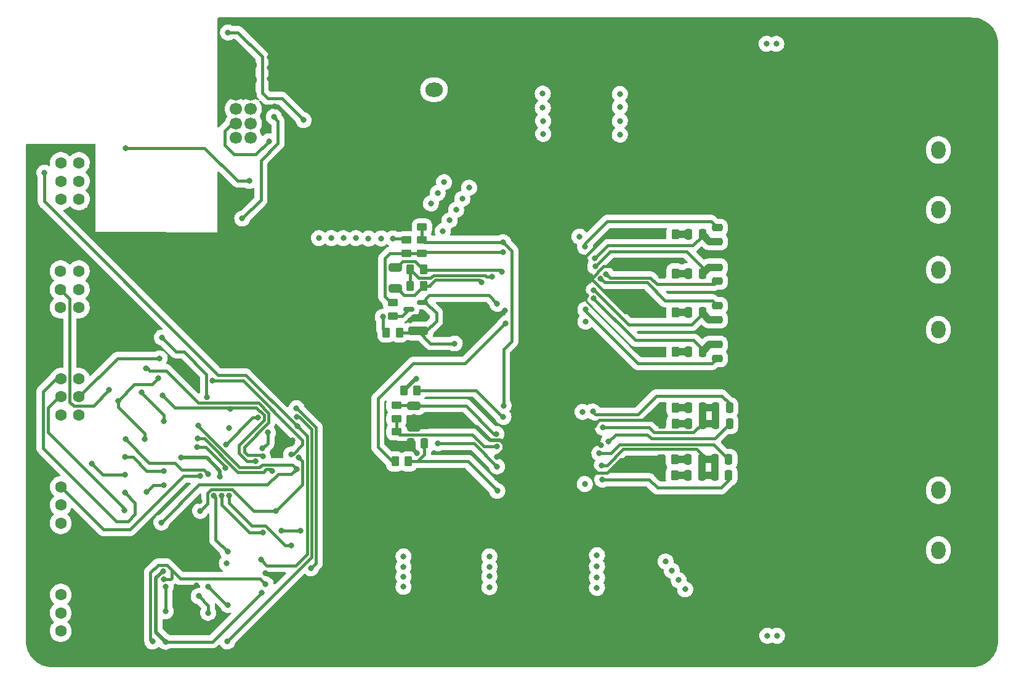
<source format=gbl>
G04 #@! TF.GenerationSoftware,KiCad,Pcbnew,(6.0.8)*
G04 #@! TF.CreationDate,2023-11-21T01:59:14+01:00*
G04 #@! TF.ProjectId,Modu_ wzmacniacza,4d6f6475-4220-4777-9a6d-61636e696163,rev?*
G04 #@! TF.SameCoordinates,Original*
G04 #@! TF.FileFunction,Copper,L4,Bot*
G04 #@! TF.FilePolarity,Positive*
%FSLAX46Y46*%
G04 Gerber Fmt 4.6, Leading zero omitted, Abs format (unit mm)*
G04 Created by KiCad (PCBNEW (6.0.8)) date 2023-11-21 01:59:14*
%MOMM*%
%LPD*%
G01*
G04 APERTURE LIST*
G04 Aperture macros list*
%AMRoundRect*
0 Rectangle with rounded corners*
0 $1 Rounding radius*
0 $2 $3 $4 $5 $6 $7 $8 $9 X,Y pos of 4 corners*
0 Add a 4 corners polygon primitive as box body*
4,1,4,$2,$3,$4,$5,$6,$7,$8,$9,$2,$3,0*
0 Add four circle primitives for the rounded corners*
1,1,$1+$1,$2,$3*
1,1,$1+$1,$4,$5*
1,1,$1+$1,$6,$7*
1,1,$1+$1,$8,$9*
0 Add four rect primitives between the rounded corners*
20,1,$1+$1,$2,$3,$4,$5,0*
20,1,$1+$1,$4,$5,$6,$7,0*
20,1,$1+$1,$6,$7,$8,$9,0*
20,1,$1+$1,$8,$9,$2,$3,0*%
G04 Aperture macros list end*
G04 #@! TA.AperFunction,ComponentPad*
%ADD10O,1.950000X2.400000*%
G04 #@! TD*
G04 #@! TA.AperFunction,ComponentPad*
%ADD11C,5.600000*%
G04 #@! TD*
G04 #@! TA.AperFunction,ComponentPad*
%ADD12C,1.700000*%
G04 #@! TD*
G04 #@! TA.AperFunction,ComponentPad*
%ADD13C,1.600000*%
G04 #@! TD*
G04 #@! TA.AperFunction,ComponentPad*
%ADD14O,2.400000X1.950000*%
G04 #@! TD*
G04 #@! TA.AperFunction,SMDPad,CuDef*
%ADD15RoundRect,0.250000X0.262500X0.450000X-0.262500X0.450000X-0.262500X-0.450000X0.262500X-0.450000X0*%
G04 #@! TD*
G04 #@! TA.AperFunction,SMDPad,CuDef*
%ADD16RoundRect,0.250000X0.250000X0.475000X-0.250000X0.475000X-0.250000X-0.475000X0.250000X-0.475000X0*%
G04 #@! TD*
G04 #@! TA.AperFunction,SMDPad,CuDef*
%ADD17RoundRect,0.250000X-0.650000X0.325000X-0.650000X-0.325000X0.650000X-0.325000X0.650000X0.325000X0*%
G04 #@! TD*
G04 #@! TA.AperFunction,SMDPad,CuDef*
%ADD18RoundRect,0.250000X-0.450000X0.262500X-0.450000X-0.262500X0.450000X-0.262500X0.450000X0.262500X0*%
G04 #@! TD*
G04 #@! TA.AperFunction,SMDPad,CuDef*
%ADD19RoundRect,0.250000X-0.475000X0.250000X-0.475000X-0.250000X0.475000X-0.250000X0.475000X0.250000X0*%
G04 #@! TD*
G04 #@! TA.AperFunction,SMDPad,CuDef*
%ADD20RoundRect,0.250000X-0.262500X-0.450000X0.262500X-0.450000X0.262500X0.450000X-0.262500X0.450000X0*%
G04 #@! TD*
G04 #@! TA.AperFunction,SMDPad,CuDef*
%ADD21RoundRect,0.150000X0.587500X0.150000X-0.587500X0.150000X-0.587500X-0.150000X0.587500X-0.150000X0*%
G04 #@! TD*
G04 #@! TA.AperFunction,SMDPad,CuDef*
%ADD22RoundRect,0.250000X0.475000X-0.250000X0.475000X0.250000X-0.475000X0.250000X-0.475000X-0.250000X0*%
G04 #@! TD*
G04 #@! TA.AperFunction,SMDPad,CuDef*
%ADD23RoundRect,0.250000X-1.100000X0.325000X-1.100000X-0.325000X1.100000X-0.325000X1.100000X0.325000X0*%
G04 #@! TD*
G04 #@! TA.AperFunction,SMDPad,CuDef*
%ADD24RoundRect,0.250000X0.450000X-0.262500X0.450000X0.262500X-0.450000X0.262500X-0.450000X-0.262500X0*%
G04 #@! TD*
G04 #@! TA.AperFunction,ViaPad*
%ADD25C,0.800000*%
G04 #@! TD*
G04 #@! TA.AperFunction,Conductor*
%ADD26C,0.400000*%
G04 #@! TD*
G04 #@! TA.AperFunction,Conductor*
%ADD27C,0.500000*%
G04 #@! TD*
G04 #@! TA.AperFunction,Conductor*
%ADD28C,0.250000*%
G04 #@! TD*
G04 #@! TA.AperFunction,Conductor*
%ADD29C,1.000000*%
G04 #@! TD*
G04 APERTURE END LIST*
D10*
X186000000Y-41000000D03*
X186000000Y-49250000D03*
X186000000Y-65750000D03*
X186000000Y-57500000D03*
D11*
X188300000Y-106300000D03*
D12*
X91430000Y-39360000D03*
X89430000Y-39360000D03*
X91430000Y-37360000D03*
X89430000Y-37360000D03*
X91430000Y-35360000D03*
X89430000Y-35360000D03*
X91430000Y-33360000D03*
X89430000Y-33360000D03*
X91430000Y-31360000D03*
X89430000Y-31360000D03*
X91430000Y-29360000D03*
X89430000Y-29360000D03*
D13*
X65310000Y-87400000D03*
X65310000Y-89900000D03*
X65310000Y-92400000D03*
X65310000Y-102230000D03*
X65310000Y-104730000D03*
X65310000Y-107230000D03*
X67810000Y-47800000D03*
X67810000Y-45300000D03*
X67810000Y-42800000D03*
X65310000Y-47800000D03*
X65310000Y-45300000D03*
X65310000Y-42800000D03*
X65320000Y-72500000D03*
X65320000Y-75000000D03*
X65320000Y-77500000D03*
X67820000Y-72500000D03*
X67820000Y-75000000D03*
X67820000Y-77500000D03*
D11*
X71900000Y-106300000D03*
X98420000Y-28200000D03*
D14*
X116650000Y-32700000D03*
X124900000Y-32700000D03*
D11*
X189100000Y-27900000D03*
X131470000Y-70310000D03*
D13*
X65300000Y-57700000D03*
X65300000Y-60200000D03*
X65300000Y-62700000D03*
X67800000Y-57700000D03*
X67800000Y-60200000D03*
X67800000Y-62700000D03*
D10*
X186000000Y-87850000D03*
X186000000Y-96100000D03*
D15*
X149812500Y-52650000D03*
X147987500Y-52650000D03*
X149725000Y-83600000D03*
X147900000Y-83600000D03*
D16*
X153462500Y-83600000D03*
X151562500Y-83600000D03*
D15*
X149812500Y-68750000D03*
X147987500Y-68750000D03*
D17*
X113887500Y-76225000D03*
X113887500Y-79175000D03*
D18*
X112887500Y-53412500D03*
X112887500Y-55237500D03*
D16*
X153550000Y-52650000D03*
X151650000Y-52650000D03*
D19*
X155600000Y-62450000D03*
X155600000Y-64350000D03*
D16*
X153462500Y-85800000D03*
X151562500Y-85800000D03*
D15*
X113112500Y-83900000D03*
X111287500Y-83900000D03*
D16*
X153562500Y-78700000D03*
X151662500Y-78700000D03*
D15*
X149825000Y-78700000D03*
X148000000Y-78700000D03*
D16*
X157162500Y-83600000D03*
X155262500Y-83600000D03*
X157262500Y-76500000D03*
X155362500Y-76500000D03*
X153550000Y-68750000D03*
X151650000Y-68750000D03*
D20*
X112475000Y-74100000D03*
X114300000Y-74100000D03*
D15*
X149812500Y-58000000D03*
X147987500Y-58000000D03*
D18*
X111487500Y-76187500D03*
X111487500Y-78012500D03*
D15*
X115212500Y-57470000D03*
X113387500Y-57470000D03*
D21*
X115025000Y-63875000D03*
X113150000Y-62925000D03*
X115025000Y-61975000D03*
D15*
X149725000Y-85800000D03*
X147900000Y-85800000D03*
D17*
X111287500Y-57150000D03*
X111287500Y-60100000D03*
D22*
X155600000Y-69700000D03*
X155600000Y-67800000D03*
D20*
X113375000Y-59740000D03*
X115200000Y-59740000D03*
D18*
X114987500Y-49812500D03*
X114987500Y-51637500D03*
D16*
X153550000Y-63350000D03*
X151650000Y-63350000D03*
X157262500Y-78700000D03*
X155362500Y-78700000D03*
X153562500Y-76500000D03*
X151662500Y-76500000D03*
X157162500Y-85800000D03*
X155262500Y-85800000D03*
D15*
X149812500Y-63350000D03*
X147987500Y-63350000D03*
D19*
X155600000Y-51700000D03*
X155600000Y-53600000D03*
D18*
X110987500Y-62012500D03*
X110987500Y-63837500D03*
D22*
X155600000Y-59050000D03*
X155600000Y-57150000D03*
D16*
X115340000Y-81410000D03*
X113440000Y-81410000D03*
D23*
X114487500Y-65950000D03*
X114487500Y-68900000D03*
D16*
X153550000Y-58000000D03*
X151650000Y-58000000D03*
D24*
X114987500Y-55225000D03*
X114987500Y-53400000D03*
D15*
X149825000Y-76500000D03*
X148000000Y-76500000D03*
D18*
X111487500Y-79787500D03*
X111487500Y-81612500D03*
D20*
X110075000Y-66125000D03*
X111900000Y-66125000D03*
D25*
X151210000Y-73240000D03*
X145220000Y-74400000D03*
X143820000Y-75770000D03*
X142000000Y-75770000D03*
X140140000Y-75780000D03*
X120740000Y-66430000D03*
X121890000Y-65320000D03*
X123010000Y-64220000D03*
X124150000Y-63220000D03*
X149800000Y-71930000D03*
X147800000Y-71940000D03*
X145680000Y-71990000D03*
X143310000Y-71870000D03*
X141880000Y-70410000D03*
X140600000Y-69090000D03*
X139350000Y-67760000D03*
X138140000Y-66510000D03*
X150400000Y-103620000D03*
X148760000Y-103650000D03*
X143940000Y-103620000D03*
X142300000Y-103650000D03*
X135780000Y-103550000D03*
X134140000Y-103580000D03*
X129310000Y-103600000D03*
X127670000Y-103630000D03*
X121070000Y-103590000D03*
X119430000Y-103620000D03*
X114390000Y-103510000D03*
X112750000Y-103540000D03*
X152550000Y-31040000D03*
X150910000Y-31070000D03*
X145920000Y-30930000D03*
X144280000Y-30960000D03*
X140020000Y-30950000D03*
X138380000Y-30980000D03*
X133600000Y-30900000D03*
X131960000Y-30930000D03*
X147890000Y-45460000D03*
X146620000Y-46720000D03*
X145380000Y-47960000D03*
X144050000Y-49250000D03*
X123680000Y-46210000D03*
X122880000Y-47740000D03*
X122060000Y-49290000D03*
X121280000Y-50780000D03*
X120500000Y-52330000D03*
X121470000Y-46200000D03*
X120530000Y-47740000D03*
X119690000Y-49250000D03*
X118780000Y-50710000D03*
X117850000Y-52200000D03*
X118030000Y-45450000D03*
X117140000Y-46940000D03*
X116210000Y-48370000D03*
X129520000Y-76480000D03*
X133640000Y-76490000D03*
X132610000Y-76490000D03*
X131600000Y-76480000D03*
X130580000Y-76490000D03*
X132580000Y-81700000D03*
X132590000Y-82880000D03*
X133630000Y-79430000D03*
X132580000Y-79430000D03*
X132570000Y-78400000D03*
X133630000Y-81700000D03*
X133620000Y-78400000D03*
X133640000Y-82880000D03*
X133640000Y-84090000D03*
X132590000Y-84090000D03*
X133640000Y-77400000D03*
X132590000Y-77400000D03*
X133650000Y-86490000D03*
X132600000Y-86490000D03*
X133640000Y-85280000D03*
X132590000Y-85280000D03*
X132570000Y-80480000D03*
X133620000Y-80480000D03*
X130550000Y-78380000D03*
X129500000Y-78380000D03*
X131580000Y-78390000D03*
X130570000Y-82860000D03*
X131600000Y-82870000D03*
X129520000Y-82860000D03*
X129510000Y-81680000D03*
X131590000Y-81690000D03*
X130560000Y-81680000D03*
X131590000Y-79420000D03*
X129510000Y-79410000D03*
X130560000Y-79410000D03*
X130580000Y-86470000D03*
X131610000Y-86480000D03*
X129530000Y-86470000D03*
X130570000Y-85260000D03*
X131600000Y-85270000D03*
X129520000Y-85260000D03*
X131580000Y-80470000D03*
X129500000Y-80460000D03*
X130550000Y-80460000D03*
X130570000Y-84070000D03*
X131600000Y-84080000D03*
X129520000Y-84070000D03*
X131600000Y-77390000D03*
X130570000Y-77380000D03*
X129520000Y-77380000D03*
X133640000Y-64100000D03*
X129500000Y-64110000D03*
X131610000Y-64120000D03*
X132640000Y-64130000D03*
X130560000Y-64120000D03*
X133630000Y-62890000D03*
X129490000Y-62900000D03*
X131600000Y-62910000D03*
X132630000Y-62920000D03*
X130550000Y-62910000D03*
X133630000Y-61700000D03*
X129490000Y-61710000D03*
X131600000Y-61720000D03*
X132630000Y-61730000D03*
X130550000Y-61720000D03*
X133630000Y-60490000D03*
X129490000Y-60500000D03*
X131600000Y-60510000D03*
X132630000Y-60520000D03*
X130550000Y-60510000D03*
X133620000Y-59310000D03*
X129480000Y-59320000D03*
X131590000Y-59330000D03*
X132620000Y-59340000D03*
X130540000Y-59330000D03*
X133610000Y-58090000D03*
X129470000Y-58100000D03*
X131580000Y-58110000D03*
X132610000Y-58120000D03*
X130530000Y-58110000D03*
X133620000Y-57040000D03*
X129480000Y-57050000D03*
X131590000Y-57060000D03*
X132620000Y-57070000D03*
X130540000Y-57060000D03*
X133610000Y-56010000D03*
X129470000Y-56020000D03*
X131580000Y-56030000D03*
X132610000Y-56040000D03*
X130530000Y-56030000D03*
X133630000Y-55010000D03*
X129490000Y-55020000D03*
X131600000Y-55030000D03*
X132630000Y-55040000D03*
X130550000Y-55030000D03*
X131630000Y-54090000D03*
X130580000Y-54090000D03*
X132660000Y-54100000D03*
X133660000Y-54070000D03*
X129520000Y-54080000D03*
X143510000Y-88270000D03*
X144870000Y-90360000D03*
X146300000Y-92350000D03*
X147660000Y-94370000D03*
X119060000Y-87180000D03*
X117250000Y-89030000D03*
X115430000Y-90820000D03*
X113660000Y-92570000D03*
X84250000Y-78950000D03*
X125340000Y-87940000D03*
X94700000Y-34970000D03*
X94620000Y-36450000D03*
X90280000Y-50450000D03*
X109600000Y-63980000D03*
X103610000Y-104360000D03*
X103620000Y-105800000D03*
X103610000Y-107290000D03*
X103620000Y-85050000D03*
X103630000Y-86490000D03*
X103620000Y-87980000D03*
X103550000Y-65920000D03*
X103560000Y-67360000D03*
X103550000Y-68850000D03*
X163700000Y-26400000D03*
X162480000Y-107880000D03*
X163790000Y-107890000D03*
X162390000Y-26390000D03*
X100210000Y-34670000D03*
X193800000Y-87350000D03*
X175410000Y-109390000D03*
X124630000Y-94390000D03*
X69920000Y-53020000D03*
X130200000Y-44800000D03*
X193790000Y-102430000D03*
X138660000Y-78910000D03*
X97340000Y-52210000D03*
X61390000Y-63620000D03*
X129830000Y-94390000D03*
X61410000Y-49750000D03*
X193790000Y-107430000D03*
X87880000Y-48350000D03*
X61390000Y-93620000D03*
X137800000Y-43980000D03*
X170110000Y-23560000D03*
X100200000Y-42460000D03*
X139970000Y-44000000D03*
X165110000Y-23560000D03*
X71510000Y-53020000D03*
X190110000Y-23560000D03*
X111780000Y-94410000D03*
X127230000Y-94390000D03*
X155110000Y-23560000D03*
X125000000Y-44800000D03*
X158950000Y-111550000D03*
X168950000Y-111550000D03*
X116980000Y-94410000D03*
X193800000Y-27400000D03*
X174120000Y-109390000D03*
X175110000Y-23560000D03*
X82620000Y-53020000D03*
X84480000Y-92560000D03*
X146590000Y-44010000D03*
X142170000Y-44010000D03*
X122180000Y-94410000D03*
X137920000Y-83620000D03*
X142540000Y-94370000D03*
X174980000Y-27980000D03*
X135110000Y-23560000D03*
X180110000Y-23560000D03*
X176450000Y-65960000D03*
X87820000Y-58530000D03*
X193800000Y-62400000D03*
X137680000Y-58700000D03*
X163950000Y-111550000D03*
X98630000Y-32500000D03*
X120110000Y-23560000D03*
X132430000Y-94390000D03*
X175160000Y-65950000D03*
X92560000Y-58530000D03*
X150110000Y-23560000D03*
X74660000Y-53020000D03*
X139620000Y-81620000D03*
X193800000Y-57400000D03*
X132800000Y-44800000D03*
X109950000Y-111530000D03*
X84950000Y-111530000D03*
X94140000Y-57730000D03*
X135030000Y-94390000D03*
X145140000Y-94370000D03*
X139940000Y-94370000D03*
X153950000Y-111550000D03*
X135400000Y-44800000D03*
X94090000Y-25260000D03*
X86890000Y-57160000D03*
X100200000Y-40860000D03*
X69520000Y-40820000D03*
X64950000Y-111530000D03*
X127600000Y-44800000D03*
X94090000Y-51740000D03*
X114320000Y-82750000D03*
X137470000Y-56270000D03*
X193800000Y-92400000D03*
X143950000Y-111550000D03*
X193800000Y-97400000D03*
X100280000Y-23550000D03*
X160110000Y-23560000D03*
X69950000Y-111530000D03*
X94140000Y-54630000D03*
X193800000Y-37400000D03*
X89950000Y-111530000D03*
X175210000Y-78290000D03*
X100210000Y-36170000D03*
X77920000Y-53030000D03*
X137590000Y-61060000D03*
X84210000Y-53020000D03*
X85770000Y-53020000D03*
X61480000Y-44410000D03*
X178950000Y-111550000D03*
X176700000Y-109400000D03*
X193800000Y-82400000D03*
X94150000Y-53250000D03*
X177370000Y-94740000D03*
X173870000Y-65950000D03*
X177410000Y-91640000D03*
X61390000Y-108620000D03*
X94090000Y-29710000D03*
X95410000Y-32520000D03*
X96440000Y-45560000D03*
X130110000Y-23560000D03*
X148950000Y-111550000D03*
X94090000Y-26710000D03*
X61390000Y-98620000D03*
X100200000Y-39320000D03*
X113880000Y-77730000D03*
X177360000Y-96390000D03*
X125310000Y-83260000D03*
X193800000Y-77400000D03*
X89410000Y-58530000D03*
X105280000Y-23550000D03*
X188950000Y-111550000D03*
X100230000Y-37710000D03*
X125110000Y-23560000D03*
X94090000Y-50240000D03*
X95280000Y-23550000D03*
X76330000Y-53030000D03*
X86900000Y-55670000D03*
X193800000Y-47400000D03*
X61390000Y-88620000D03*
X104950000Y-111530000D03*
X119580000Y-94410000D03*
X133950000Y-111550000D03*
X113330000Y-64450000D03*
X185110000Y-23560000D03*
X193800000Y-42400000D03*
X173920000Y-78290000D03*
X84400000Y-89400000D03*
X100210000Y-33170000D03*
X99530000Y-45560000D03*
X94090000Y-48740000D03*
X97200000Y-80960000D03*
X94140000Y-56140000D03*
X100200000Y-44000000D03*
X176460000Y-40910000D03*
X118950000Y-111550000D03*
X87960000Y-30350000D03*
X145110000Y-23560000D03*
X173690000Y-27980000D03*
X176500000Y-78300000D03*
X144400000Y-44020000D03*
X61410000Y-54750000D03*
X110280000Y-23550000D03*
X61370000Y-59340000D03*
X193800000Y-72400000D03*
X125310000Y-86170000D03*
X114380000Y-94410000D03*
X90280000Y-23550000D03*
X96980000Y-32550000D03*
X93500000Y-99300000D03*
X94900000Y-45600000D03*
X172530000Y-65950000D03*
X61390000Y-78620000D03*
X128950000Y-111550000D03*
X61390000Y-68620000D03*
X172780000Y-109390000D03*
X172540000Y-40900000D03*
X172580000Y-78290000D03*
X73070000Y-53020000D03*
X81800000Y-106000000D03*
X86890000Y-54230000D03*
X81070000Y-53030000D03*
X94950000Y-111530000D03*
X61390000Y-73620000D03*
X173950000Y-111550000D03*
X79950000Y-111530000D03*
X98030000Y-45560000D03*
X177410000Y-93140000D03*
X173880000Y-40900000D03*
X175170000Y-40900000D03*
X84000000Y-101000000D03*
X193800000Y-52400000D03*
X183950000Y-111550000D03*
X140110000Y-23560000D03*
X94090000Y-28210000D03*
X176270000Y-27990000D03*
X123950000Y-111550000D03*
X126430000Y-63110000D03*
X193800000Y-32400000D03*
X138950000Y-111550000D03*
X137340000Y-94370000D03*
X114950000Y-111530000D03*
X99950000Y-111530000D03*
X94150000Y-47230000D03*
X112930000Y-48250000D03*
X115280000Y-23550000D03*
X90970000Y-58530000D03*
X79480000Y-53030000D03*
X94090000Y-31210000D03*
X61390000Y-83620000D03*
X61390000Y-103620000D03*
X193800000Y-67400000D03*
X172350000Y-27980000D03*
X63640000Y-40840000D03*
X74950000Y-111530000D03*
X74230000Y-40740000D03*
X91240000Y-45260000D03*
X74200000Y-80850000D03*
X85560000Y-85630000D03*
X93090000Y-83210000D03*
X77060000Y-71100000D03*
X94430000Y-85200000D03*
X84120000Y-80720000D03*
X79520000Y-78330000D03*
X76460000Y-74410000D03*
X85580000Y-104730000D03*
X84290000Y-102440000D03*
X81840000Y-83370000D03*
X93160000Y-93720000D03*
X87220000Y-85990000D03*
X87430000Y-88630000D03*
X79240000Y-66840000D03*
X87980000Y-84800000D03*
X88440000Y-88570000D03*
X85400000Y-75030000D03*
X97050000Y-95480000D03*
X84060000Y-81930000D03*
X125230000Y-80110000D03*
X125300000Y-81830000D03*
X79740000Y-101140000D03*
X79760000Y-104510000D03*
X126440000Y-64890000D03*
X126200000Y-76200000D03*
X126170000Y-53720000D03*
X126110000Y-55110000D03*
X124640000Y-58460000D03*
X123190000Y-59200000D03*
X126000000Y-57780000D03*
X111010000Y-53190000D03*
X148480000Y-97670000D03*
X105910000Y-53140000D03*
X137070000Y-77060000D03*
X124250000Y-98400000D03*
X136630000Y-52950000D03*
X142200000Y-35050000D03*
X149340000Y-98930000D03*
X142200000Y-38900000D03*
X112450000Y-96950000D03*
X131600000Y-35200000D03*
X107640000Y-53190000D03*
X142200000Y-33300000D03*
X104180000Y-53140000D03*
X124250000Y-101200000D03*
X131650000Y-37000000D03*
X139050000Y-98350000D03*
X100830000Y-53140000D03*
X142200000Y-37000000D03*
X88160000Y-97940000D03*
X139050000Y-101300000D03*
X102560000Y-53140000D03*
X112450000Y-99750000D03*
X114220000Y-72500000D03*
X139050000Y-99900000D03*
X131600000Y-33250000D03*
X124250000Y-96950000D03*
X131650000Y-38800000D03*
X109370000Y-53190000D03*
X139050000Y-96800000D03*
X88460000Y-79280000D03*
X112450000Y-101150000D03*
X151180000Y-101500000D03*
X124250000Y-99700000D03*
X112450000Y-98400000D03*
X137380000Y-87000000D03*
X150300000Y-100230000D03*
X137450000Y-64630000D03*
X126180000Y-77760000D03*
X117170000Y-81400000D03*
X125310000Y-84580000D03*
X119490000Y-67650000D03*
X125330000Y-62170000D03*
X97740000Y-84920000D03*
X79150000Y-92300000D03*
X84480000Y-90700000D03*
X94910000Y-90690000D03*
X98040000Y-83370000D03*
X85610000Y-101100000D03*
X88290000Y-103640000D03*
X88220000Y-108690000D03*
X97740000Y-77770000D03*
X79340000Y-74830000D03*
X88660000Y-76650000D03*
X92120000Y-83850000D03*
X88280000Y-96330000D03*
X92450000Y-77870000D03*
X88010000Y-81540000D03*
X86380000Y-88570000D03*
X92950000Y-101960000D03*
X79370000Y-99000000D03*
X79760000Y-108710000D03*
X98300000Y-93460000D03*
X86180000Y-72790000D03*
X97000000Y-82940000D03*
X95690000Y-93460000D03*
X79530000Y-87180000D03*
X77100000Y-88100000D03*
X74100000Y-90640000D03*
X78930000Y-69720000D03*
X71990000Y-74050000D03*
X76860000Y-80830000D03*
X73210000Y-75550000D03*
X78740000Y-72460000D03*
X93500000Y-100800000D03*
X77940000Y-108680000D03*
X79490000Y-100100000D03*
X74150000Y-83270000D03*
X79530000Y-85190000D03*
X97825000Y-79025000D03*
X63070000Y-44150000D03*
X93070000Y-82120000D03*
X92830000Y-97430000D03*
X93790000Y-79920000D03*
X84510000Y-85900000D03*
X97730000Y-76550000D03*
X99730000Y-98600000D03*
X137460000Y-62970000D03*
X138600000Y-61410000D03*
X138620000Y-60310000D03*
X139490000Y-58670000D03*
X140300000Y-58080000D03*
X138810000Y-57030000D03*
X138740000Y-55940000D03*
X137430000Y-54350000D03*
X139780000Y-86400000D03*
X139720000Y-84450000D03*
X139390000Y-82770000D03*
X140660000Y-81180000D03*
X139860000Y-79240000D03*
X138480000Y-77020000D03*
X93930000Y-39810000D03*
X74150000Y-88200000D03*
X98720000Y-36900000D03*
X88320000Y-24820000D03*
X69590000Y-84190000D03*
X74160000Y-85710000D03*
D26*
X113425000Y-48250000D02*
X114987500Y-49812500D01*
X112930000Y-48250000D02*
X113425000Y-48250000D01*
X89630000Y-45260000D02*
X85110000Y-40740000D01*
X92840000Y-42460000D02*
X92840000Y-47890000D01*
X95190000Y-40110000D02*
X92840000Y-42460000D01*
X92840000Y-47890000D02*
X90280000Y-50450000D01*
X94620000Y-36450000D02*
X95190000Y-37020000D01*
X95190000Y-37020000D02*
X95190000Y-40110000D01*
X112665000Y-53190000D02*
X111010000Y-53190000D01*
X112887500Y-53412500D02*
X112665000Y-53190000D01*
D27*
X114075000Y-72500000D02*
X112475000Y-74100000D01*
X114220000Y-72500000D02*
X114075000Y-72500000D01*
D26*
X109600000Y-63980000D02*
X109600000Y-65650000D01*
X109600000Y-65650000D02*
X110075000Y-66125000D01*
X140510000Y-52650000D02*
X147987500Y-52650000D01*
X137470000Y-55690000D02*
X140510000Y-52650000D01*
X137470000Y-56270000D02*
X137470000Y-55690000D01*
X99180000Y-96650000D02*
X99180000Y-80380000D01*
X97600000Y-98230000D02*
X99180000Y-96650000D01*
X93630000Y-98230000D02*
X97600000Y-98230000D01*
X99180000Y-80380000D02*
X97825000Y-79025000D01*
X92830000Y-97430000D02*
X93630000Y-98230000D01*
X93790000Y-81400000D02*
X93790000Y-79920000D01*
X93070000Y-82120000D02*
X93790000Y-81400000D01*
X92910000Y-83030000D02*
X93090000Y-83210000D01*
X90970000Y-83030000D02*
X92910000Y-83030000D01*
X90540000Y-82600000D02*
X90970000Y-83030000D01*
X90540000Y-81910000D02*
X90540000Y-82600000D01*
X93910000Y-78540000D02*
X90540000Y-81910000D01*
X93910000Y-77220000D02*
X93910000Y-78540000D01*
X84260000Y-75840000D02*
X92530000Y-75840000D01*
X79800000Y-71380000D02*
X84260000Y-75840000D01*
X92530000Y-75840000D02*
X93910000Y-77220000D01*
X77580000Y-71380000D02*
X79800000Y-71380000D01*
X77060000Y-71100000D02*
X77300000Y-71100000D01*
X77300000Y-71100000D02*
X77580000Y-71380000D01*
X88850000Y-76460000D02*
X88660000Y-76650000D01*
X92220000Y-76460000D02*
X88850000Y-76460000D01*
X93290000Y-77530000D02*
X92220000Y-76460000D01*
X89820000Y-81650000D02*
X93290000Y-78180000D01*
X89820000Y-82760000D02*
X89820000Y-81650000D01*
X90910000Y-83850000D02*
X89820000Y-82760000D01*
X93290000Y-78180000D02*
X93290000Y-77530000D01*
X92120000Y-83850000D02*
X90910000Y-83850000D01*
X93020000Y-33140000D02*
X93770000Y-33890000D01*
X93020000Y-28160000D02*
X93020000Y-33140000D01*
X95710000Y-33890000D02*
X98720000Y-36900000D01*
X89680000Y-24820000D02*
X93020000Y-28160000D01*
X88320000Y-24820000D02*
X89680000Y-24820000D01*
X93770000Y-33890000D02*
X95710000Y-33890000D01*
D28*
X137590000Y-61870000D02*
X144470000Y-68750000D01*
D26*
X148000000Y-76500000D02*
X147120000Y-76500000D01*
D27*
X115025000Y-63875000D02*
X113905000Y-63875000D01*
X113905000Y-63875000D02*
X113330000Y-64450000D01*
D26*
X113440000Y-81410000D02*
X113440000Y-81870000D01*
D28*
X137590000Y-61060000D02*
X137590000Y-61870000D01*
D26*
X145980000Y-78220000D02*
X145400000Y-78220000D01*
X140450000Y-85460000D02*
X139080000Y-85460000D01*
X142310000Y-83600000D02*
X140450000Y-85460000D01*
X139350000Y-78220000D02*
X138660000Y-78910000D01*
D27*
X115860000Y-79130000D02*
X115815000Y-79175000D01*
X113887500Y-77737500D02*
X113887500Y-79175000D01*
X122530000Y-79130000D02*
X115860000Y-79130000D01*
D26*
X113440000Y-81870000D02*
X114320000Y-82750000D01*
D27*
X124370000Y-80970000D02*
X122530000Y-79130000D01*
D26*
X147900000Y-83600000D02*
X142310000Y-83600000D01*
X138260000Y-58700000D02*
X142910000Y-63350000D01*
X137680000Y-58700000D02*
X138260000Y-58700000D01*
D27*
X126330000Y-82350000D02*
X126330000Y-81460000D01*
D26*
X148000000Y-78700000D02*
X147520000Y-78220000D01*
X147027500Y-57040000D02*
X147987500Y-58000000D01*
D27*
X125420000Y-83260000D02*
X126330000Y-82350000D01*
D26*
X139960000Y-57040000D02*
X147027500Y-57040000D01*
X142910000Y-63350000D02*
X147987500Y-63350000D01*
D27*
X126330000Y-81460000D02*
X125840000Y-80970000D01*
D26*
X147520000Y-78220000D02*
X145980000Y-78220000D01*
D27*
X120670000Y-68920000D02*
X117200000Y-68920000D01*
D26*
X147120000Y-76500000D02*
X145400000Y-78220000D01*
D27*
X125840000Y-80970000D02*
X124370000Y-80970000D01*
X113880000Y-77730000D02*
X113887500Y-77737500D01*
X117180000Y-68900000D02*
X114487500Y-68900000D01*
X126430000Y-63160000D02*
X120670000Y-68920000D01*
D26*
X137920000Y-84300000D02*
X137920000Y-83620000D01*
D27*
X126430000Y-63110000D02*
X126430000Y-63160000D01*
X125310000Y-83260000D02*
X125420000Y-83260000D01*
X115815000Y-79175000D02*
X113887500Y-79175000D01*
D26*
X145400000Y-78220000D02*
X139350000Y-78220000D01*
X147900000Y-85800000D02*
X147900000Y-83600000D01*
D27*
X117200000Y-68920000D02*
X117180000Y-68900000D01*
D26*
X138300000Y-58700000D02*
X139960000Y-57040000D01*
X137680000Y-58700000D02*
X138300000Y-58700000D01*
X139080000Y-85460000D02*
X137920000Y-84300000D01*
D28*
X144470000Y-68750000D02*
X147987500Y-68750000D01*
D26*
X91240000Y-45260000D02*
X89630000Y-45260000D01*
X85110000Y-40740000D02*
X74230000Y-40740000D01*
X77470000Y-84120000D02*
X74200000Y-80850000D01*
X81030000Y-84120000D02*
X77470000Y-84120000D01*
X85560000Y-85630000D02*
X84960000Y-85030000D01*
X81940000Y-85030000D02*
X81030000Y-84120000D01*
X84960000Y-85030000D02*
X81940000Y-85030000D01*
X89690000Y-85350000D02*
X85060000Y-80720000D01*
X85060000Y-80720000D02*
X84120000Y-80720000D01*
X94430000Y-85200000D02*
X94200000Y-84970000D01*
X93170000Y-85350000D02*
X89690000Y-85350000D01*
X93550000Y-84970000D02*
X93170000Y-85350000D01*
X94200000Y-84970000D02*
X93550000Y-84970000D01*
X76460000Y-74420000D02*
X79520000Y-77480000D01*
X76460000Y-74410000D02*
X76460000Y-74420000D01*
X79520000Y-77480000D02*
X79520000Y-78330000D01*
X85580000Y-103730000D02*
X85580000Y-104730000D01*
X84290000Y-102440000D02*
X85580000Y-103730000D01*
D27*
X87220000Y-85210000D02*
X85380000Y-83370000D01*
X85380000Y-83370000D02*
X81840000Y-83370000D01*
D26*
X87430000Y-88630000D02*
X87430000Y-89880000D01*
X87430000Y-89880000D02*
X91270000Y-93720000D01*
D27*
X87220000Y-85990000D02*
X87220000Y-85210000D01*
D26*
X91270000Y-93720000D02*
X93160000Y-93720000D01*
X88440000Y-89630000D02*
X91570000Y-92760000D01*
X93470000Y-92760000D02*
X96190000Y-95480000D01*
X82250000Y-68790000D02*
X85350000Y-71890000D01*
X96190000Y-95480000D02*
X97050000Y-95480000D01*
X91570000Y-92760000D02*
X93470000Y-92760000D01*
X81190000Y-68790000D02*
X82250000Y-68790000D01*
X85270000Y-81930000D02*
X84060000Y-81930000D01*
X79240000Y-66840000D02*
X81190000Y-68790000D01*
X85350000Y-74980000D02*
X85400000Y-75030000D01*
X87980000Y-84800000D02*
X87980000Y-84640000D01*
X88440000Y-88570000D02*
X88440000Y-89630000D01*
X85350000Y-71890000D02*
X85350000Y-74980000D01*
X87980000Y-84640000D02*
X85270000Y-81930000D01*
D29*
X151562500Y-85800000D02*
X149725000Y-85800000D01*
X151650000Y-58000000D02*
X149812500Y-58000000D01*
D26*
X125230000Y-80110000D02*
X124910000Y-80110000D01*
X113850000Y-76187500D02*
X113887500Y-76225000D01*
X121025000Y-76225000D02*
X113887500Y-76225000D01*
X124910000Y-80110000D02*
X121025000Y-76225000D01*
X111487500Y-76187500D02*
X113850000Y-76187500D01*
X111487500Y-78012500D02*
X111487500Y-79787500D01*
X111890000Y-80190000D02*
X111487500Y-79787500D01*
X123530000Y-81830000D02*
X121890000Y-80190000D01*
X125300000Y-81830000D02*
X123530000Y-81830000D01*
X121890000Y-80190000D02*
X111890000Y-80190000D01*
X79740000Y-104490000D02*
X79760000Y-104510000D01*
X79740000Y-101140000D02*
X79740000Y-104490000D01*
D29*
X151562500Y-83600000D02*
X149725000Y-83600000D01*
X151662500Y-78700000D02*
X149825000Y-78700000D01*
X151662500Y-76500000D02*
X149825000Y-76500000D01*
D26*
X125370000Y-87960000D02*
X121310000Y-83900000D01*
X114370000Y-83900000D02*
X113112500Y-83900000D01*
X115340000Y-82930000D02*
X114370000Y-83900000D01*
X115340000Y-81410000D02*
X115340000Y-82930000D01*
X121310000Y-83900000D02*
X113112500Y-83900000D01*
X110880000Y-83900000D02*
X111287500Y-83900000D01*
X113770000Y-70400000D02*
X108920000Y-75250000D01*
X108920000Y-75250000D02*
X108920000Y-81940000D01*
X120900000Y-70400000D02*
X113770000Y-70400000D01*
X108920000Y-81940000D02*
X110880000Y-83900000D01*
X126440000Y-64890000D02*
X126410000Y-64890000D01*
X126410000Y-64890000D02*
X120900000Y-70400000D01*
X115307500Y-53720000D02*
X114987500Y-53400000D01*
X126200000Y-76200000D02*
X126200000Y-68470000D01*
X114987500Y-51637500D02*
X114987500Y-53400000D01*
X126170000Y-53720000D02*
X115307500Y-53720000D01*
X126200000Y-68470000D02*
X127350000Y-67320000D01*
X127350000Y-54900000D02*
X126170000Y-53720000D01*
X127350000Y-67320000D02*
X127350000Y-54900000D01*
X109870000Y-61170000D02*
X110712500Y-62012500D01*
X114975000Y-55237500D02*
X114987500Y-55225000D01*
X110552500Y-55237500D02*
X109870000Y-55920000D01*
X115102500Y-55110000D02*
X114987500Y-55225000D01*
X110712500Y-62012500D02*
X110987500Y-62012500D01*
X112887500Y-55237500D02*
X110552500Y-55237500D01*
X112887500Y-55237500D02*
X114975000Y-55237500D01*
X126110000Y-55110000D02*
X115102500Y-55110000D01*
X109870000Y-55920000D02*
X109870000Y-61170000D01*
D29*
X151650000Y-63350000D02*
X149812500Y-63350000D01*
X151650000Y-52650000D02*
X149812500Y-52650000D01*
D26*
X123840000Y-58460000D02*
X123650000Y-58270000D01*
X116540000Y-58270000D02*
X116190000Y-58620000D01*
X113375000Y-59725000D02*
X113375000Y-57525000D01*
X114537500Y-58620000D02*
X113387500Y-57470000D01*
X124640000Y-58460000D02*
X123840000Y-58460000D01*
X116190000Y-58620000D02*
X114537500Y-58620000D01*
X123650000Y-58270000D02*
X116540000Y-58270000D01*
X112540000Y-60990000D02*
X113935000Y-60990000D01*
X111287500Y-60100000D02*
X111650000Y-60100000D01*
X113935000Y-60990000D02*
X115200000Y-59725000D01*
X123190000Y-59200000D02*
X122880000Y-58890000D01*
X122880000Y-58890000D02*
X116820000Y-58890000D01*
X111650000Y-60100000D02*
X112540000Y-60990000D01*
X116030000Y-59690000D02*
X115980000Y-59740000D01*
X115980000Y-59740000D02*
X115200000Y-59740000D01*
X116820000Y-58890000D02*
X116030000Y-59680000D01*
X116030000Y-59680000D02*
X116030000Y-59690000D01*
D29*
X151650000Y-68750000D02*
X149812500Y-68750000D01*
D26*
X111540000Y-57150000D02*
X111287500Y-57150000D01*
X112360000Y-56330000D02*
X111540000Y-57150000D01*
X114005000Y-56330000D02*
X112360000Y-56330000D01*
X125745000Y-57525000D02*
X115200000Y-57525000D01*
X115200000Y-57525000D02*
X114005000Y-56330000D01*
X126000000Y-57780000D02*
X125745000Y-57525000D01*
X112887500Y-53412500D02*
X112625000Y-53150000D01*
X122400000Y-74100000D02*
X114300000Y-74100000D01*
X126060000Y-77760000D02*
X122400000Y-74100000D01*
X126180000Y-77760000D02*
X126060000Y-77760000D01*
X114487500Y-65950000D02*
X115550000Y-65950000D01*
X116187500Y-67650000D02*
X114487500Y-65950000D01*
X116980000Y-63470000D02*
X115485000Y-61975000D01*
X116980000Y-64520000D02*
X116980000Y-63470000D01*
X125310000Y-84580000D02*
X122130000Y-81400000D01*
X114312500Y-66125000D02*
X114487500Y-65950000D01*
X119490000Y-67650000D02*
X116187500Y-67650000D01*
X111900000Y-66125000D02*
X114312500Y-66125000D01*
X115550000Y-65950000D02*
X116980000Y-64520000D01*
X122130000Y-81400000D02*
X117170000Y-81400000D01*
X115485000Y-61975000D02*
X115025000Y-61975000D01*
X124170000Y-61010000D02*
X115990000Y-61010000D01*
X125330000Y-62170000D02*
X124170000Y-61010000D01*
X115990000Y-61010000D02*
X115025000Y-61975000D01*
X112237500Y-63837500D02*
X113150000Y-62925000D01*
X110987500Y-63837500D02*
X112237500Y-63837500D01*
X93050000Y-84330000D02*
X97150000Y-84330000D01*
X95230000Y-85610000D02*
X93730000Y-87110000D01*
X84340000Y-87110000D02*
X79150000Y-92300000D01*
X97150000Y-84330000D02*
X97740000Y-84920000D01*
X84240000Y-78830000D02*
X84240000Y-79030000D01*
X89940000Y-84730000D02*
X92650000Y-84730000D01*
X93730000Y-87110000D02*
X84340000Y-87110000D01*
X97050000Y-85610000D02*
X95230000Y-85610000D01*
X92650000Y-84730000D02*
X93050000Y-84330000D01*
X97740000Y-84920000D02*
X97050000Y-85610000D01*
X84240000Y-79030000D02*
X89940000Y-84730000D01*
X91840000Y-90690000D02*
X88870000Y-87720000D01*
X94930000Y-90690000D02*
X94910000Y-90690000D01*
X85520000Y-89660000D02*
X84480000Y-90700000D01*
X85520000Y-88250000D02*
X85520000Y-89660000D01*
X88870000Y-87720000D02*
X86050000Y-87720000D01*
X94910000Y-90690000D02*
X91840000Y-90690000D01*
X98570000Y-83900000D02*
X98570000Y-87050000D01*
X86050000Y-87720000D02*
X85520000Y-88250000D01*
X98570000Y-87050000D02*
X94930000Y-90690000D01*
X98040000Y-83370000D02*
X98570000Y-83900000D01*
X88150000Y-103640000D02*
X85610000Y-101100000D01*
X88290000Y-103640000D02*
X88150000Y-103640000D01*
X98110000Y-77770000D02*
X99800000Y-79460000D01*
X99800000Y-79460000D02*
X99800000Y-97080000D01*
X88220000Y-108660000D02*
X88220000Y-108690000D01*
X99800000Y-97080000D02*
X88220000Y-108660000D01*
X97740000Y-77770000D02*
X98110000Y-77770000D01*
X80990000Y-76480000D02*
X79340000Y-74830000D01*
X81950000Y-76480000D02*
X80990000Y-76480000D01*
X88660000Y-76650000D02*
X88400000Y-76650000D01*
X88220000Y-76470000D02*
X81960000Y-76470000D01*
X81960000Y-76470000D02*
X81950000Y-76480000D01*
X88400000Y-76650000D02*
X88220000Y-76470000D01*
X88010000Y-81540000D02*
X88060000Y-81540000D01*
X92450000Y-77870000D02*
X91680000Y-77870000D01*
X86380000Y-88570000D02*
X86640000Y-88830000D01*
X86640000Y-88830000D02*
X86640000Y-94690000D01*
X91680000Y-77870000D02*
X88010000Y-81540000D01*
X86640000Y-94690000D02*
X88280000Y-96330000D01*
X79760000Y-108710000D02*
X86200000Y-108710000D01*
D27*
X79760000Y-108710000D02*
X78410000Y-107360000D01*
D26*
X86200000Y-108710000D02*
X92950000Y-101960000D01*
D27*
X78410000Y-99960000D02*
X79370000Y-99000000D01*
X78410000Y-107360000D02*
X78410000Y-99960000D01*
D26*
X98570000Y-81610000D02*
X98570000Y-80970000D01*
X78020000Y-87180000D02*
X77100000Y-88100000D01*
X90390000Y-72790000D02*
X86180000Y-72790000D01*
X98300000Y-93460000D02*
X95690000Y-93460000D01*
X98570000Y-80970000D02*
X90390000Y-72790000D01*
X97000000Y-82940000D02*
X97240000Y-82940000D01*
X79530000Y-87180000D02*
X78020000Y-87180000D01*
X97240000Y-82940000D02*
X98570000Y-81610000D01*
X63600000Y-79870000D02*
X63600000Y-76500000D01*
X63600000Y-76500000D02*
X65100000Y-75000000D01*
X65100000Y-75000000D02*
X65320000Y-75000000D01*
X74100000Y-90640000D02*
X74100000Y-90370000D01*
X74100000Y-90370000D02*
X63600000Y-79870000D01*
X78930000Y-69720000D02*
X73100000Y-69720000D01*
X78930000Y-69720000D02*
X78860000Y-69650000D01*
X73100000Y-69720000D02*
X67820000Y-75000000D01*
X71990000Y-74050000D02*
X69800000Y-76240000D01*
X78740000Y-72460000D02*
X77900000Y-73300000D01*
X67110000Y-76240000D02*
X66560000Y-75690000D01*
X73210000Y-75550000D02*
X73210000Y-76390000D01*
X77900000Y-73300000D02*
X75460000Y-73300000D01*
X65300000Y-60220000D02*
X65300000Y-60200000D01*
X73210000Y-76390000D02*
X76860000Y-80040000D01*
X76860000Y-80040000D02*
X76860000Y-80830000D01*
X73210000Y-75550000D02*
X73160000Y-75600000D01*
X66560000Y-75690000D02*
X66560000Y-61480000D01*
X66560000Y-61480000D02*
X65300000Y-60220000D01*
X75460000Y-73300000D02*
X73210000Y-75550000D01*
X69800000Y-76240000D02*
X67110000Y-76240000D01*
X80410000Y-100100000D02*
X80600000Y-99910000D01*
X81740000Y-100000000D02*
X80600000Y-98860000D01*
X79490000Y-100100000D02*
X80410000Y-100100000D01*
X78730000Y-98130000D02*
X79870000Y-98130000D01*
X80600000Y-99910000D02*
X80600000Y-98860000D01*
X77650000Y-99210000D02*
X78730000Y-98130000D01*
X77650000Y-108390000D02*
X77650000Y-99210000D01*
X77940000Y-108680000D02*
X77650000Y-108390000D01*
X93500000Y-100800000D02*
X92700000Y-100000000D01*
X92700000Y-100000000D02*
X81740000Y-100000000D01*
X79870000Y-98130000D02*
X80600000Y-98860000D01*
X74150000Y-83270000D02*
X75230000Y-83270000D01*
X75230000Y-83270000D02*
X77150000Y-85190000D01*
X77150000Y-85190000D02*
X79530000Y-85190000D01*
X84510000Y-85900000D02*
X82180000Y-85900000D01*
X82180000Y-85900000D02*
X74810000Y-93270000D01*
X90770000Y-71970000D02*
X97825000Y-79025000D01*
X71180000Y-93270000D02*
X65310000Y-87400000D01*
X86970000Y-71970000D02*
X90770000Y-71970000D01*
X63070000Y-44150000D02*
X63070000Y-48070000D01*
X74810000Y-93270000D02*
X71180000Y-93270000D01*
X63070000Y-48070000D02*
X86970000Y-71970000D01*
X100430000Y-79200000D02*
X100430000Y-97900000D01*
X100430000Y-97900000D02*
X99730000Y-98600000D01*
X97730000Y-76550000D02*
X97780000Y-76550000D01*
X97780000Y-76550000D02*
X100430000Y-79200000D01*
X154880000Y-70420000D02*
X155600000Y-69700000D01*
X144710000Y-70420000D02*
X154880000Y-70420000D01*
X137510000Y-63220000D02*
X144710000Y-70420000D01*
X137510000Y-62810000D02*
X137510000Y-63220000D01*
X138600000Y-61470000D02*
X144330000Y-67200000D01*
D29*
X154500000Y-67800000D02*
X153550000Y-68750000D01*
D26*
X152340000Y-67200000D02*
X153550000Y-68410000D01*
D29*
X155600000Y-67800000D02*
X154500000Y-67800000D01*
D26*
X144330000Y-67200000D02*
X152340000Y-67200000D01*
X153550000Y-68410000D02*
X153550000Y-68750000D01*
X138600000Y-61410000D02*
X138600000Y-61470000D01*
D29*
X153550000Y-63350000D02*
X153550000Y-63440000D01*
D26*
X153550000Y-63560000D02*
X153550000Y-63350000D01*
D29*
X154460000Y-64350000D02*
X155600000Y-64350000D01*
D26*
X138650000Y-60300000D02*
X143400000Y-65050000D01*
X138620000Y-60310000D02*
X138630000Y-60300000D01*
X152060000Y-65050000D02*
X153550000Y-63560000D01*
D29*
X153550000Y-63440000D02*
X154460000Y-64350000D01*
D26*
X143400000Y-65050000D02*
X152060000Y-65050000D01*
X138630000Y-60300000D02*
X138650000Y-60300000D01*
X148430000Y-61760000D02*
X154910000Y-61760000D01*
X154910000Y-61760000D02*
X155600000Y-62450000D01*
X145930000Y-59260000D02*
X148430000Y-61760000D01*
X139490000Y-58670000D02*
X140080000Y-59260000D01*
X140080000Y-59260000D02*
X145930000Y-59260000D01*
X140850000Y-58630000D02*
X146410000Y-58630000D01*
X147270000Y-59490000D02*
X155160000Y-59490000D01*
X155160000Y-59490000D02*
X155600000Y-59050000D01*
X146410000Y-58630000D02*
X147270000Y-59490000D01*
X140300000Y-58080000D02*
X140850000Y-58630000D01*
D29*
X154400000Y-57150000D02*
X153550000Y-58000000D01*
D26*
X138810000Y-57030000D02*
X140890000Y-54950000D01*
X151330000Y-54950000D02*
X153550000Y-57170000D01*
D29*
X155600000Y-57150000D02*
X154400000Y-57150000D01*
D26*
X140890000Y-54950000D02*
X151330000Y-54950000D01*
X153550000Y-57170000D02*
X153550000Y-58000000D01*
X140510000Y-54160000D02*
X152230000Y-54160000D01*
X138740000Y-55940000D02*
X138740000Y-55930000D01*
X153550000Y-52840000D02*
X153550000Y-52650000D01*
X152230000Y-54160000D02*
X153550000Y-52840000D01*
X138740000Y-55930000D02*
X140510000Y-54160000D01*
D29*
X154500000Y-53600000D02*
X153550000Y-52650000D01*
X155600000Y-53600000D02*
X154500000Y-53600000D01*
D26*
X137430000Y-54350000D02*
X137430000Y-53890000D01*
X140490000Y-50830000D02*
X154730000Y-50830000D01*
X154730000Y-50830000D02*
X155600000Y-51700000D01*
X137430000Y-53890000D02*
X140490000Y-50830000D01*
X139780000Y-86400000D02*
X146220000Y-86400000D01*
X156140000Y-87530000D02*
X157162500Y-86507500D01*
X147350000Y-87530000D02*
X156140000Y-87530000D01*
X146220000Y-86400000D02*
X147350000Y-87530000D01*
X157162500Y-86507500D02*
X157162500Y-85800000D01*
D29*
X155262500Y-83600000D02*
X153462500Y-83600000D01*
X153462500Y-85800000D02*
X153462500Y-83600000D01*
D26*
X153462500Y-82962500D02*
X153462500Y-83600000D01*
D29*
X155262500Y-83600000D02*
X155262500Y-85800000D01*
D26*
X142690000Y-82200000D02*
X152700000Y-82200000D01*
X152700000Y-82200000D02*
X153462500Y-82962500D01*
X140440000Y-84450000D02*
X142690000Y-82200000D01*
D29*
X155262500Y-85800000D02*
X153462500Y-85800000D01*
D26*
X139720000Y-84450000D02*
X140440000Y-84450000D01*
X140950000Y-82770000D02*
X142180000Y-81540000D01*
X142180000Y-81540000D02*
X155102500Y-81540000D01*
X139390000Y-82770000D02*
X140950000Y-82770000D01*
X155102500Y-81540000D02*
X157162500Y-83600000D01*
X141660000Y-80180000D02*
X145970000Y-80180000D01*
X140660000Y-81180000D02*
X141660000Y-80180000D01*
X155242500Y-80720000D02*
X157262500Y-78700000D01*
X146510000Y-80720000D02*
X155242500Y-80720000D01*
X145970000Y-80180000D02*
X146510000Y-80720000D01*
D29*
X155362500Y-78700000D02*
X155362500Y-76500000D01*
X153562500Y-78700000D02*
X153562500Y-76500000D01*
X155362500Y-78700000D02*
X153562500Y-78700000D01*
D26*
X152342500Y-79920000D02*
X153562500Y-78700000D01*
X146910000Y-79920000D02*
X152342500Y-79920000D01*
X146190000Y-79200000D02*
X146910000Y-79920000D01*
D29*
X155362500Y-76500000D02*
X153562500Y-76500000D01*
D26*
X139900000Y-79200000D02*
X146190000Y-79200000D01*
X139860000Y-79240000D02*
X139900000Y-79200000D01*
X138860000Y-77400000D02*
X144660000Y-77400000D01*
X144660000Y-77400000D02*
X147190000Y-74870000D01*
X138480000Y-77020000D02*
X138860000Y-77400000D01*
X156200000Y-74870000D02*
X157262500Y-75932500D01*
X157262500Y-75932500D02*
X157262500Y-76500000D01*
X147190000Y-74870000D02*
X156200000Y-74870000D01*
X89100000Y-41600000D02*
X87840000Y-40340000D01*
X87840000Y-38370000D02*
X88850000Y-37360000D01*
X93930000Y-39810000D02*
X92140000Y-41600000D01*
X87840000Y-40340000D02*
X87840000Y-38370000D01*
X92140000Y-41600000D02*
X89100000Y-41600000D01*
X88850000Y-37360000D02*
X89430000Y-37360000D01*
X74150000Y-88200000D02*
X75540000Y-89590000D01*
X75540000Y-89590000D02*
X75540000Y-91160000D01*
X65610000Y-72700000D02*
X65500000Y-72700000D01*
X64640000Y-72500000D02*
X65320000Y-72500000D01*
X62880000Y-82040000D02*
X62880000Y-74260000D01*
X72960000Y-92120000D02*
X62880000Y-82040000D01*
X74580000Y-92120000D02*
X72960000Y-92120000D01*
X65390000Y-72480000D02*
X65610000Y-72700000D01*
X62880000Y-74260000D02*
X64640000Y-72500000D01*
X75540000Y-91160000D02*
X74580000Y-92120000D01*
X71110000Y-85710000D02*
X69590000Y-84190000D01*
X74160000Y-85710000D02*
X71110000Y-85710000D01*
G04 #@! TA.AperFunction,Conductor*
G36*
X90358206Y-24221448D02*
G01*
X90352888Y-24214129D01*
X90302513Y-24168771D01*
X90297729Y-24164230D01*
X90283380Y-24149881D01*
X90275922Y-24143842D01*
X90267596Y-24137099D01*
X90262580Y-24132815D01*
X90217126Y-24091888D01*
X90212216Y-24087467D01*
X90200209Y-24080534D01*
X90183920Y-24069339D01*
X90178279Y-24064771D01*
X90178278Y-24064771D01*
X90173149Y-24060617D01*
X90167269Y-24057621D01*
X90167266Y-24057619D01*
X90112766Y-24029849D01*
X90106971Y-24026703D01*
X90054000Y-23996121D01*
X90053999Y-23996121D01*
X90048284Y-23992821D01*
X90035097Y-23988536D01*
X90016840Y-23980973D01*
X90010371Y-23977677D01*
X90010367Y-23977676D01*
X90004488Y-23974680D01*
X89998115Y-23972972D01*
X89998109Y-23972970D01*
X89939025Y-23957138D01*
X89932701Y-23955265D01*
X89874535Y-23936366D01*
X89874533Y-23936366D01*
X89868256Y-23934326D01*
X89861695Y-23933636D01*
X89861693Y-23933636D01*
X89854479Y-23932878D01*
X89835037Y-23929275D01*
X89821646Y-23925687D01*
X89815057Y-23925342D01*
X89815052Y-23925341D01*
X89783627Y-23923695D01*
X89753966Y-23922141D01*
X89747400Y-23921624D01*
X89730470Y-23919844D01*
X89730459Y-23919843D01*
X89727192Y-23919500D01*
X89706874Y-23919500D01*
X89700280Y-23919327D01*
X89639204Y-23916126D01*
X89639200Y-23916126D01*
X89632612Y-23915781D01*
X89626096Y-23916813D01*
X89618924Y-23917949D01*
X89599213Y-23919500D01*
X88991720Y-23919500D01*
X88924485Y-23900062D01*
X88826642Y-23838328D01*
X88826640Y-23838327D01*
X88821757Y-23835246D01*
X88633898Y-23760298D01*
X88435526Y-23720839D01*
X88429752Y-23720763D01*
X88429748Y-23720763D01*
X88327257Y-23719422D01*
X88233286Y-23718192D01*
X88227589Y-23719171D01*
X88227588Y-23719171D01*
X88039646Y-23751465D01*
X88039645Y-23751465D01*
X88033949Y-23752444D01*
X87844193Y-23822449D01*
X87839232Y-23825401D01*
X87839231Y-23825401D01*
X87681065Y-23919500D01*
X87670371Y-23925862D01*
X87518305Y-24059220D01*
X87393089Y-24218057D01*
X87298914Y-24397053D01*
X87238937Y-24590213D01*
X87215164Y-24791069D01*
X87228392Y-24992894D01*
X87278178Y-25188928D01*
X87362856Y-25372607D01*
X87479588Y-25537780D01*
X87624466Y-25678913D01*
X87792637Y-25791282D01*
X87797940Y-25793560D01*
X87797943Y-25793562D01*
X87951270Y-25859436D01*
X87978470Y-25871122D01*
X88175740Y-25915760D01*
X88181509Y-25915987D01*
X88181512Y-25915987D01*
X88257683Y-25918979D01*
X88377842Y-25923700D01*
X88464132Y-25911189D01*
X88572286Y-25895508D01*
X88572291Y-25895507D01*
X88578007Y-25894678D01*
X88583480Y-25892820D01*
X88583485Y-25892819D01*
X88681827Y-25859436D01*
X86880000Y-27620000D01*
X86880000Y-22896500D01*
X86900002Y-22828379D01*
X86953658Y-22781886D01*
X87006000Y-22770500D01*
X91843160Y-22770500D01*
X90358206Y-24221448D01*
G37*
G04 #@! TD.AperFunction*
G04 #@! TA.AperFunction,Conductor*
G36*
X190562014Y-22771578D02*
G01*
X190585080Y-22774615D01*
X190585084Y-22774615D01*
X190592611Y-22775606D01*
X190607978Y-22773909D01*
X190616916Y-22772923D01*
X190636924Y-22772314D01*
X190795370Y-22780098D01*
X190949575Y-22787673D01*
X190961871Y-22788884D01*
X191301964Y-22839333D01*
X191314070Y-22841740D01*
X191647580Y-22925280D01*
X191659412Y-22928869D01*
X191983122Y-23044694D01*
X191994546Y-23049426D01*
X192305339Y-23196421D01*
X192316244Y-23202250D01*
X192611136Y-23379001D01*
X192621417Y-23385871D01*
X192897558Y-23590672D01*
X192907116Y-23598516D01*
X193161857Y-23829399D01*
X193170601Y-23838143D01*
X193401484Y-24092884D01*
X193409328Y-24102442D01*
X193614129Y-24378583D01*
X193620999Y-24388864D01*
X193797750Y-24683756D01*
X193803579Y-24694661D01*
X193950574Y-25005454D01*
X193955306Y-25016878D01*
X194071131Y-25340588D01*
X194074720Y-25352419D01*
X194158260Y-25685930D01*
X194160667Y-25698036D01*
X194211115Y-26038124D01*
X194212327Y-26050430D01*
X194227290Y-26355018D01*
X194226364Y-26377645D01*
X194225385Y-26385078D01*
X194225385Y-26385084D01*
X194224394Y-26392611D01*
X194225228Y-26400161D01*
X194228739Y-26431968D01*
X194229500Y-26445794D01*
X194229500Y-108545568D01*
X194228422Y-108562014D01*
X194226284Y-108578256D01*
X194224394Y-108592611D01*
X194225228Y-108600162D01*
X194227077Y-108616916D01*
X194227686Y-108636924D01*
X194222874Y-108734880D01*
X194213171Y-108932397D01*
X194212327Y-108949570D01*
X194211116Y-108961871D01*
X194162499Y-109289621D01*
X194160669Y-109301955D01*
X194158260Y-109314070D01*
X194081419Y-109620837D01*
X194074720Y-109647580D01*
X194071131Y-109659412D01*
X193955306Y-109983122D01*
X193950574Y-109994546D01*
X193803579Y-110305339D01*
X193797750Y-110316244D01*
X193620999Y-110611136D01*
X193614129Y-110621417D01*
X193409328Y-110897558D01*
X193401484Y-110907116D01*
X193170601Y-111161857D01*
X193161857Y-111170601D01*
X192907116Y-111401484D01*
X192897558Y-111409328D01*
X192621417Y-111614129D01*
X192611136Y-111620999D01*
X192316244Y-111797750D01*
X192305339Y-111803579D01*
X191994546Y-111950574D01*
X191983122Y-111955306D01*
X191659412Y-112071131D01*
X191647581Y-112074720D01*
X191314070Y-112158260D01*
X191301964Y-112160667D01*
X190961871Y-112211116D01*
X190949575Y-112212327D01*
X190742836Y-112222483D01*
X190644982Y-112227290D01*
X190622355Y-112226364D01*
X190614922Y-112225385D01*
X190614916Y-112225385D01*
X190607389Y-112224394D01*
X190568858Y-112228648D01*
X190568032Y-112228739D01*
X190554206Y-112229500D01*
X64204432Y-112229500D01*
X64187986Y-112228422D01*
X64164920Y-112225385D01*
X64164916Y-112225385D01*
X64157389Y-112224394D01*
X64142022Y-112226091D01*
X64133084Y-112227077D01*
X64113076Y-112227686D01*
X63954630Y-112219902D01*
X63800425Y-112212327D01*
X63788129Y-112211116D01*
X63448036Y-112160667D01*
X63435930Y-112158260D01*
X63102419Y-112074720D01*
X63090588Y-112071131D01*
X62766878Y-111955306D01*
X62755454Y-111950574D01*
X62444661Y-111803579D01*
X62433756Y-111797750D01*
X62138864Y-111620999D01*
X62128583Y-111614129D01*
X61852442Y-111409328D01*
X61842884Y-111401484D01*
X61588143Y-111170601D01*
X61579399Y-111161857D01*
X61348516Y-110907116D01*
X61340672Y-110897558D01*
X61135871Y-110621417D01*
X61129001Y-110611136D01*
X60952250Y-110316244D01*
X60946421Y-110305339D01*
X60799426Y-109994546D01*
X60794694Y-109983122D01*
X60678869Y-109659412D01*
X60675280Y-109647580D01*
X60668581Y-109620837D01*
X60591740Y-109314070D01*
X60589331Y-109301955D01*
X60587502Y-109289621D01*
X60538884Y-108961871D01*
X60537673Y-108949570D01*
X60536830Y-108932397D01*
X60527126Y-108734880D01*
X60522911Y-108649073D01*
X60524016Y-108625141D01*
X60524908Y-108618871D01*
X60524909Y-108618863D01*
X60525490Y-108614778D01*
X60525645Y-108600000D01*
X60523840Y-108585080D01*
X60521413Y-108565029D01*
X60520500Y-108549892D01*
X60520500Y-107193214D01*
X63804806Y-107193214D01*
X63805103Y-107198366D01*
X63805103Y-107198370D01*
X63816604Y-107397827D01*
X63819010Y-107439545D01*
X63820147Y-107444591D01*
X63820148Y-107444597D01*
X63824199Y-107462571D01*
X63873255Y-107680249D01*
X63966084Y-107908861D01*
X64095006Y-108119241D01*
X64256557Y-108305741D01*
X64446399Y-108463351D01*
X64659433Y-108587838D01*
X64664253Y-108589678D01*
X64664258Y-108589681D01*
X64788310Y-108637051D01*
X64889939Y-108675859D01*
X64895007Y-108676890D01*
X64895010Y-108676891D01*
X65014587Y-108701219D01*
X65131726Y-108725052D01*
X65136899Y-108725242D01*
X65136902Y-108725242D01*
X65373136Y-108733904D01*
X65373140Y-108733904D01*
X65378300Y-108734093D01*
X65383420Y-108733437D01*
X65383422Y-108733437D01*
X65485417Y-108720371D01*
X65623041Y-108702741D01*
X65627990Y-108701256D01*
X65627996Y-108701255D01*
X65854424Y-108633323D01*
X65854423Y-108633323D01*
X65859374Y-108631838D01*
X65996871Y-108564479D01*
X66076303Y-108525566D01*
X66076308Y-108525563D01*
X66080954Y-108523287D01*
X66085164Y-108520284D01*
X66085169Y-108520281D01*
X66277617Y-108383009D01*
X66277622Y-108383005D01*
X66281829Y-108380004D01*
X66456605Y-108205837D01*
X66600588Y-108005463D01*
X66709911Y-107784264D01*
X66750639Y-107650213D01*
X66780135Y-107553132D01*
X66780136Y-107553126D01*
X66781639Y-107548180D01*
X66812663Y-107312527D01*
X66813408Y-107306872D01*
X66813409Y-107306866D01*
X66813845Y-107303550D01*
X66815643Y-107230000D01*
X66798139Y-107017094D01*
X66795849Y-106989240D01*
X66795848Y-106989234D01*
X66795425Y-106984089D01*
X66735316Y-106744783D01*
X66636928Y-106518507D01*
X66502905Y-106311339D01*
X66476635Y-106282468D01*
X66450243Y-106253464D01*
X66336846Y-106128842D01*
X66332795Y-106125643D01*
X66332791Y-106125639D01*
X66276880Y-106081484D01*
X66235817Y-106023567D01*
X66232585Y-105952644D01*
X66268210Y-105891233D01*
X66273834Y-105886541D01*
X66273669Y-105886346D01*
X66277626Y-105883002D01*
X66281829Y-105880004D01*
X66356586Y-105805508D01*
X66422660Y-105739664D01*
X66456605Y-105705837D01*
X66528518Y-105605760D01*
X66597570Y-105509663D01*
X66600588Y-105505463D01*
X66627103Y-105451815D01*
X66676946Y-105350964D01*
X66709911Y-105284264D01*
X66741513Y-105180249D01*
X66780135Y-105053132D01*
X66780136Y-105053126D01*
X66781639Y-105048180D01*
X66801526Y-104897126D01*
X66813408Y-104806872D01*
X66813409Y-104806866D01*
X66813845Y-104803550D01*
X66815314Y-104743473D01*
X66815561Y-104733364D01*
X66815561Y-104733360D01*
X66815643Y-104730000D01*
X66805882Y-104611282D01*
X66795849Y-104489240D01*
X66795848Y-104489234D01*
X66795425Y-104484089D01*
X66735316Y-104244783D01*
X66636928Y-104018507D01*
X66502905Y-103811339D01*
X66476635Y-103782468D01*
X66396256Y-103694133D01*
X66336846Y-103628842D01*
X66332795Y-103625643D01*
X66332791Y-103625639D01*
X66276880Y-103581484D01*
X66235817Y-103523567D01*
X66232585Y-103452644D01*
X66268210Y-103391233D01*
X66273834Y-103386541D01*
X66273669Y-103386346D01*
X66277626Y-103383002D01*
X66281829Y-103380004D01*
X66456605Y-103205837D01*
X66491138Y-103157780D01*
X66597570Y-103009663D01*
X66600588Y-103005463D01*
X66709911Y-102784264D01*
X66743045Y-102675207D01*
X66780135Y-102553132D01*
X66780136Y-102553126D01*
X66781639Y-102548180D01*
X66799690Y-102411069D01*
X66813408Y-102306872D01*
X66813409Y-102306866D01*
X66813845Y-102303550D01*
X66814712Y-102268072D01*
X66815561Y-102233364D01*
X66815561Y-102233360D01*
X66815643Y-102230000D01*
X66801245Y-102054880D01*
X66795849Y-101989240D01*
X66795848Y-101989234D01*
X66795425Y-101984089D01*
X66735316Y-101744783D01*
X66636928Y-101518507D01*
X66502905Y-101311339D01*
X66492588Y-101300000D01*
X66405355Y-101204133D01*
X66336846Y-101128842D01*
X66332795Y-101125643D01*
X66332791Y-101125639D01*
X66147264Y-100979119D01*
X66147259Y-100979116D01*
X66143210Y-100975918D01*
X66138694Y-100973425D01*
X66138691Y-100973423D01*
X65931722Y-100859170D01*
X65931718Y-100859168D01*
X65927198Y-100856673D01*
X65922329Y-100854949D01*
X65922325Y-100854947D01*
X65699485Y-100776035D01*
X65699481Y-100776034D01*
X65694610Y-100774309D01*
X65689517Y-100773402D01*
X65689514Y-100773401D01*
X65456783Y-100731945D01*
X65456777Y-100731944D01*
X65451694Y-100731039D01*
X65372324Y-100730069D01*
X65210142Y-100728088D01*
X65210140Y-100728088D01*
X65204972Y-100728025D01*
X64961070Y-100765347D01*
X64726540Y-100842003D01*
X64682874Y-100864734D01*
X64521787Y-100948591D01*
X64507679Y-100955935D01*
X64503546Y-100959038D01*
X64503543Y-100959040D01*
X64317476Y-101098743D01*
X64310364Y-101104083D01*
X64306792Y-101107821D01*
X64156270Y-101265334D01*
X64139896Y-101282468D01*
X64136982Y-101286740D01*
X64136981Y-101286741D01*
X64058162Y-101402286D01*
X64000851Y-101486300D01*
X63960061Y-101574175D01*
X63902879Y-101697364D01*
X63896965Y-101710104D01*
X63831026Y-101947871D01*
X63804806Y-102193214D01*
X63805103Y-102198366D01*
X63805103Y-102198370D01*
X63810719Y-102295760D01*
X63819010Y-102439545D01*
X63820147Y-102444591D01*
X63820148Y-102444597D01*
X63849651Y-102575508D01*
X63873255Y-102680249D01*
X63966084Y-102908861D01*
X64095006Y-103119241D01*
X64256557Y-103305741D01*
X64260532Y-103309041D01*
X64260535Y-103309044D01*
X64348057Y-103381706D01*
X64387692Y-103440609D01*
X64389190Y-103511590D01*
X64352075Y-103572112D01*
X64343225Y-103579410D01*
X64310364Y-103604083D01*
X64306792Y-103607821D01*
X64144751Y-103777388D01*
X64139896Y-103782468D01*
X64136982Y-103786740D01*
X64136981Y-103786741D01*
X64057346Y-103903481D01*
X64000851Y-103986300D01*
X63962820Y-104068231D01*
X63902898Y-104197323D01*
X63896965Y-104210104D01*
X63831026Y-104447871D01*
X63804806Y-104693214D01*
X63805103Y-104698366D01*
X63805103Y-104698370D01*
X63810262Y-104787842D01*
X63819010Y-104939545D01*
X63820147Y-104944591D01*
X63820148Y-104944597D01*
X63823514Y-104959531D01*
X63873255Y-105180249D01*
X63966084Y-105408861D01*
X64095006Y-105619241D01*
X64256557Y-105805741D01*
X64260532Y-105809041D01*
X64260535Y-105809044D01*
X64348057Y-105881706D01*
X64387692Y-105940609D01*
X64389190Y-106011590D01*
X64352075Y-106072112D01*
X64343225Y-106079410D01*
X64310364Y-106104083D01*
X64139896Y-106282468D01*
X64136982Y-106286740D01*
X64136981Y-106286741D01*
X64117238Y-106315683D01*
X64000851Y-106486300D01*
X63896965Y-106710104D01*
X63831026Y-106947871D01*
X63804806Y-107193214D01*
X60520500Y-107193214D01*
X60520500Y-44121069D01*
X61965164Y-44121069D01*
X61978392Y-44322894D01*
X61985903Y-44352468D01*
X62015649Y-44469593D01*
X62028178Y-44518928D01*
X62112856Y-44702607D01*
X62116186Y-44707319D01*
X62116189Y-44707324D01*
X62146397Y-44750067D01*
X62169500Y-44822787D01*
X62169500Y-47989213D01*
X62167949Y-48008924D01*
X62167038Y-48014678D01*
X62165781Y-48022612D01*
X62166126Y-48029200D01*
X62166126Y-48029204D01*
X62169327Y-48090280D01*
X62169500Y-48096874D01*
X62169500Y-48117192D01*
X62169843Y-48120459D01*
X62169844Y-48120470D01*
X62171624Y-48137400D01*
X62172141Y-48143966D01*
X62173347Y-48166992D01*
X62174396Y-48187001D01*
X62175687Y-48211646D01*
X62178025Y-48220371D01*
X62179274Y-48225031D01*
X62182878Y-48244479D01*
X62183506Y-48250451D01*
X62184326Y-48258256D01*
X62186366Y-48264533D01*
X62186366Y-48264535D01*
X62205265Y-48322701D01*
X62207138Y-48329025D01*
X62222970Y-48388109D01*
X62222972Y-48388115D01*
X62224680Y-48394488D01*
X62227676Y-48400367D01*
X62227677Y-48400371D01*
X62230973Y-48406840D01*
X62238536Y-48425097D01*
X62242821Y-48438284D01*
X62246121Y-48443999D01*
X62246121Y-48444000D01*
X62276703Y-48496971D01*
X62279849Y-48502766D01*
X62307619Y-48557266D01*
X62310617Y-48563149D01*
X62314771Y-48568278D01*
X62314771Y-48568279D01*
X62319339Y-48573920D01*
X62330534Y-48590209D01*
X62337467Y-48602216D01*
X62341888Y-48607126D01*
X62382815Y-48652580D01*
X62387099Y-48657596D01*
X62399881Y-48673380D01*
X62414230Y-48687729D01*
X62418771Y-48692513D01*
X62464129Y-48742888D01*
X62475351Y-48751041D01*
X62490379Y-48763878D01*
X79249683Y-65523182D01*
X79283709Y-65585494D01*
X79278644Y-65656309D01*
X79236097Y-65713145D01*
X79169577Y-65737956D01*
X79159177Y-65738259D01*
X79159067Y-65738268D01*
X79153286Y-65738192D01*
X79147589Y-65739171D01*
X79147588Y-65739171D01*
X78959646Y-65771465D01*
X78959645Y-65771465D01*
X78953949Y-65772444D01*
X78764193Y-65842449D01*
X78759232Y-65845401D01*
X78759231Y-65845401D01*
X78595846Y-65942605D01*
X78590371Y-65945862D01*
X78438305Y-66079220D01*
X78313089Y-66238057D01*
X78218914Y-66417053D01*
X78158937Y-66610213D01*
X78135164Y-66811069D01*
X78148392Y-67012894D01*
X78152665Y-67029720D01*
X78194984Y-67196350D01*
X78198178Y-67208928D01*
X78282856Y-67392607D01*
X78291894Y-67405395D01*
X78394117Y-67550038D01*
X78399588Y-67557780D01*
X78403730Y-67561815D01*
X78510341Y-67665670D01*
X78544466Y-67698913D01*
X78712637Y-67811282D01*
X78717940Y-67813560D01*
X78717943Y-67813562D01*
X78849586Y-67870120D01*
X78898470Y-67891122D01*
X78966747Y-67906572D01*
X79016942Y-67917930D01*
X79078229Y-67951728D01*
X79917878Y-68791377D01*
X79920618Y-68796395D01*
X79931482Y-68804981D01*
X80496122Y-69369621D01*
X80508959Y-69384649D01*
X80517112Y-69395871D01*
X80522014Y-69400284D01*
X80522015Y-69400286D01*
X80567487Y-69441229D01*
X80572271Y-69445770D01*
X80586620Y-69460119D01*
X80589184Y-69462195D01*
X80602404Y-69472901D01*
X80607420Y-69477185D01*
X80645909Y-69511841D01*
X80657784Y-69522533D01*
X80669791Y-69529466D01*
X80686080Y-69540661D01*
X80696851Y-69549383D01*
X80702731Y-69552379D01*
X80702734Y-69552381D01*
X80757234Y-69580151D01*
X80763029Y-69583297D01*
X80809020Y-69609849D01*
X80821716Y-69617179D01*
X80833547Y-69621023D01*
X80834903Y-69621464D01*
X80853160Y-69629027D01*
X80859629Y-69632323D01*
X80859633Y-69632324D01*
X80865512Y-69635320D01*
X80930980Y-69652862D01*
X80937281Y-69654729D01*
X81001744Y-69675674D01*
X81015087Y-69677076D01*
X81015533Y-69677123D01*
X81034971Y-69680726D01*
X81036540Y-69681146D01*
X81048354Y-69684312D01*
X81054954Y-69684658D01*
X81054955Y-69684658D01*
X81116011Y-69687858D01*
X81122585Y-69688375D01*
X81139534Y-69690156D01*
X81139536Y-69690156D01*
X81142808Y-69690500D01*
X81163133Y-69690500D01*
X81169727Y-69690673D01*
X81230796Y-69693874D01*
X81230801Y-69693874D01*
X81237388Y-69694219D01*
X81251077Y-69692051D01*
X81270787Y-69690500D01*
X81824811Y-69690500D01*
X81892932Y-69710502D01*
X81913906Y-69727405D01*
X84412595Y-72226094D01*
X84446621Y-72288406D01*
X84449500Y-72315189D01*
X84449500Y-74441769D01*
X84435009Y-74500435D01*
X84431545Y-74507020D01*
X84382126Y-74557990D01*
X84312993Y-74574152D01*
X84246097Y-74550372D01*
X84230943Y-74537444D01*
X80493878Y-70800379D01*
X80481041Y-70785351D01*
X80472888Y-70774129D01*
X80462119Y-70764432D01*
X80422513Y-70728771D01*
X80417729Y-70724230D01*
X80403380Y-70709881D01*
X80395922Y-70703842D01*
X80387596Y-70697099D01*
X80382580Y-70692815D01*
X80337126Y-70651888D01*
X80332216Y-70647467D01*
X80320209Y-70640534D01*
X80303920Y-70629339D01*
X80298279Y-70624771D01*
X80298278Y-70624771D01*
X80293149Y-70620617D01*
X80287269Y-70617621D01*
X80287266Y-70617619D01*
X80232766Y-70589849D01*
X80226971Y-70586703D01*
X80174000Y-70556121D01*
X80173999Y-70556121D01*
X80168284Y-70552821D01*
X80155097Y-70548536D01*
X80136840Y-70540973D01*
X80130371Y-70537677D01*
X80130367Y-70537676D01*
X80124488Y-70534680D01*
X80118115Y-70532972D01*
X80118109Y-70532970D01*
X80059025Y-70517138D01*
X80052701Y-70515265D01*
X79994535Y-70496366D01*
X79994533Y-70496366D01*
X79988256Y-70494326D01*
X79981695Y-70493636D01*
X79981693Y-70493636D01*
X79974479Y-70492878D01*
X79955034Y-70489274D01*
X79946688Y-70487038D01*
X79942442Y-70485900D01*
X79881822Y-70448944D01*
X79850804Y-70385082D01*
X79859237Y-70314588D01*
X79865126Y-70302629D01*
X79936845Y-70174564D01*
X79939664Y-70169531D01*
X80004678Y-69978007D01*
X80005507Y-69972291D01*
X80005508Y-69972286D01*
X80022809Y-69852956D01*
X80033700Y-69777842D01*
X80035215Y-69720000D01*
X80016708Y-69518591D01*
X80014805Y-69511841D01*
X79983343Y-69400286D01*
X79961807Y-69323926D01*
X79872351Y-69142527D01*
X79817282Y-69068780D01*
X79754788Y-68985091D01*
X79754787Y-68985090D01*
X79751335Y-68980467D01*
X79748485Y-68977832D01*
X79747696Y-68976188D01*
X79743254Y-68972997D01*
X79607053Y-68847094D01*
X79607051Y-68847092D01*
X79602812Y-68843174D01*
X79575097Y-68825687D01*
X79436637Y-68738325D01*
X79431757Y-68735246D01*
X79243898Y-68660298D01*
X79045526Y-68620839D01*
X79039752Y-68620763D01*
X79039748Y-68620763D01*
X78937257Y-68619422D01*
X78843286Y-68618192D01*
X78837589Y-68619171D01*
X78837588Y-68619171D01*
X78649646Y-68651465D01*
X78649645Y-68651465D01*
X78643949Y-68652444D01*
X78454193Y-68722449D01*
X78449232Y-68725401D01*
X78449231Y-68725401D01*
X78320841Y-68801785D01*
X78256418Y-68819500D01*
X73180787Y-68819500D01*
X73161076Y-68817949D01*
X73153904Y-68816813D01*
X73147388Y-68815781D01*
X73140800Y-68816126D01*
X73140796Y-68816126D01*
X73079721Y-68819327D01*
X73073127Y-68819500D01*
X73052808Y-68819500D01*
X73049537Y-68819844D01*
X73049534Y-68819844D01*
X73032595Y-68821624D01*
X73026020Y-68822141D01*
X72964955Y-68825341D01*
X72964954Y-68825341D01*
X72958355Y-68825687D01*
X72951969Y-68827398D01*
X72951970Y-68827398D01*
X72944967Y-68829274D01*
X72925531Y-68832877D01*
X72911744Y-68834326D01*
X72872448Y-68847094D01*
X72847287Y-68855269D01*
X72840963Y-68857142D01*
X72775513Y-68874680D01*
X72769631Y-68877677D01*
X72763163Y-68880972D01*
X72744906Y-68888534D01*
X72738005Y-68890777D01*
X72738001Y-68890779D01*
X72731716Y-68892821D01*
X72725995Y-68896124D01*
X72673034Y-68926701D01*
X72667237Y-68929849D01*
X72612734Y-68957619D01*
X72612731Y-68957621D01*
X72606851Y-68960617D01*
X72601718Y-68964774D01*
X72596083Y-68969337D01*
X72579786Y-68980538D01*
X72567784Y-68987467D01*
X72562879Y-68991883D01*
X72562874Y-68991887D01*
X72517421Y-69032812D01*
X72512411Y-69037092D01*
X72496620Y-69049880D01*
X72482261Y-69064239D01*
X72477477Y-69068780D01*
X72432017Y-69109712D01*
X72432015Y-69109715D01*
X72427112Y-69114129D01*
X72418963Y-69125345D01*
X72406128Y-69140372D01*
X69459968Y-72086532D01*
X69397656Y-72120558D01*
X69326841Y-72115493D01*
X69270005Y-72072946D01*
X69248669Y-72028132D01*
X69246575Y-72019796D01*
X69245316Y-72014783D01*
X69146928Y-71788507D01*
X69012905Y-71581339D01*
X68986635Y-71552468D01*
X68920507Y-71479795D01*
X68846846Y-71398842D01*
X68842795Y-71395643D01*
X68842791Y-71395639D01*
X68657264Y-71249119D01*
X68657259Y-71249116D01*
X68653210Y-71245918D01*
X68648694Y-71243425D01*
X68648691Y-71243423D01*
X68441722Y-71129170D01*
X68441718Y-71129168D01*
X68437198Y-71126673D01*
X68432329Y-71124949D01*
X68432325Y-71124947D01*
X68209485Y-71046035D01*
X68209481Y-71046034D01*
X68204610Y-71044309D01*
X68199517Y-71043402D01*
X68199514Y-71043401D01*
X67966783Y-71001945D01*
X67966777Y-71001944D01*
X67961694Y-71001039D01*
X67882324Y-71000069D01*
X67720142Y-70998088D01*
X67720140Y-70998088D01*
X67714972Y-70998025D01*
X67689355Y-71001945D01*
X67605558Y-71014767D01*
X67535196Y-71005299D01*
X67481122Y-70959293D01*
X67460500Y-70890217D01*
X67460500Y-64316466D01*
X67480502Y-64248345D01*
X67534158Y-64201852D01*
X67604432Y-64191748D01*
X67611612Y-64192994D01*
X67615236Y-64193732D01*
X67616653Y-64194020D01*
X67616654Y-64194020D01*
X67621726Y-64195052D01*
X67626899Y-64195242D01*
X67626902Y-64195242D01*
X67863136Y-64203904D01*
X67863140Y-64203904D01*
X67868300Y-64204093D01*
X67873420Y-64203437D01*
X67873422Y-64203437D01*
X67964668Y-64191748D01*
X68113041Y-64172741D01*
X68117990Y-64171256D01*
X68117996Y-64171255D01*
X68344424Y-64103323D01*
X68344423Y-64103323D01*
X68349374Y-64101838D01*
X68509239Y-64023521D01*
X68566303Y-63995566D01*
X68566308Y-63995563D01*
X68570954Y-63993287D01*
X68575164Y-63990284D01*
X68575169Y-63990281D01*
X68767617Y-63853009D01*
X68767622Y-63853005D01*
X68771829Y-63850004D01*
X68946605Y-63675837D01*
X69090588Y-63475463D01*
X69103308Y-63449727D01*
X69160836Y-63333326D01*
X69199911Y-63254264D01*
X69232678Y-63146417D01*
X69270135Y-63023132D01*
X69270136Y-63023126D01*
X69271639Y-63018180D01*
X69294111Y-62847487D01*
X69303408Y-62776872D01*
X69303409Y-62776866D01*
X69303845Y-62773550D01*
X69304795Y-62734696D01*
X69305561Y-62703364D01*
X69305561Y-62703360D01*
X69305643Y-62700000D01*
X69291040Y-62522383D01*
X69285849Y-62459240D01*
X69285848Y-62459234D01*
X69285425Y-62454089D01*
X69225316Y-62214783D01*
X69126928Y-61988507D01*
X68992905Y-61781339D01*
X68987789Y-61775716D01*
X68929598Y-61711765D01*
X68826846Y-61598842D01*
X68822795Y-61595643D01*
X68822791Y-61595639D01*
X68766880Y-61551484D01*
X68725817Y-61493567D01*
X68722585Y-61422644D01*
X68758210Y-61361233D01*
X68763834Y-61356541D01*
X68763669Y-61356346D01*
X68767626Y-61353002D01*
X68771829Y-61350004D01*
X68777374Y-61344479D01*
X68934073Y-61188325D01*
X68946605Y-61175837D01*
X68993700Y-61110298D01*
X69087570Y-60979663D01*
X69090588Y-60975463D01*
X69094918Y-60966703D01*
X69144156Y-60867075D01*
X69199911Y-60754264D01*
X69233045Y-60645207D01*
X69270135Y-60523132D01*
X69270136Y-60523126D01*
X69271639Y-60518180D01*
X69290669Y-60373634D01*
X69303408Y-60276872D01*
X69303409Y-60276866D01*
X69303845Y-60273550D01*
X69304406Y-60250617D01*
X69305561Y-60203364D01*
X69305561Y-60203360D01*
X69305643Y-60200000D01*
X69293055Y-60046889D01*
X69285849Y-59959240D01*
X69285848Y-59959234D01*
X69285425Y-59954089D01*
X69225316Y-59714783D01*
X69126928Y-59488507D01*
X68992905Y-59281339D01*
X68966635Y-59252468D01*
X68914450Y-59195118D01*
X68826846Y-59098842D01*
X68822795Y-59095643D01*
X68822791Y-59095639D01*
X68766880Y-59051484D01*
X68725817Y-58993567D01*
X68722585Y-58922644D01*
X68758210Y-58861233D01*
X68763834Y-58856541D01*
X68763669Y-58856346D01*
X68767626Y-58853002D01*
X68771829Y-58850004D01*
X68775653Y-58846194D01*
X68938368Y-58684045D01*
X68946605Y-58675837D01*
X69013220Y-58583133D01*
X69087570Y-58479663D01*
X69090588Y-58475463D01*
X69094071Y-58468417D01*
X69190122Y-58274070D01*
X69199911Y-58254264D01*
X69252516Y-58081122D01*
X69270135Y-58023132D01*
X69270136Y-58023126D01*
X69271639Y-58018180D01*
X69297850Y-57819085D01*
X69303408Y-57776872D01*
X69303409Y-57776866D01*
X69303845Y-57773550D01*
X69304510Y-57746366D01*
X69305561Y-57703364D01*
X69305561Y-57703360D01*
X69305643Y-57700000D01*
X69294397Y-57563214D01*
X69285849Y-57459240D01*
X69285848Y-57459234D01*
X69285425Y-57454089D01*
X69225316Y-57214783D01*
X69132390Y-57001069D01*
X69128993Y-56993256D01*
X69128993Y-56993255D01*
X69126928Y-56988507D01*
X68992905Y-56781339D01*
X68983629Y-56771144D01*
X68900922Y-56680251D01*
X68826846Y-56598842D01*
X68822795Y-56595643D01*
X68822791Y-56595639D01*
X68637264Y-56449119D01*
X68637259Y-56449116D01*
X68633210Y-56445918D01*
X68628694Y-56443425D01*
X68628691Y-56443423D01*
X68421722Y-56329170D01*
X68421718Y-56329168D01*
X68417198Y-56326673D01*
X68412329Y-56324949D01*
X68412325Y-56324947D01*
X68189485Y-56246035D01*
X68189481Y-56246034D01*
X68184610Y-56244309D01*
X68179517Y-56243402D01*
X68179514Y-56243401D01*
X67946783Y-56201945D01*
X67946777Y-56201944D01*
X67941694Y-56201039D01*
X67862324Y-56200069D01*
X67700142Y-56198088D01*
X67700140Y-56198088D01*
X67694972Y-56198025D01*
X67451070Y-56235347D01*
X67216540Y-56312003D01*
X67191675Y-56324947D01*
X67005782Y-56421717D01*
X66997679Y-56425935D01*
X66993546Y-56429038D01*
X66993543Y-56429040D01*
X66804499Y-56570978D01*
X66800364Y-56574083D01*
X66781580Y-56593739D01*
X66639617Y-56742295D01*
X66578093Y-56777725D01*
X66507180Y-56774268D01*
X66455330Y-56740045D01*
X66326846Y-56598842D01*
X66322795Y-56595643D01*
X66322791Y-56595639D01*
X66137264Y-56449119D01*
X66137259Y-56449116D01*
X66133210Y-56445918D01*
X66128694Y-56443425D01*
X66128691Y-56443423D01*
X65921722Y-56329170D01*
X65921718Y-56329168D01*
X65917198Y-56326673D01*
X65912329Y-56324949D01*
X65912325Y-56324947D01*
X65689485Y-56246035D01*
X65689481Y-56246034D01*
X65684610Y-56244309D01*
X65679517Y-56243402D01*
X65679514Y-56243401D01*
X65446783Y-56201945D01*
X65446777Y-56201944D01*
X65441694Y-56201039D01*
X65362324Y-56200069D01*
X65200142Y-56198088D01*
X65200140Y-56198088D01*
X65194972Y-56198025D01*
X64951070Y-56235347D01*
X64716540Y-56312003D01*
X64691675Y-56324947D01*
X64505782Y-56421717D01*
X64497679Y-56425935D01*
X64493546Y-56429038D01*
X64493543Y-56429040D01*
X64304499Y-56570978D01*
X64300364Y-56574083D01*
X64281580Y-56593739D01*
X64139618Y-56742295D01*
X64129896Y-56752468D01*
X64126982Y-56756740D01*
X64126981Y-56756741D01*
X64093413Y-56805950D01*
X63990851Y-56956300D01*
X63961144Y-57020298D01*
X63927348Y-57093107D01*
X63886965Y-57180104D01*
X63821026Y-57417871D01*
X63794806Y-57663214D01*
X63795103Y-57668366D01*
X63795103Y-57668370D01*
X63802173Y-57790973D01*
X63809010Y-57909545D01*
X63810147Y-57914591D01*
X63810148Y-57914597D01*
X63836036Y-58029468D01*
X63863255Y-58150249D01*
X63956084Y-58378861D01*
X63958789Y-58383276D01*
X63958790Y-58383277D01*
X64000216Y-58450877D01*
X64085006Y-58589241D01*
X64246557Y-58775741D01*
X64250532Y-58779041D01*
X64250535Y-58779044D01*
X64338057Y-58851706D01*
X64377692Y-58910609D01*
X64379190Y-58981590D01*
X64342075Y-59042112D01*
X64333225Y-59049410D01*
X64300364Y-59074083D01*
X64296792Y-59077821D01*
X64139618Y-59242295D01*
X64129896Y-59252468D01*
X64126982Y-59256740D01*
X64126981Y-59256741D01*
X64061565Y-59352637D01*
X63990851Y-59456300D01*
X63886965Y-59680104D01*
X63821026Y-59917871D01*
X63794806Y-60163214D01*
X63795103Y-60168366D01*
X63795103Y-60168370D01*
X63803931Y-60321464D01*
X63809010Y-60409545D01*
X63810147Y-60414591D01*
X63810148Y-60414597D01*
X63812124Y-60423364D01*
X63863255Y-60650249D01*
X63956084Y-60878861D01*
X64085006Y-61089241D01*
X64246557Y-61275741D01*
X64250532Y-61279041D01*
X64250535Y-61279044D01*
X64338057Y-61351706D01*
X64377692Y-61410609D01*
X64379190Y-61481590D01*
X64342075Y-61542112D01*
X64333225Y-61549410D01*
X64312395Y-61565050D01*
X64300364Y-61574083D01*
X64296792Y-61577821D01*
X64168793Y-61711765D01*
X64129896Y-61752468D01*
X64126982Y-61756740D01*
X64126981Y-61756741D01*
X64065572Y-61846763D01*
X63990851Y-61956300D01*
X63886965Y-62180104D01*
X63821026Y-62417871D01*
X63794806Y-62663214D01*
X63795103Y-62668366D01*
X63795103Y-62668370D01*
X63803226Y-62809236D01*
X63809010Y-62909545D01*
X63810147Y-62914591D01*
X63810148Y-62914597D01*
X63841746Y-63054806D01*
X63863255Y-63150249D01*
X63956084Y-63378861D01*
X63958789Y-63383276D01*
X63958790Y-63383277D01*
X63969038Y-63400000D01*
X64085006Y-63589241D01*
X64246557Y-63775741D01*
X64250532Y-63779041D01*
X64250535Y-63779044D01*
X64263303Y-63789644D01*
X64436399Y-63933351D01*
X64649433Y-64057838D01*
X64654253Y-64059678D01*
X64654258Y-64059681D01*
X64806947Y-64117986D01*
X64879939Y-64145859D01*
X64885007Y-64146890D01*
X64885010Y-64146891D01*
X64963854Y-64162932D01*
X65121726Y-64195052D01*
X65126899Y-64195242D01*
X65126902Y-64195242D01*
X65363136Y-64203904D01*
X65363140Y-64203904D01*
X65368300Y-64204093D01*
X65373420Y-64203437D01*
X65373422Y-64203437D01*
X65422116Y-64197199D01*
X65517491Y-64184981D01*
X65587600Y-64196165D01*
X65640534Y-64243478D01*
X65659500Y-64309960D01*
X65659500Y-70885847D01*
X65639498Y-70953968D01*
X65585842Y-71000461D01*
X65511404Y-71009894D01*
X65461694Y-71001039D01*
X65382324Y-71000069D01*
X65220142Y-70998088D01*
X65220140Y-70998088D01*
X65214972Y-70998025D01*
X64971070Y-71035347D01*
X64736540Y-71112003D01*
X64731948Y-71114393D01*
X64731949Y-71114393D01*
X64547105Y-71210617D01*
X64517679Y-71225935D01*
X64513546Y-71229038D01*
X64513543Y-71229040D01*
X64324499Y-71370978D01*
X64320364Y-71374083D01*
X64149896Y-71552468D01*
X64146982Y-71556740D01*
X64146981Y-71556741D01*
X64085162Y-71647364D01*
X64010851Y-71756300D01*
X64008675Y-71760989D01*
X64008671Y-71760995D01*
X63934185Y-71921463D01*
X63908992Y-71957508D01*
X62300379Y-73566122D01*
X62285351Y-73578959D01*
X62274129Y-73587112D01*
X62269716Y-73592014D01*
X62269714Y-73592015D01*
X62228771Y-73637487D01*
X62224230Y-73642271D01*
X62209881Y-73656620D01*
X62207805Y-73659184D01*
X62197099Y-73672404D01*
X62192815Y-73677420D01*
X62147467Y-73727784D01*
X62140534Y-73739791D01*
X62129339Y-73756080D01*
X62120617Y-73766851D01*
X62117621Y-73772731D01*
X62117619Y-73772734D01*
X62089849Y-73827234D01*
X62086703Y-73833029D01*
X62080931Y-73843027D01*
X62052821Y-73891716D01*
X62048977Y-73903547D01*
X62048536Y-73904903D01*
X62040973Y-73923160D01*
X62034680Y-73935512D01*
X62032972Y-73941885D01*
X62032970Y-73941891D01*
X62017138Y-74000975D01*
X62015265Y-74007299D01*
X62001391Y-74050000D01*
X61994326Y-74071744D01*
X61993636Y-74078305D01*
X61993636Y-74078307D01*
X61992878Y-74085521D01*
X61989275Y-74104963D01*
X61985687Y-74118354D01*
X61985342Y-74124943D01*
X61985341Y-74124948D01*
X61984454Y-74141888D01*
X61982267Y-74183634D01*
X61982142Y-74186017D01*
X61981624Y-74192600D01*
X61979844Y-74209530D01*
X61979843Y-74209541D01*
X61979500Y-74212808D01*
X61979500Y-74233126D01*
X61979327Y-74239720D01*
X61975781Y-74307388D01*
X61976813Y-74313904D01*
X61977949Y-74321076D01*
X61979500Y-74340787D01*
X61979500Y-81959213D01*
X61977949Y-81978923D01*
X61975781Y-81992612D01*
X61976126Y-81999200D01*
X61976126Y-81999204D01*
X61979327Y-82060280D01*
X61979500Y-82066874D01*
X61979500Y-82087192D01*
X61979843Y-82090459D01*
X61979844Y-82090470D01*
X61981624Y-82107400D01*
X61982141Y-82113966D01*
X61983379Y-82137595D01*
X61985326Y-82174749D01*
X61985687Y-82181646D01*
X61989274Y-82195031D01*
X61992878Y-82214479D01*
X61994326Y-82228256D01*
X61996366Y-82234533D01*
X61996366Y-82234535D01*
X62015265Y-82292701D01*
X62017138Y-82299025D01*
X62032970Y-82358109D01*
X62032972Y-82358115D01*
X62034680Y-82364488D01*
X62037676Y-82370367D01*
X62037677Y-82370371D01*
X62040973Y-82376840D01*
X62048536Y-82395097D01*
X62052821Y-82408284D01*
X62056121Y-82413999D01*
X62056121Y-82414000D01*
X62086703Y-82466971D01*
X62089849Y-82472766D01*
X62117619Y-82527266D01*
X62120617Y-82533149D01*
X62124771Y-82538278D01*
X62124771Y-82538279D01*
X62129339Y-82543920D01*
X62140534Y-82560209D01*
X62147467Y-82572216D01*
X62151888Y-82577126D01*
X62192815Y-82622580D01*
X62197099Y-82627596D01*
X62209881Y-82643380D01*
X62224230Y-82657729D01*
X62228771Y-82662513D01*
X62274129Y-82712888D01*
X62285351Y-82721041D01*
X62300379Y-82733878D01*
X65254083Y-85687582D01*
X65288109Y-85749894D01*
X65283044Y-85820709D01*
X65240497Y-85877545D01*
X65184047Y-85901227D01*
X64961070Y-85935347D01*
X64726540Y-86012003D01*
X64708366Y-86021464D01*
X64569268Y-86093874D01*
X64507679Y-86125935D01*
X64503546Y-86129038D01*
X64503543Y-86129040D01*
X64322340Y-86265091D01*
X64310364Y-86274083D01*
X64304596Y-86280119D01*
X64147486Y-86444526D01*
X64139896Y-86452468D01*
X64136982Y-86456740D01*
X64136981Y-86456741D01*
X64086446Y-86530823D01*
X64000851Y-86656300D01*
X63967491Y-86728169D01*
X63903799Y-86865382D01*
X63896965Y-86880104D01*
X63831026Y-87117871D01*
X63804806Y-87363214D01*
X63805103Y-87368366D01*
X63805103Y-87368370D01*
X63815547Y-87549490D01*
X63819010Y-87609545D01*
X63820147Y-87614591D01*
X63820148Y-87614597D01*
X63844311Y-87721815D01*
X63873255Y-87850249D01*
X63966084Y-88078861D01*
X64095006Y-88289241D01*
X64256557Y-88475741D01*
X64260532Y-88479041D01*
X64260535Y-88479044D01*
X64348057Y-88551706D01*
X64387692Y-88610609D01*
X64389190Y-88681590D01*
X64352075Y-88742112D01*
X64343225Y-88749410D01*
X64310364Y-88774083D01*
X64139896Y-88952468D01*
X64136982Y-88956740D01*
X64136981Y-88956741D01*
X64078227Y-89042871D01*
X64000851Y-89156300D01*
X63982429Y-89195987D01*
X63899165Y-89375365D01*
X63896965Y-89380104D01*
X63831026Y-89617871D01*
X63804806Y-89863214D01*
X63805103Y-89868366D01*
X63805103Y-89868370D01*
X63816258Y-90061811D01*
X63819010Y-90109545D01*
X63820147Y-90114591D01*
X63820148Y-90114597D01*
X63835999Y-90184932D01*
X63873255Y-90350249D01*
X63966084Y-90578861D01*
X64095006Y-90789241D01*
X64256557Y-90975741D01*
X64260532Y-90979041D01*
X64260535Y-90979044D01*
X64348057Y-91051706D01*
X64387692Y-91110609D01*
X64389190Y-91181590D01*
X64352075Y-91242112D01*
X64343225Y-91249410D01*
X64323795Y-91263999D01*
X64310364Y-91274083D01*
X64306792Y-91277821D01*
X64169189Y-91421815D01*
X64139896Y-91452468D01*
X64136982Y-91456740D01*
X64136981Y-91456741D01*
X64120088Y-91481505D01*
X64000851Y-91656300D01*
X63961478Y-91741122D01*
X63900801Y-91871841D01*
X63896965Y-91880104D01*
X63831026Y-92117871D01*
X63804806Y-92363214D01*
X63819010Y-92609545D01*
X63820147Y-92614591D01*
X63820148Y-92614597D01*
X63841186Y-92707947D01*
X63873255Y-92850249D01*
X63966084Y-93078861D01*
X64095006Y-93289241D01*
X64256557Y-93475741D01*
X64446399Y-93633351D01*
X64659433Y-93757838D01*
X64664253Y-93759678D01*
X64664258Y-93759681D01*
X64778547Y-93803323D01*
X64889939Y-93845859D01*
X64895007Y-93846890D01*
X64895010Y-93846891D01*
X64982362Y-93864663D01*
X65131726Y-93895052D01*
X65136899Y-93895242D01*
X65136902Y-93895242D01*
X65373136Y-93903904D01*
X65373140Y-93903904D01*
X65378300Y-93904093D01*
X65383420Y-93903437D01*
X65383422Y-93903437D01*
X65459703Y-93893665D01*
X65623041Y-93872741D01*
X65627990Y-93871256D01*
X65627996Y-93871255D01*
X65854424Y-93803323D01*
X65854423Y-93803323D01*
X65859374Y-93801838D01*
X65963266Y-93750942D01*
X66076303Y-93695566D01*
X66076308Y-93695563D01*
X66080954Y-93693287D01*
X66085164Y-93690284D01*
X66085169Y-93690281D01*
X66277617Y-93553009D01*
X66277622Y-93553005D01*
X66281829Y-93550004D01*
X66456605Y-93375837D01*
X66474365Y-93351122D01*
X66597570Y-93179663D01*
X66600588Y-93175463D01*
X66608768Y-93158913D01*
X66676525Y-93021815D01*
X66709911Y-92954264D01*
X66772114Y-92749531D01*
X66780135Y-92723132D01*
X66780136Y-92723126D01*
X66781639Y-92718180D01*
X66801692Y-92565862D01*
X66813408Y-92476872D01*
X66813409Y-92476866D01*
X66813845Y-92473550D01*
X66815643Y-92400000D01*
X66800574Y-92216717D01*
X66795849Y-92159240D01*
X66795848Y-92159234D01*
X66795425Y-92154089D01*
X66735316Y-91914783D01*
X66641779Y-91699664D01*
X66638993Y-91693256D01*
X66638993Y-91693255D01*
X66636928Y-91688507D01*
X66502905Y-91481339D01*
X66499024Y-91477073D01*
X66431538Y-91402908D01*
X66336846Y-91298842D01*
X66332795Y-91295643D01*
X66332791Y-91295639D01*
X66276880Y-91251484D01*
X66235817Y-91193567D01*
X66232585Y-91122644D01*
X66268210Y-91061233D01*
X66273834Y-91056541D01*
X66273669Y-91056346D01*
X66277626Y-91053002D01*
X66281829Y-91050004D01*
X66456605Y-90875837D01*
X66462865Y-90867126D01*
X66597570Y-90679663D01*
X66600588Y-90675463D01*
X66632414Y-90611069D01*
X66699193Y-90475950D01*
X66709911Y-90454264D01*
X66737579Y-90363198D01*
X66776520Y-90303834D01*
X66841374Y-90274947D01*
X66911550Y-90285708D01*
X66947232Y-90310732D01*
X70486128Y-93849628D01*
X70498962Y-93864654D01*
X70507112Y-93875871D01*
X70512015Y-93880285D01*
X70512017Y-93880288D01*
X70557477Y-93921220D01*
X70562261Y-93925761D01*
X70576620Y-93940120D01*
X70579180Y-93942193D01*
X70579181Y-93942194D01*
X70592411Y-93952908D01*
X70597421Y-93957188D01*
X70642874Y-93998113D01*
X70642879Y-93998117D01*
X70647784Y-94002533D01*
X70653500Y-94005833D01*
X70659786Y-94009462D01*
X70676083Y-94020663D01*
X70686851Y-94029383D01*
X70692731Y-94032379D01*
X70692734Y-94032381D01*
X70747237Y-94060151D01*
X70753031Y-94063297D01*
X70811716Y-94097179D01*
X70818001Y-94099221D01*
X70818005Y-94099223D01*
X70824906Y-94101466D01*
X70843163Y-94109028D01*
X70849036Y-94112020D01*
X70855513Y-94115320D01*
X70914884Y-94131229D01*
X70920963Y-94132858D01*
X70927288Y-94134731D01*
X70991744Y-94155674D01*
X71005122Y-94157080D01*
X71005531Y-94157123D01*
X71024967Y-94160726D01*
X71031092Y-94162367D01*
X71038355Y-94164313D01*
X71044954Y-94164659D01*
X71044955Y-94164659D01*
X71106020Y-94167859D01*
X71112595Y-94168376D01*
X71129534Y-94170156D01*
X71129537Y-94170156D01*
X71132808Y-94170500D01*
X71153127Y-94170500D01*
X71159721Y-94170673D01*
X71220796Y-94173874D01*
X71220800Y-94173874D01*
X71227388Y-94174219D01*
X71241077Y-94172051D01*
X71260787Y-94170500D01*
X74729213Y-94170500D01*
X74748923Y-94172051D01*
X74762612Y-94174219D01*
X74769200Y-94173874D01*
X74769204Y-94173874D01*
X74830280Y-94170673D01*
X74836874Y-94170500D01*
X74857192Y-94170500D01*
X74860459Y-94170157D01*
X74860470Y-94170156D01*
X74877400Y-94168376D01*
X74883966Y-94167859D01*
X74913627Y-94166305D01*
X74945052Y-94164659D01*
X74945057Y-94164658D01*
X74951646Y-94164313D01*
X74965037Y-94160725D01*
X74984479Y-94157122D01*
X74991693Y-94156364D01*
X74991695Y-94156364D01*
X74998256Y-94155674D01*
X75004533Y-94153634D01*
X75004535Y-94153634D01*
X75062701Y-94134735D01*
X75069025Y-94132862D01*
X75128109Y-94117030D01*
X75128115Y-94117028D01*
X75134488Y-94115320D01*
X75140367Y-94112324D01*
X75140371Y-94112323D01*
X75146840Y-94109027D01*
X75165097Y-94101464D01*
X75166453Y-94101023D01*
X75178284Y-94097179D01*
X75184005Y-94093876D01*
X75236971Y-94063297D01*
X75242766Y-94060151D01*
X75297266Y-94032381D01*
X75297269Y-94032379D01*
X75303149Y-94029383D01*
X75313920Y-94020661D01*
X75330209Y-94009466D01*
X75342216Y-94002533D01*
X75347126Y-93998112D01*
X75392580Y-93957185D01*
X75397596Y-93952901D01*
X75410816Y-93942195D01*
X75413380Y-93940119D01*
X75427738Y-93925761D01*
X75432513Y-93921229D01*
X75477985Y-93880286D01*
X75477986Y-93880284D01*
X75482888Y-93875871D01*
X75491041Y-93864649D01*
X75503878Y-93849621D01*
X82516094Y-86837405D01*
X82578406Y-86803379D01*
X82605189Y-86800500D01*
X83071811Y-86800500D01*
X83139932Y-86820502D01*
X83186425Y-86874158D01*
X83196529Y-86944432D01*
X83167035Y-87009012D01*
X83160906Y-87015595D01*
X78988984Y-91187517D01*
X78921227Y-91222602D01*
X78863949Y-91232444D01*
X78674193Y-91302449D01*
X78669232Y-91305401D01*
X78669231Y-91305401D01*
X78634606Y-91326001D01*
X78500371Y-91405862D01*
X78348305Y-91539220D01*
X78223089Y-91698057D01*
X78128914Y-91877053D01*
X78068937Y-92070213D01*
X78045164Y-92271069D01*
X78058392Y-92472894D01*
X78108178Y-92668928D01*
X78192856Y-92852607D01*
X78196189Y-92857323D01*
X78267980Y-92958905D01*
X78309588Y-93017780D01*
X78454466Y-93158913D01*
X78622637Y-93271282D01*
X78627940Y-93273560D01*
X78627943Y-93273562D01*
X78716291Y-93311519D01*
X78808470Y-93351122D01*
X79005740Y-93395760D01*
X79011509Y-93395987D01*
X79011512Y-93395987D01*
X79087683Y-93398979D01*
X79207842Y-93403700D01*
X79294132Y-93391189D01*
X79402286Y-93375508D01*
X79402291Y-93375507D01*
X79408007Y-93374678D01*
X79413479Y-93372820D01*
X79413481Y-93372820D01*
X79594067Y-93311519D01*
X79594069Y-93311518D01*
X79599531Y-93309664D01*
X79776001Y-93210837D01*
X79813484Y-93179663D01*
X79927073Y-93085191D01*
X79931505Y-93081505D01*
X80060837Y-92926001D01*
X80159664Y-92749531D01*
X80168626Y-92723132D01*
X80222820Y-92563481D01*
X80222820Y-92563479D01*
X80224678Y-92558007D01*
X80228709Y-92530205D01*
X80258278Y-92465659D01*
X80264310Y-92459189D01*
X84404405Y-88319094D01*
X84466717Y-88285068D01*
X84537532Y-88290133D01*
X84594368Y-88332680D01*
X84619179Y-88399200D01*
X84619500Y-88408189D01*
X84619500Y-89234811D01*
X84599498Y-89302932D01*
X84582595Y-89323906D01*
X84318984Y-89587517D01*
X84251227Y-89622602D01*
X84248864Y-89623008D01*
X84203540Y-89630796D01*
X84193949Y-89632444D01*
X84004193Y-89702449D01*
X83999232Y-89705401D01*
X83999231Y-89705401D01*
X83891494Y-89769498D01*
X83830371Y-89805862D01*
X83678305Y-89939220D01*
X83553089Y-90098057D01*
X83458914Y-90277053D01*
X83398937Y-90470213D01*
X83375164Y-90671069D01*
X83388392Y-90872894D01*
X83389815Y-90878496D01*
X83436224Y-91061233D01*
X83438178Y-91068928D01*
X83522856Y-91252607D01*
X83526189Y-91257323D01*
X83629078Y-91402908D01*
X83639588Y-91417780D01*
X83784466Y-91558913D01*
X83952637Y-91671282D01*
X83957940Y-91673560D01*
X83957943Y-91673562D01*
X84046291Y-91711519D01*
X84138470Y-91751122D01*
X84234361Y-91772820D01*
X84322973Y-91792871D01*
X84335740Y-91795760D01*
X84341509Y-91795987D01*
X84341512Y-91795987D01*
X84417683Y-91798979D01*
X84537842Y-91803700D01*
X84624132Y-91791189D01*
X84732286Y-91775508D01*
X84732291Y-91775507D01*
X84738007Y-91774678D01*
X84743479Y-91772820D01*
X84743481Y-91772820D01*
X84924067Y-91711519D01*
X84924069Y-91711518D01*
X84929531Y-91709664D01*
X85106001Y-91610837D01*
X85130068Y-91590821D01*
X85196694Y-91535408D01*
X85261505Y-91481505D01*
X85390837Y-91326001D01*
X85402374Y-91305401D01*
X85443779Y-91231465D01*
X85489664Y-91149531D01*
X85494187Y-91136207D01*
X85535025Y-91078131D01*
X85600778Y-91051353D01*
X85670570Y-91064375D01*
X85722243Y-91113062D01*
X85739500Y-91176709D01*
X85739500Y-94609213D01*
X85737949Y-94628923D01*
X85735781Y-94642612D01*
X85736126Y-94649200D01*
X85736126Y-94649204D01*
X85739327Y-94710280D01*
X85739500Y-94716874D01*
X85739500Y-94737192D01*
X85739844Y-94740462D01*
X85739844Y-94740467D01*
X85741624Y-94757400D01*
X85742141Y-94763966D01*
X85742822Y-94776972D01*
X85745271Y-94823700D01*
X85745687Y-94831646D01*
X85749274Y-94845031D01*
X85752878Y-94864479D01*
X85754326Y-94878256D01*
X85756366Y-94884533D01*
X85756366Y-94884535D01*
X85775265Y-94942701D01*
X85777138Y-94949025D01*
X85792970Y-95008109D01*
X85792972Y-95008115D01*
X85794680Y-95014488D01*
X85797676Y-95020367D01*
X85797677Y-95020371D01*
X85800973Y-95026840D01*
X85808536Y-95045097D01*
X85812821Y-95058284D01*
X85816121Y-95063999D01*
X85816121Y-95064000D01*
X85846703Y-95116971D01*
X85849849Y-95122766D01*
X85877619Y-95177266D01*
X85880617Y-95183149D01*
X85884771Y-95188278D01*
X85884771Y-95188279D01*
X85889339Y-95193920D01*
X85900534Y-95210209D01*
X85907467Y-95222216D01*
X85911888Y-95227126D01*
X85952815Y-95272580D01*
X85957099Y-95277596D01*
X85969881Y-95293380D01*
X85984230Y-95307729D01*
X85988771Y-95312513D01*
X86034129Y-95362888D01*
X86045351Y-95371041D01*
X86060379Y-95383878D01*
X87166955Y-96490454D01*
X87199983Y-96548534D01*
X87235035Y-96686551D01*
X87238178Y-96698928D01*
X87322856Y-96882607D01*
X87326186Y-96887319D01*
X87326189Y-96887324D01*
X87400357Y-96992270D01*
X87423338Y-97059445D01*
X87406353Y-97128380D01*
X87380538Y-97159721D01*
X87362654Y-97175405D01*
X87362648Y-97175411D01*
X87358305Y-97179220D01*
X87354726Y-97183760D01*
X87354725Y-97183761D01*
X87316993Y-97231624D01*
X87233089Y-97338057D01*
X87138914Y-97517053D01*
X87078937Y-97710213D01*
X87055164Y-97911069D01*
X87068392Y-98112894D01*
X87069815Y-98118496D01*
X87112071Y-98284880D01*
X87118178Y-98308928D01*
X87202856Y-98492607D01*
X87213685Y-98507930D01*
X87271635Y-98589927D01*
X87319588Y-98657780D01*
X87323730Y-98661815D01*
X87340123Y-98677784D01*
X87464466Y-98798913D01*
X87469270Y-98802123D01*
X87568961Y-98868735D01*
X87614489Y-98923212D01*
X87623336Y-98993655D01*
X87592695Y-99057699D01*
X87532293Y-99095011D01*
X87498959Y-99099500D01*
X82165189Y-99099500D01*
X82097068Y-99079498D01*
X82076094Y-99062595D01*
X81270124Y-98256625D01*
X81270120Y-98256620D01*
X81255761Y-98242261D01*
X81251220Y-98237477D01*
X81210286Y-98192015D01*
X81210284Y-98192014D01*
X81205871Y-98187112D01*
X81200533Y-98183234D01*
X81200530Y-98183231D01*
X81194661Y-98178967D01*
X81179628Y-98166128D01*
X80563875Y-97550376D01*
X80551034Y-97535341D01*
X80546767Y-97529468D01*
X80542888Y-97524129D01*
X80535030Y-97517053D01*
X80492513Y-97478771D01*
X80487729Y-97474230D01*
X80473380Y-97459881D01*
X80465922Y-97453842D01*
X80457596Y-97447099D01*
X80452580Y-97442815D01*
X80407126Y-97401888D01*
X80407125Y-97401887D01*
X80402216Y-97397467D01*
X80390209Y-97390534D01*
X80373920Y-97379339D01*
X80368279Y-97374771D01*
X80368278Y-97374771D01*
X80363149Y-97370617D01*
X80357269Y-97367621D01*
X80357266Y-97367619D01*
X80302766Y-97339849D01*
X80296971Y-97336703D01*
X80244000Y-97306121D01*
X80243999Y-97306121D01*
X80238284Y-97302821D01*
X80225097Y-97298536D01*
X80206840Y-97290973D01*
X80200371Y-97287677D01*
X80200367Y-97287676D01*
X80194488Y-97284680D01*
X80188115Y-97282972D01*
X80188109Y-97282970D01*
X80129025Y-97267138D01*
X80122701Y-97265265D01*
X80064535Y-97246366D01*
X80064533Y-97246366D01*
X80058256Y-97244326D01*
X80051695Y-97243636D01*
X80051693Y-97243636D01*
X80044479Y-97242878D01*
X80025037Y-97239275D01*
X80011646Y-97235687D01*
X80005057Y-97235342D01*
X80005052Y-97235341D01*
X79973627Y-97233695D01*
X79943966Y-97232141D01*
X79937400Y-97231624D01*
X79920470Y-97229844D01*
X79920459Y-97229843D01*
X79917192Y-97229500D01*
X79896874Y-97229500D01*
X79890280Y-97229327D01*
X79829204Y-97226126D01*
X79829200Y-97226126D01*
X79822612Y-97225781D01*
X79816096Y-97226813D01*
X79808924Y-97227949D01*
X79789213Y-97229500D01*
X78810787Y-97229500D01*
X78791076Y-97227949D01*
X78783904Y-97226813D01*
X78777388Y-97225781D01*
X78770800Y-97226126D01*
X78770796Y-97226126D01*
X78709721Y-97229327D01*
X78703127Y-97229500D01*
X78682808Y-97229500D01*
X78679537Y-97229844D01*
X78679534Y-97229844D01*
X78662595Y-97231624D01*
X78656020Y-97232141D01*
X78632075Y-97233396D01*
X78588355Y-97235687D01*
X78574964Y-97239275D01*
X78555523Y-97242878D01*
X78554319Y-97243004D01*
X78548315Y-97243635D01*
X78548311Y-97243636D01*
X78541744Y-97244326D01*
X78510236Y-97254564D01*
X78477298Y-97265266D01*
X78470972Y-97267140D01*
X78411885Y-97282972D01*
X78411882Y-97282973D01*
X78405512Y-97284680D01*
X78399633Y-97287676D01*
X78399629Y-97287677D01*
X78393160Y-97290973D01*
X78374903Y-97298536D01*
X78361716Y-97302821D01*
X78356001Y-97306121D01*
X78356000Y-97306121D01*
X78303029Y-97336703D01*
X78297234Y-97339849D01*
X78261809Y-97357900D01*
X78236851Y-97370617D01*
X78231718Y-97374774D01*
X78226083Y-97379337D01*
X78209786Y-97390538D01*
X78197784Y-97397467D01*
X78192879Y-97401883D01*
X78192874Y-97401887D01*
X78147421Y-97442812D01*
X78142411Y-97447092D01*
X78129182Y-97457805D01*
X78126620Y-97459880D01*
X78112261Y-97474239D01*
X78107477Y-97478780D01*
X78057112Y-97524129D01*
X78048968Y-97535339D01*
X78036125Y-97550376D01*
X77070379Y-98516122D01*
X77055351Y-98528959D01*
X77044129Y-98537112D01*
X77039716Y-98542014D01*
X77039714Y-98542015D01*
X76998771Y-98587487D01*
X76994230Y-98592271D01*
X76979881Y-98606620D01*
X76977805Y-98609184D01*
X76967099Y-98622404D01*
X76962815Y-98627420D01*
X76917467Y-98677784D01*
X76910534Y-98689791D01*
X76899339Y-98706080D01*
X76890617Y-98716851D01*
X76887621Y-98722731D01*
X76887619Y-98722734D01*
X76859849Y-98777234D01*
X76856703Y-98783029D01*
X76826121Y-98836000D01*
X76822821Y-98841716D01*
X76819387Y-98852284D01*
X76818536Y-98854903D01*
X76810973Y-98873160D01*
X76804680Y-98885512D01*
X76802972Y-98891885D01*
X76802970Y-98891891D01*
X76787138Y-98950975D01*
X76785265Y-98957299D01*
X76771642Y-98999227D01*
X76764326Y-99021744D01*
X76763636Y-99028305D01*
X76763636Y-99028307D01*
X76762878Y-99035521D01*
X76759275Y-99054963D01*
X76755687Y-99068354D01*
X76755342Y-99074943D01*
X76755341Y-99074948D01*
X76753877Y-99102894D01*
X76752220Y-99134536D01*
X76752142Y-99136017D01*
X76751624Y-99142600D01*
X76749844Y-99159530D01*
X76749843Y-99159541D01*
X76749500Y-99162808D01*
X76749500Y-99183126D01*
X76749327Y-99189720D01*
X76746660Y-99240617D01*
X76745781Y-99257388D01*
X76746813Y-99263904D01*
X76747949Y-99271076D01*
X76749500Y-99290787D01*
X76749500Y-108309213D01*
X76747949Y-108328923D01*
X76745781Y-108342612D01*
X76746126Y-108349200D01*
X76746126Y-108349204D01*
X76749327Y-108410280D01*
X76749500Y-108416874D01*
X76749500Y-108437192D01*
X76749843Y-108440459D01*
X76749844Y-108440470D01*
X76751624Y-108457400D01*
X76752141Y-108463966D01*
X76753695Y-108493627D01*
X76755100Y-108520439D01*
X76755687Y-108531646D01*
X76759274Y-108545031D01*
X76762878Y-108564479D01*
X76764326Y-108578256D01*
X76766366Y-108584533D01*
X76766366Y-108584535D01*
X76785265Y-108642701D01*
X76787138Y-108649025D01*
X76802970Y-108708109D01*
X76802972Y-108708115D01*
X76804680Y-108714488D01*
X76807676Y-108720367D01*
X76807677Y-108720371D01*
X76810973Y-108726840D01*
X76818536Y-108745097D01*
X76822821Y-108758284D01*
X76826124Y-108764005D01*
X76826125Y-108764007D01*
X76829983Y-108770689D01*
X76846593Y-108825446D01*
X76848392Y-108852894D01*
X76849815Y-108858497D01*
X76889861Y-109016178D01*
X76898178Y-109048928D01*
X76982856Y-109232607D01*
X76986189Y-109237323D01*
X77088574Y-109382195D01*
X77099588Y-109397780D01*
X77103730Y-109401815D01*
X77148919Y-109445836D01*
X77244466Y-109538913D01*
X77412637Y-109651282D01*
X77417940Y-109653560D01*
X77417943Y-109653562D01*
X77576118Y-109721519D01*
X77598470Y-109731122D01*
X77795740Y-109775760D01*
X77801509Y-109775987D01*
X77801512Y-109775987D01*
X77877683Y-109778979D01*
X77997842Y-109783700D01*
X78084132Y-109771189D01*
X78192286Y-109755508D01*
X78192291Y-109755507D01*
X78198007Y-109754678D01*
X78203479Y-109752820D01*
X78203481Y-109752820D01*
X78384067Y-109691519D01*
X78384069Y-109691518D01*
X78389531Y-109689664D01*
X78552927Y-109598159D01*
X78560964Y-109593658D01*
X78560965Y-109593657D01*
X78566001Y-109590837D01*
X78585362Y-109574735D01*
X78717073Y-109465191D01*
X78721505Y-109461505D01*
X78725191Y-109457073D01*
X78725196Y-109457068D01*
X78738498Y-109441074D01*
X78797435Y-109401490D01*
X78868417Y-109400053D01*
X78923292Y-109431389D01*
X79064466Y-109568913D01*
X79232637Y-109681282D01*
X79237940Y-109683560D01*
X79237943Y-109683562D01*
X79403471Y-109754678D01*
X79418470Y-109761122D01*
X79615740Y-109805760D01*
X79621509Y-109805987D01*
X79621512Y-109805987D01*
X79697683Y-109808979D01*
X79817842Y-109813700D01*
X79904132Y-109801189D01*
X80012286Y-109785508D01*
X80012291Y-109785507D01*
X80018007Y-109784678D01*
X80023479Y-109782820D01*
X80023481Y-109782820D01*
X80204067Y-109721519D01*
X80204069Y-109721518D01*
X80209531Y-109719664D01*
X80375773Y-109626565D01*
X80437339Y-109610500D01*
X86119213Y-109610500D01*
X86138923Y-109612051D01*
X86152612Y-109614219D01*
X86159200Y-109613874D01*
X86159204Y-109613874D01*
X86220280Y-109610673D01*
X86226874Y-109610500D01*
X86247192Y-109610500D01*
X86250459Y-109610157D01*
X86250470Y-109610156D01*
X86267400Y-109608376D01*
X86273966Y-109607859D01*
X86303627Y-109606305D01*
X86335052Y-109604659D01*
X86335057Y-109604658D01*
X86341646Y-109604313D01*
X86355037Y-109600725D01*
X86374479Y-109597122D01*
X86381693Y-109596364D01*
X86381695Y-109596364D01*
X86388256Y-109595674D01*
X86394533Y-109593634D01*
X86394535Y-109593634D01*
X86452701Y-109574735D01*
X86459025Y-109572862D01*
X86518109Y-109557030D01*
X86518115Y-109557028D01*
X86524488Y-109555320D01*
X86530367Y-109552324D01*
X86530371Y-109552323D01*
X86536840Y-109549027D01*
X86555097Y-109541464D01*
X86556453Y-109541023D01*
X86568284Y-109537179D01*
X86574000Y-109533879D01*
X86626971Y-109503297D01*
X86632766Y-109500151D01*
X86687266Y-109472381D01*
X86687269Y-109472379D01*
X86693149Y-109469383D01*
X86703920Y-109460661D01*
X86720209Y-109449466D01*
X86732216Y-109442533D01*
X86777799Y-109401490D01*
X86782580Y-109397185D01*
X86787596Y-109392901D01*
X86800816Y-109382195D01*
X86803380Y-109380119D01*
X86817729Y-109365770D01*
X86822513Y-109361229D01*
X86867985Y-109320286D01*
X86867986Y-109320284D01*
X86872888Y-109315871D01*
X86881041Y-109304649D01*
X86893878Y-109289621D01*
X87033429Y-109150070D01*
X87095741Y-109116044D01*
X87166556Y-109121109D01*
X87223392Y-109163656D01*
X87236950Y-109186414D01*
X87262856Y-109242607D01*
X87266189Y-109247323D01*
X87375143Y-109401490D01*
X87379588Y-109407780D01*
X87524466Y-109548913D01*
X87692637Y-109661282D01*
X87697940Y-109663560D01*
X87697943Y-109663562D01*
X87849887Y-109728842D01*
X87878470Y-109741122D01*
X87974361Y-109762820D01*
X88062973Y-109782871D01*
X88075740Y-109785760D01*
X88081509Y-109785987D01*
X88081512Y-109785987D01*
X88157683Y-109788979D01*
X88277842Y-109793700D01*
X88364132Y-109781189D01*
X88472286Y-109765508D01*
X88472291Y-109765507D01*
X88478007Y-109764678D01*
X88483479Y-109762820D01*
X88483481Y-109762820D01*
X88664067Y-109701519D01*
X88664069Y-109701518D01*
X88669531Y-109699664D01*
X88810288Y-109620837D01*
X88840964Y-109603658D01*
X88840965Y-109603657D01*
X88846001Y-109600837D01*
X88908433Y-109548913D01*
X88997073Y-109475191D01*
X89001505Y-109471505D01*
X89130837Y-109316001D01*
X89229664Y-109139531D01*
X89235918Y-109121109D01*
X89292820Y-108953481D01*
X89292820Y-108953479D01*
X89294678Y-108948007D01*
X89303797Y-108885115D01*
X89333367Y-108820570D01*
X89339398Y-108814101D01*
X90302430Y-107851069D01*
X161375164Y-107851069D01*
X161388392Y-108052894D01*
X161438178Y-108248928D01*
X161522856Y-108432607D01*
X161526189Y-108437323D01*
X161632562Y-108587838D01*
X161639588Y-108597780D01*
X161643730Y-108601815D01*
X161670258Y-108627657D01*
X161784466Y-108738913D01*
X161952637Y-108851282D01*
X161957940Y-108853560D01*
X161957943Y-108853562D01*
X162046291Y-108891519D01*
X162138470Y-108931122D01*
X162335740Y-108975760D01*
X162341509Y-108975987D01*
X162341512Y-108975987D01*
X162417683Y-108978979D01*
X162537842Y-108983700D01*
X162624132Y-108971189D01*
X162732286Y-108955508D01*
X162732291Y-108955507D01*
X162738007Y-108954678D01*
X162743479Y-108952820D01*
X162743481Y-108952820D01*
X162924067Y-108891519D01*
X162924069Y-108891518D01*
X162929531Y-108889664D01*
X163066492Y-108812963D01*
X163135701Y-108797130D01*
X163198060Y-108818133D01*
X163262637Y-108861282D01*
X163267940Y-108863560D01*
X163267943Y-108863562D01*
X163356291Y-108901519D01*
X163448470Y-108941122D01*
X163540189Y-108961876D01*
X163632973Y-108982871D01*
X163645740Y-108985760D01*
X163651509Y-108985987D01*
X163651512Y-108985987D01*
X163727683Y-108988979D01*
X163847842Y-108993700D01*
X163934132Y-108981189D01*
X164042286Y-108965508D01*
X164042291Y-108965507D01*
X164048007Y-108964678D01*
X164053479Y-108962820D01*
X164053481Y-108962820D01*
X164234067Y-108901519D01*
X164234069Y-108901518D01*
X164239531Y-108899664D01*
X164380765Y-108820570D01*
X164410964Y-108803658D01*
X164410965Y-108803657D01*
X164416001Y-108800837D01*
X164571505Y-108671505D01*
X164700837Y-108516001D01*
X164799664Y-108339531D01*
X164812461Y-108301834D01*
X164862820Y-108153481D01*
X164862820Y-108153479D01*
X164864678Y-108148007D01*
X164865507Y-108142291D01*
X164865508Y-108142286D01*
X164882809Y-108022956D01*
X164893700Y-107947842D01*
X164895215Y-107890000D01*
X164876708Y-107688591D01*
X164874356Y-107680249D01*
X164823376Y-107499490D01*
X164821807Y-107493926D01*
X164732351Y-107312527D01*
X164639424Y-107188082D01*
X164614788Y-107155091D01*
X164614787Y-107155090D01*
X164611335Y-107150467D01*
X164577532Y-107119220D01*
X164467053Y-107017094D01*
X164467051Y-107017092D01*
X164462812Y-107013174D01*
X164416715Y-106984089D01*
X164296637Y-106908325D01*
X164291757Y-106905246D01*
X164103898Y-106830298D01*
X163905526Y-106790839D01*
X163899752Y-106790763D01*
X163899748Y-106790763D01*
X163797257Y-106789422D01*
X163703286Y-106788192D01*
X163697589Y-106789171D01*
X163697588Y-106789171D01*
X163509646Y-106821465D01*
X163509645Y-106821465D01*
X163503949Y-106822444D01*
X163314193Y-106892449D01*
X163309232Y-106895401D01*
X163309231Y-106895401D01*
X163207168Y-106956122D01*
X163138397Y-106973762D01*
X163075510Y-106954399D01*
X162986641Y-106898327D01*
X162986636Y-106898325D01*
X162981757Y-106895246D01*
X162793898Y-106820298D01*
X162595526Y-106780839D01*
X162589752Y-106780763D01*
X162589748Y-106780763D01*
X162487257Y-106779422D01*
X162393286Y-106778192D01*
X162387589Y-106779171D01*
X162387588Y-106779171D01*
X162199646Y-106811465D01*
X162199645Y-106811465D01*
X162193949Y-106812444D01*
X162004193Y-106882449D01*
X161999232Y-106885401D01*
X161999231Y-106885401D01*
X161863269Y-106966290D01*
X161830371Y-106985862D01*
X161678305Y-107119220D01*
X161553089Y-107278057D01*
X161458914Y-107457053D01*
X161398937Y-107650213D01*
X161375164Y-107851069D01*
X90302430Y-107851069D01*
X97032430Y-101121069D01*
X111345164Y-101121069D01*
X111358392Y-101322894D01*
X111376015Y-101392286D01*
X111404312Y-101503704D01*
X111408178Y-101518928D01*
X111492856Y-101702607D01*
X111609588Y-101867780D01*
X111613730Y-101871815D01*
X111660915Y-101917780D01*
X111754466Y-102008913D01*
X111759270Y-102012123D01*
X111812012Y-102047364D01*
X111922637Y-102121282D01*
X111927940Y-102123560D01*
X111927943Y-102123562D01*
X112103163Y-102198842D01*
X112108470Y-102201122D01*
X112305740Y-102245760D01*
X112311509Y-102245987D01*
X112311512Y-102245987D01*
X112384188Y-102248842D01*
X112507842Y-102253700D01*
X112612049Y-102238591D01*
X112702286Y-102225508D01*
X112702291Y-102225507D01*
X112708007Y-102224678D01*
X112713479Y-102222820D01*
X112713481Y-102222820D01*
X112894067Y-102161519D01*
X112894069Y-102161518D01*
X112899531Y-102159664D01*
X113076001Y-102060837D01*
X113083164Y-102054880D01*
X113216401Y-101944067D01*
X113231505Y-101931505D01*
X113360837Y-101776001D01*
X113367849Y-101763481D01*
X113456845Y-101604564D01*
X113459664Y-101599531D01*
X113464914Y-101584067D01*
X113522820Y-101413481D01*
X113522820Y-101413479D01*
X113524678Y-101408007D01*
X113525507Y-101402291D01*
X113525508Y-101402286D01*
X113553167Y-101211516D01*
X113553700Y-101207842D01*
X113554663Y-101171069D01*
X123145164Y-101171069D01*
X123158392Y-101372894D01*
X123159815Y-101378496D01*
X123206296Y-101561516D01*
X123208178Y-101568928D01*
X123292856Y-101752607D01*
X123296189Y-101757323D01*
X123363529Y-101852607D01*
X123409588Y-101917780D01*
X123413730Y-101921815D01*
X123478788Y-101985191D01*
X123554466Y-102058913D01*
X123722637Y-102171282D01*
X123727940Y-102173560D01*
X123727943Y-102173562D01*
X123896518Y-102245987D01*
X123908470Y-102251122D01*
X124105740Y-102295760D01*
X124111509Y-102295987D01*
X124111512Y-102295987D01*
X124187683Y-102298979D01*
X124307842Y-102303700D01*
X124394132Y-102291189D01*
X124502286Y-102275508D01*
X124502291Y-102275507D01*
X124508007Y-102274678D01*
X124513479Y-102272820D01*
X124513481Y-102272820D01*
X124694067Y-102211519D01*
X124694069Y-102211518D01*
X124699531Y-102209664D01*
X124840999Y-102130439D01*
X124870964Y-102113658D01*
X124870965Y-102113657D01*
X124876001Y-102110837D01*
X124938433Y-102058913D01*
X125027073Y-101985191D01*
X125031505Y-101981505D01*
X125138709Y-101852607D01*
X125157146Y-101830439D01*
X125160837Y-101826001D01*
X125173522Y-101803351D01*
X125240494Y-101683762D01*
X125259664Y-101649531D01*
X125274929Y-101604564D01*
X125322820Y-101463481D01*
X125322820Y-101463479D01*
X125324678Y-101458007D01*
X125325507Y-101452291D01*
X125325508Y-101452286D01*
X125348123Y-101296305D01*
X125351782Y-101271069D01*
X137945164Y-101271069D01*
X137958392Y-101472894D01*
X137968872Y-101514159D01*
X137990554Y-101599531D01*
X138008178Y-101668928D01*
X138092856Y-101852607D01*
X138106431Y-101871815D01*
X138205459Y-102011937D01*
X138209588Y-102017780D01*
X138213730Y-102021815D01*
X138255108Y-102062123D01*
X138354466Y-102158913D01*
X138522637Y-102271282D01*
X138527940Y-102273560D01*
X138527943Y-102273562D01*
X138616291Y-102311519D01*
X138708470Y-102351122D01*
X138905740Y-102395760D01*
X138911509Y-102395987D01*
X138911512Y-102395987D01*
X138987683Y-102398979D01*
X139107842Y-102403700D01*
X139194132Y-102391189D01*
X139302286Y-102375508D01*
X139302291Y-102375507D01*
X139308007Y-102374678D01*
X139313479Y-102372820D01*
X139313481Y-102372820D01*
X139494067Y-102311519D01*
X139494069Y-102311518D01*
X139499531Y-102309664D01*
X139656398Y-102221815D01*
X139670964Y-102213658D01*
X139670965Y-102213657D01*
X139676001Y-102210837D01*
X139738433Y-102158913D01*
X139827073Y-102085191D01*
X139831505Y-102081505D01*
X139960837Y-101926001D01*
X140059664Y-101749531D01*
X140062886Y-101740041D01*
X140122820Y-101563481D01*
X140122820Y-101563479D01*
X140124678Y-101558007D01*
X140125507Y-101552291D01*
X140125508Y-101552286D01*
X140145633Y-101413481D01*
X140153700Y-101357842D01*
X140155215Y-101300000D01*
X140136708Y-101098591D01*
X140130573Y-101076836D01*
X140103958Y-100982468D01*
X140081807Y-100903926D01*
X139992351Y-100722527D01*
X139959295Y-100678260D01*
X139934563Y-100611711D01*
X139949737Y-100542354D01*
X139956416Y-100531500D01*
X139957142Y-100530444D01*
X139960837Y-100526001D01*
X139967415Y-100514256D01*
X139997537Y-100460467D01*
X140059664Y-100349531D01*
X140067652Y-100326001D01*
X140122820Y-100163481D01*
X140122820Y-100163479D01*
X140124678Y-100158007D01*
X140125507Y-100152291D01*
X140125508Y-100152286D01*
X140145633Y-100013481D01*
X140153700Y-99957842D01*
X140155215Y-99900000D01*
X140136708Y-99698591D01*
X140133839Y-99688416D01*
X140094404Y-99548591D01*
X140081807Y-99503926D01*
X140003054Y-99344230D01*
X139994906Y-99327708D01*
X139992351Y-99322527D01*
X139974591Y-99298743D01*
X139900529Y-99199562D01*
X139875797Y-99133012D01*
X139890971Y-99063656D01*
X139904613Y-99043604D01*
X139957142Y-98980445D01*
X139957147Y-98980438D01*
X139960837Y-98976001D01*
X139968380Y-98962533D01*
X140002172Y-98902192D01*
X140059664Y-98799531D01*
X140070053Y-98768928D01*
X140122820Y-98613481D01*
X140122820Y-98613479D01*
X140124678Y-98608007D01*
X140125507Y-98602291D01*
X140125508Y-98602286D01*
X140153167Y-98411516D01*
X140153700Y-98407842D01*
X140155215Y-98350000D01*
X140136708Y-98148591D01*
X140128221Y-98118496D01*
X140107260Y-98044175D01*
X140081807Y-97953926D01*
X139992351Y-97772527D01*
X139979558Y-97755395D01*
X139900529Y-97649562D01*
X139897373Y-97641069D01*
X147375164Y-97641069D01*
X147388392Y-97842894D01*
X147395998Y-97872841D01*
X147429289Y-98003926D01*
X147438178Y-98038928D01*
X147522856Y-98222607D01*
X147526189Y-98227323D01*
X147615506Y-98353704D01*
X147639588Y-98387780D01*
X147656156Y-98403920D01*
X147784466Y-98528913D01*
X147952637Y-98641282D01*
X147957940Y-98643560D01*
X147957943Y-98643562D01*
X148120324Y-98713326D01*
X148138470Y-98721122D01*
X148144106Y-98722397D01*
X148149596Y-98724181D01*
X148149120Y-98725646D01*
X148204754Y-98756625D01*
X148238261Y-98819218D01*
X148240050Y-98859789D01*
X148235164Y-98901069D01*
X148248392Y-99102894D01*
X148266151Y-99172821D01*
X148293592Y-99280869D01*
X148298178Y-99298928D01*
X148382856Y-99482607D01*
X148499588Y-99647780D01*
X148503730Y-99651815D01*
X148504461Y-99652527D01*
X148644466Y-99788913D01*
X148812637Y-99901282D01*
X148817940Y-99903560D01*
X148817943Y-99903562D01*
X148957409Y-99963481D01*
X148998470Y-99981122D01*
X149092001Y-100002286D01*
X149104733Y-100005167D01*
X149166760Y-100039710D01*
X149200264Y-100102303D01*
X149202052Y-100142869D01*
X149199613Y-100163481D01*
X149195164Y-100201069D01*
X149208392Y-100402894D01*
X149222215Y-100457322D01*
X149241054Y-100531500D01*
X149258178Y-100598928D01*
X149342856Y-100782607D01*
X149346189Y-100787323D01*
X149445403Y-100927708D01*
X149459588Y-100947780D01*
X149604466Y-101088913D01*
X149609270Y-101092123D01*
X149622522Y-101100978D01*
X149772637Y-101201282D01*
X149777940Y-101203560D01*
X149777943Y-101203562D01*
X149921722Y-101265334D01*
X149958470Y-101281122D01*
X149983363Y-101286755D01*
X150045387Y-101321295D01*
X150078893Y-101383888D01*
X150080681Y-101424457D01*
X150075164Y-101471069D01*
X150088392Y-101672894D01*
X150109834Y-101757323D01*
X150136688Y-101863060D01*
X150138178Y-101868928D01*
X150222856Y-102052607D01*
X150226189Y-102057323D01*
X150332073Y-102207146D01*
X150339588Y-102217780D01*
X150343730Y-102221815D01*
X150396850Y-102273562D01*
X150484466Y-102358913D01*
X150652637Y-102471282D01*
X150657940Y-102473560D01*
X150657943Y-102473562D01*
X150817159Y-102541966D01*
X150838470Y-102551122D01*
X151035740Y-102595760D01*
X151041509Y-102595987D01*
X151041512Y-102595987D01*
X151117683Y-102598979D01*
X151237842Y-102603700D01*
X151324132Y-102591189D01*
X151432286Y-102575508D01*
X151432291Y-102575507D01*
X151438007Y-102574678D01*
X151443479Y-102572820D01*
X151443481Y-102572820D01*
X151624067Y-102511519D01*
X151624069Y-102511518D01*
X151629531Y-102509664D01*
X151806001Y-102410837D01*
X151868433Y-102358913D01*
X151931037Y-102306845D01*
X151961505Y-102281505D01*
X152055847Y-102168072D01*
X152087146Y-102130439D01*
X152090837Y-102126001D01*
X152095278Y-102118072D01*
X152167426Y-101989240D01*
X152189664Y-101949531D01*
X152197652Y-101926001D01*
X152252820Y-101763481D01*
X152252820Y-101763479D01*
X152254678Y-101758007D01*
X152255507Y-101752291D01*
X152255508Y-101752286D01*
X152277655Y-101599531D01*
X152283700Y-101557842D01*
X152285215Y-101500000D01*
X152266708Y-101298591D01*
X152263370Y-101286753D01*
X152223759Y-101146305D01*
X152211807Y-101103926D01*
X152122351Y-100922527D01*
X152093308Y-100883633D01*
X152004788Y-100765091D01*
X152004787Y-100765090D01*
X152001335Y-100760467D01*
X151993717Y-100753425D01*
X151857053Y-100627094D01*
X151857051Y-100627092D01*
X151852812Y-100623174D01*
X151819654Y-100602253D01*
X151686637Y-100518325D01*
X151681757Y-100515246D01*
X151493898Y-100440298D01*
X151490163Y-100439555D01*
X151431066Y-100401376D01*
X151401727Y-100336725D01*
X151401790Y-100301015D01*
X151403168Y-100291511D01*
X151403700Y-100287842D01*
X151405215Y-100230000D01*
X151386708Y-100028591D01*
X151373321Y-99981122D01*
X151356898Y-99922894D01*
X151331807Y-99833926D01*
X151242351Y-99652527D01*
X151181683Y-99571282D01*
X151124788Y-99495091D01*
X151124787Y-99495090D01*
X151121335Y-99490467D01*
X151112793Y-99482571D01*
X150977053Y-99357094D01*
X150977051Y-99357092D01*
X150972812Y-99353174D01*
X150801757Y-99245246D01*
X150613898Y-99170298D01*
X150608241Y-99169173D01*
X150608235Y-99169171D01*
X150558971Y-99159372D01*
X150540029Y-99155605D01*
X150477120Y-99122698D01*
X150441988Y-99061003D01*
X150439915Y-99013945D01*
X150443168Y-98991513D01*
X150443168Y-98991509D01*
X150443700Y-98987842D01*
X150445215Y-98930000D01*
X150426708Y-98728591D01*
X150413993Y-98683505D01*
X150382105Y-98570439D01*
X150371807Y-98533926D01*
X150282351Y-98352527D01*
X150263268Y-98326971D01*
X150164788Y-98195091D01*
X150164787Y-98195090D01*
X150161335Y-98190467D01*
X150153507Y-98183231D01*
X150017053Y-98057094D01*
X150017051Y-98057092D01*
X150012812Y-98053174D01*
X150004658Y-98048029D01*
X149846637Y-97948325D01*
X149841757Y-97945246D01*
X149660272Y-97872841D01*
X149604413Y-97829020D01*
X149581112Y-97761956D01*
X149582266Y-97737729D01*
X149583168Y-97731510D01*
X149583700Y-97727842D01*
X149585215Y-97670000D01*
X149566708Y-97468591D01*
X149564911Y-97462217D01*
X149514358Y-97282972D01*
X149511807Y-97273926D01*
X149422351Y-97092527D01*
X149404079Y-97068057D01*
X149304788Y-96935091D01*
X149304787Y-96935090D01*
X149301335Y-96930467D01*
X149297099Y-96926551D01*
X149157053Y-96797094D01*
X149157051Y-96797092D01*
X149152812Y-96793174D01*
X149122529Y-96774067D01*
X148986637Y-96688325D01*
X148981757Y-96685246D01*
X148793898Y-96610298D01*
X148595526Y-96570839D01*
X148589752Y-96570763D01*
X148589748Y-96570763D01*
X148487257Y-96569422D01*
X148393286Y-96568192D01*
X148387589Y-96569171D01*
X148387588Y-96569171D01*
X148199646Y-96601465D01*
X148199645Y-96601465D01*
X148193949Y-96602444D01*
X148004193Y-96672449D01*
X147999232Y-96675401D01*
X147999231Y-96675401D01*
X147876210Y-96748591D01*
X147830371Y-96775862D01*
X147678305Y-96909220D01*
X147553089Y-97068057D01*
X147458914Y-97247053D01*
X147398937Y-97440213D01*
X147375164Y-97641069D01*
X139897373Y-97641069D01*
X139875797Y-97583012D01*
X139890971Y-97513656D01*
X139904613Y-97493604D01*
X139957142Y-97430445D01*
X139957147Y-97430438D01*
X139960837Y-97426001D01*
X139974800Y-97401069D01*
X140009922Y-97338353D01*
X140059664Y-97249531D01*
X140061666Y-97243635D01*
X140122820Y-97063481D01*
X140122820Y-97063479D01*
X140124678Y-97058007D01*
X140125507Y-97052291D01*
X140125508Y-97052286D01*
X140153167Y-96861516D01*
X140153700Y-96857842D01*
X140155215Y-96800000D01*
X140136708Y-96598591D01*
X140132509Y-96583700D01*
X140106210Y-96490454D01*
X140081807Y-96403926D01*
X140074853Y-96389824D01*
X184324500Y-96389824D01*
X184324681Y-96392203D01*
X184324681Y-96392204D01*
X184338264Y-96570763D01*
X184338904Y-96579183D01*
X184339983Y-96583836D01*
X184339983Y-96583839D01*
X184367876Y-96704175D01*
X184396465Y-96827517D01*
X184490927Y-97064287D01*
X184493355Y-97068417D01*
X184609676Y-97266287D01*
X184620115Y-97284045D01*
X184781058Y-97481732D01*
X184970052Y-97652801D01*
X185182747Y-97793314D01*
X185187087Y-97795315D01*
X185187091Y-97795317D01*
X185409897Y-97898032D01*
X185409900Y-97898033D01*
X185414249Y-97900038D01*
X185418850Y-97901362D01*
X185418851Y-97901362D01*
X185654637Y-97969195D01*
X185654641Y-97969196D01*
X185659230Y-97970516D01*
X185663965Y-97971127D01*
X185663971Y-97971128D01*
X185878058Y-97998743D01*
X185912053Y-98003128D01*
X186047226Y-97999942D01*
X186162120Y-97997235D01*
X186162125Y-97997235D01*
X186166900Y-97997122D01*
X186249004Y-97982571D01*
X186413202Y-97953471D01*
X186413206Y-97953470D01*
X186417906Y-97952637D01*
X186429378Y-97948743D01*
X186654767Y-97872234D01*
X186659295Y-97870697D01*
X186758406Y-97819213D01*
X186881261Y-97755395D01*
X186881264Y-97755393D01*
X186885513Y-97753186D01*
X186913108Y-97733027D01*
X187087490Y-97605632D01*
X187091353Y-97602810D01*
X187097901Y-97596296D01*
X187268685Y-97426404D01*
X187268689Y-97426399D01*
X187272078Y-97423028D01*
X187274919Y-97419182D01*
X187274923Y-97419177D01*
X187420685Y-97221831D01*
X187420686Y-97221830D01*
X187423530Y-97217979D01*
X187431787Y-97202286D01*
X187539994Y-96996617D01*
X187539995Y-96996615D01*
X187542223Y-96992380D01*
X187625427Y-96751423D01*
X187641136Y-96665408D01*
X187670500Y-96504625D01*
X187670501Y-96504619D01*
X187671225Y-96500653D01*
X187674800Y-96432449D01*
X187675413Y-96420753D01*
X187675413Y-96420737D01*
X187675500Y-96419085D01*
X187675500Y-95810176D01*
X187670010Y-95738007D01*
X187661459Y-95625584D01*
X187661458Y-95625579D01*
X187661096Y-95620817D01*
X187603535Y-95372483D01*
X187509073Y-95135713D01*
X187445070Y-95026840D01*
X187382312Y-94920083D01*
X187382310Y-94920080D01*
X187379885Y-94915955D01*
X187218942Y-94718268D01*
X187029948Y-94547199D01*
X186978631Y-94513297D01*
X186897140Y-94459462D01*
X186817253Y-94406686D01*
X186812913Y-94404685D01*
X186812909Y-94404683D01*
X186590103Y-94301968D01*
X186590100Y-94301967D01*
X186585751Y-94299962D01*
X186556664Y-94291594D01*
X186345363Y-94230805D01*
X186345359Y-94230804D01*
X186340770Y-94229484D01*
X186336035Y-94228873D01*
X186336029Y-94228872D01*
X186092684Y-94197483D01*
X186087947Y-94196872D01*
X185952774Y-94200058D01*
X185837880Y-94202765D01*
X185837875Y-94202765D01*
X185833100Y-94202878D01*
X185752890Y-94217093D01*
X185586798Y-94246529D01*
X185586794Y-94246530D01*
X185582094Y-94247363D01*
X185577566Y-94248900D01*
X185461399Y-94288333D01*
X185340705Y-94329303D01*
X185336464Y-94331506D01*
X185118739Y-94444605D01*
X185118736Y-94444607D01*
X185114487Y-94446814D01*
X185110619Y-94449640D01*
X185110617Y-94449641D01*
X185037449Y-94503094D01*
X184908647Y-94597190D01*
X184905258Y-94600561D01*
X184905256Y-94600563D01*
X184731315Y-94773596D01*
X184731311Y-94773601D01*
X184727922Y-94776972D01*
X184725081Y-94780818D01*
X184725077Y-94780823D01*
X184628010Y-94912241D01*
X184576470Y-94982021D01*
X184574244Y-94986251D01*
X184574242Y-94986255D01*
X184460006Y-95203383D01*
X184457777Y-95207620D01*
X184374573Y-95448577D01*
X184328775Y-95699347D01*
X184324500Y-95780915D01*
X184324500Y-96389824D01*
X140074853Y-96389824D01*
X139992351Y-96222527D01*
X139983346Y-96210467D01*
X139874788Y-96065091D01*
X139874787Y-96065090D01*
X139871335Y-96060467D01*
X139867099Y-96056551D01*
X139727053Y-95927094D01*
X139727051Y-95927092D01*
X139722812Y-95923174D01*
X139695374Y-95905862D01*
X139556637Y-95818325D01*
X139551757Y-95815246D01*
X139363898Y-95740298D01*
X139189261Y-95705560D01*
X139171192Y-95701966D01*
X139171191Y-95701966D01*
X139165526Y-95700839D01*
X139159752Y-95700763D01*
X139159748Y-95700763D01*
X139057257Y-95699422D01*
X138963286Y-95698192D01*
X138957589Y-95699171D01*
X138957588Y-95699171D01*
X138769646Y-95731465D01*
X138769645Y-95731465D01*
X138763949Y-95732444D01*
X138574193Y-95802449D01*
X138569232Y-95805401D01*
X138569231Y-95805401D01*
X138492857Y-95850839D01*
X138400371Y-95905862D01*
X138248305Y-96039220D01*
X138123089Y-96198057D01*
X138028914Y-96377053D01*
X138006784Y-96448325D01*
X137972267Y-96559490D01*
X137968937Y-96570213D01*
X137945164Y-96771069D01*
X137958392Y-96972894D01*
X137959815Y-96978496D01*
X138005840Y-97159721D01*
X138008178Y-97168928D01*
X138092856Y-97352607D01*
X138195160Y-97497364D01*
X138200210Y-97504510D01*
X138223191Y-97571684D01*
X138206206Y-97640619D01*
X138196263Y-97655235D01*
X138157272Y-97704696D01*
X138123089Y-97748057D01*
X138028914Y-97927053D01*
X137968937Y-98120213D01*
X137945164Y-98321069D01*
X137958392Y-98522894D01*
X137975416Y-98589927D01*
X138006348Y-98711721D01*
X138008178Y-98718928D01*
X138092856Y-98902607D01*
X138193763Y-99045387D01*
X138200210Y-99054510D01*
X138223191Y-99121684D01*
X138206206Y-99190619D01*
X138196263Y-99205235D01*
X138162294Y-99248325D01*
X138123089Y-99298057D01*
X138028914Y-99477053D01*
X137968937Y-99670213D01*
X137945164Y-99871069D01*
X137958392Y-100072894D01*
X137970083Y-100118928D01*
X137998292Y-100230000D01*
X138008178Y-100268928D01*
X138092856Y-100452607D01*
X138096187Y-100457321D01*
X138096188Y-100457322D01*
X138144313Y-100525418D01*
X138167293Y-100592592D01*
X138150308Y-100661527D01*
X138140371Y-100676135D01*
X138123089Y-100698057D01*
X138028914Y-100877053D01*
X137968937Y-101070213D01*
X137945164Y-101271069D01*
X125351782Y-101271069D01*
X125353700Y-101257842D01*
X125355215Y-101200000D01*
X125336708Y-100998591D01*
X125331217Y-100979119D01*
X125300988Y-100871937D01*
X125281807Y-100803926D01*
X125192351Y-100622527D01*
X125169998Y-100592592D01*
X125120377Y-100526142D01*
X125120202Y-100525908D01*
X125095470Y-100459358D01*
X125110644Y-100390002D01*
X125124286Y-100369950D01*
X125157141Y-100330445D01*
X125160837Y-100326001D01*
X125259664Y-100149531D01*
X125261926Y-100142869D01*
X125322820Y-99963481D01*
X125322820Y-99963479D01*
X125324678Y-99958007D01*
X125325507Y-99952291D01*
X125325508Y-99952286D01*
X125343420Y-99828743D01*
X125353700Y-99757842D01*
X125355215Y-99700000D01*
X125336708Y-99498591D01*
X125333313Y-99486551D01*
X125302691Y-99377975D01*
X125281807Y-99303926D01*
X125192351Y-99122527D01*
X125188891Y-99117894D01*
X125185931Y-99113063D01*
X125167392Y-99044530D01*
X125183428Y-98985661D01*
X125199299Y-98957321D01*
X125259664Y-98849531D01*
X125266114Y-98830532D01*
X125322820Y-98663481D01*
X125322820Y-98663479D01*
X125324678Y-98658007D01*
X125325507Y-98652291D01*
X125325508Y-98652286D01*
X125347469Y-98500816D01*
X125353700Y-98457842D01*
X125355215Y-98400000D01*
X125336708Y-98198591D01*
X125334854Y-98192015D01*
X125303738Y-98081688D01*
X125281807Y-98003926D01*
X125192351Y-97822527D01*
X125174079Y-97798057D01*
X125139875Y-97752253D01*
X125115143Y-97685703D01*
X125130317Y-97616347D01*
X125143958Y-97596296D01*
X125157147Y-97580438D01*
X125157148Y-97580436D01*
X125160837Y-97576001D01*
X125259664Y-97399531D01*
X125266519Y-97379339D01*
X125322820Y-97213481D01*
X125322820Y-97213479D01*
X125324678Y-97208007D01*
X125325507Y-97202291D01*
X125325508Y-97202286D01*
X125343319Y-97079437D01*
X125353700Y-97007842D01*
X125355215Y-96950000D01*
X125336708Y-96748591D01*
X125324182Y-96704175D01*
X125294404Y-96598591D01*
X125281807Y-96553926D01*
X125192351Y-96372527D01*
X125174079Y-96348057D01*
X125074788Y-96215091D01*
X125074787Y-96215090D01*
X125071335Y-96210467D01*
X125048350Y-96189220D01*
X124927053Y-96077094D01*
X124927051Y-96077092D01*
X124922812Y-96073174D01*
X124895374Y-96055862D01*
X124756637Y-95968325D01*
X124751757Y-95965246D01*
X124563898Y-95890298D01*
X124365526Y-95850839D01*
X124359752Y-95850763D01*
X124359748Y-95850763D01*
X124257257Y-95849422D01*
X124163286Y-95848192D01*
X124157589Y-95849171D01*
X124157588Y-95849171D01*
X123969646Y-95881465D01*
X123969645Y-95881465D01*
X123963949Y-95882444D01*
X123774193Y-95952449D01*
X123600371Y-96055862D01*
X123448305Y-96189220D01*
X123323089Y-96348057D01*
X123228914Y-96527053D01*
X123168937Y-96720213D01*
X123145164Y-96921069D01*
X123158392Y-97122894D01*
X123170083Y-97168928D01*
X123203570Y-97300782D01*
X123208178Y-97318928D01*
X123292856Y-97502607D01*
X123359069Y-97596296D01*
X123362945Y-97601781D01*
X123385926Y-97668955D01*
X123368941Y-97737890D01*
X123358998Y-97752506D01*
X123323089Y-97798057D01*
X123228914Y-97977053D01*
X123168937Y-98170213D01*
X123145164Y-98371069D01*
X123158392Y-98572894D01*
X123179950Y-98657780D01*
X123205705Y-98759189D01*
X123208178Y-98768928D01*
X123292856Y-98952607D01*
X123309494Y-98976149D01*
X123332473Y-99043322D01*
X123318103Y-99107534D01*
X123228914Y-99277053D01*
X123168937Y-99470213D01*
X123145164Y-99671069D01*
X123158392Y-99872894D01*
X123172157Y-99927094D01*
X123205035Y-100056551D01*
X123208178Y-100068928D01*
X123292856Y-100252607D01*
X123296186Y-100257319D01*
X123296189Y-100257324D01*
X123381577Y-100378146D01*
X123404558Y-100445321D01*
X123387573Y-100514256D01*
X123377637Y-100528863D01*
X123323089Y-100598057D01*
X123228914Y-100777053D01*
X123168937Y-100970213D01*
X123145164Y-101171069D01*
X113554663Y-101171069D01*
X113555215Y-101150000D01*
X113536708Y-100948591D01*
X113530819Y-100927708D01*
X113502808Y-100828391D01*
X113481807Y-100753926D01*
X113392351Y-100572527D01*
X113359295Y-100528260D01*
X113334563Y-100461711D01*
X113349737Y-100392354D01*
X113356416Y-100381500D01*
X113357142Y-100380444D01*
X113360837Y-100376001D01*
X113459664Y-100199531D01*
X113471902Y-100163481D01*
X113522820Y-100013481D01*
X113522820Y-100013479D01*
X113524678Y-100008007D01*
X113525507Y-100002291D01*
X113525508Y-100002286D01*
X113549918Y-99833926D01*
X113553700Y-99807842D01*
X113555215Y-99750000D01*
X113536708Y-99548591D01*
X113525681Y-99509490D01*
X113491900Y-99389714D01*
X113481807Y-99353926D01*
X113392351Y-99172527D01*
X113387085Y-99165474D01*
X113376411Y-99151181D01*
X113351678Y-99084632D01*
X113367432Y-99014224D01*
X113459664Y-98849531D01*
X113466114Y-98830532D01*
X113522820Y-98663481D01*
X113522820Y-98663479D01*
X113524678Y-98658007D01*
X113525507Y-98652291D01*
X113525508Y-98652286D01*
X113547469Y-98500816D01*
X113553700Y-98457842D01*
X113555215Y-98400000D01*
X113536708Y-98198591D01*
X113534854Y-98192015D01*
X113503738Y-98081688D01*
X113481807Y-98003926D01*
X113392351Y-97822527D01*
X113374079Y-97798057D01*
X113339875Y-97752253D01*
X113315143Y-97685703D01*
X113330317Y-97616347D01*
X113343958Y-97596296D01*
X113357147Y-97580438D01*
X113357148Y-97580436D01*
X113360837Y-97576001D01*
X113459664Y-97399531D01*
X113466519Y-97379339D01*
X113522820Y-97213481D01*
X113522820Y-97213479D01*
X113524678Y-97208007D01*
X113525507Y-97202291D01*
X113525508Y-97202286D01*
X113543319Y-97079437D01*
X113553700Y-97007842D01*
X113555215Y-96950000D01*
X113536708Y-96748591D01*
X113524182Y-96704175D01*
X113494404Y-96598591D01*
X113481807Y-96553926D01*
X113392351Y-96372527D01*
X113374079Y-96348057D01*
X113274788Y-96215091D01*
X113274787Y-96215090D01*
X113271335Y-96210467D01*
X113248350Y-96189220D01*
X113127053Y-96077094D01*
X113127051Y-96077092D01*
X113122812Y-96073174D01*
X113095374Y-96055862D01*
X112956637Y-95968325D01*
X112951757Y-95965246D01*
X112763898Y-95890298D01*
X112565526Y-95850839D01*
X112559752Y-95850763D01*
X112559748Y-95850763D01*
X112457257Y-95849422D01*
X112363286Y-95848192D01*
X112357589Y-95849171D01*
X112357588Y-95849171D01*
X112169646Y-95881465D01*
X112169645Y-95881465D01*
X112163949Y-95882444D01*
X111974193Y-95952449D01*
X111800371Y-96055862D01*
X111648305Y-96189220D01*
X111523089Y-96348057D01*
X111428914Y-96527053D01*
X111368937Y-96720213D01*
X111345164Y-96921069D01*
X111358392Y-97122894D01*
X111370083Y-97168928D01*
X111403570Y-97300782D01*
X111408178Y-97318928D01*
X111492856Y-97502607D01*
X111559069Y-97596296D01*
X111562945Y-97601781D01*
X111585926Y-97668955D01*
X111568941Y-97737890D01*
X111558998Y-97752506D01*
X111523089Y-97798057D01*
X111428914Y-97977053D01*
X111368937Y-98170213D01*
X111345164Y-98371069D01*
X111358392Y-98572894D01*
X111379950Y-98657780D01*
X111405705Y-98759189D01*
X111408178Y-98768928D01*
X111492856Y-98952607D01*
X111496188Y-98957321D01*
X111496190Y-98957325D01*
X111525804Y-98999227D01*
X111548786Y-99066401D01*
X111528579Y-99140575D01*
X111526671Y-99143514D01*
X111523089Y-99148057D01*
X111428914Y-99327053D01*
X111408087Y-99394129D01*
X111372267Y-99509490D01*
X111368937Y-99520213D01*
X111345164Y-99721069D01*
X111358392Y-99922894D01*
X111359815Y-99928496D01*
X111397910Y-100078496D01*
X111408178Y-100118928D01*
X111492856Y-100302607D01*
X111496187Y-100307321D01*
X111496188Y-100307322D01*
X111544313Y-100375418D01*
X111567293Y-100442592D01*
X111550308Y-100511527D01*
X111540371Y-100526135D01*
X111523089Y-100548057D01*
X111428914Y-100727053D01*
X111385777Y-100865979D01*
X111370653Y-100914688D01*
X111368937Y-100920213D01*
X111345164Y-101121069D01*
X97032430Y-101121069D01*
X98774365Y-99379134D01*
X98836677Y-99345108D01*
X98907492Y-99350173D01*
X98951377Y-99377972D01*
X99034466Y-99458913D01*
X99039270Y-99462123D01*
X99061614Y-99477053D01*
X99202637Y-99571282D01*
X99207940Y-99573560D01*
X99207943Y-99573562D01*
X99383163Y-99648842D01*
X99388470Y-99651122D01*
X99585740Y-99695760D01*
X99591509Y-99695987D01*
X99591512Y-99695987D01*
X99657799Y-99698591D01*
X99787842Y-99703700D01*
X99874132Y-99691189D01*
X99982286Y-99675508D01*
X99982291Y-99675507D01*
X99988007Y-99674678D01*
X99993479Y-99672820D01*
X99993481Y-99672820D01*
X100174067Y-99611519D01*
X100174069Y-99611518D01*
X100179531Y-99609664D01*
X100356001Y-99510837D01*
X100418433Y-99458913D01*
X100507073Y-99385191D01*
X100511505Y-99381505D01*
X100640837Y-99226001D01*
X100652467Y-99205235D01*
X100694223Y-99130673D01*
X100739664Y-99049531D01*
X100741644Y-99043700D01*
X100802820Y-98863481D01*
X100802820Y-98863479D01*
X100804678Y-98858007D01*
X100808709Y-98830205D01*
X100838278Y-98765659D01*
X100844310Y-98759189D01*
X101009621Y-98593878D01*
X101024649Y-98581041D01*
X101035871Y-98572888D01*
X101046608Y-98560964D01*
X101081229Y-98522513D01*
X101085770Y-98517729D01*
X101100119Y-98503380D01*
X101112901Y-98487596D01*
X101117185Y-98482580D01*
X101158112Y-98437126D01*
X101162533Y-98432216D01*
X101169466Y-98420209D01*
X101180661Y-98403920D01*
X101185229Y-98398279D01*
X101185229Y-98398278D01*
X101189383Y-98393149D01*
X101194524Y-98383060D01*
X101220151Y-98332766D01*
X101223297Y-98326971D01*
X101253879Y-98274000D01*
X101253879Y-98273999D01*
X101257179Y-98268284D01*
X101261464Y-98255097D01*
X101269027Y-98236840D01*
X101272323Y-98230371D01*
X101272324Y-98230367D01*
X101275320Y-98224488D01*
X101292862Y-98159020D01*
X101294729Y-98152719D01*
X101315674Y-98088256D01*
X101317123Y-98074467D01*
X101320726Y-98055029D01*
X101321223Y-98053174D01*
X101324312Y-98041646D01*
X101326415Y-98001516D01*
X101327858Y-97973989D01*
X101328375Y-97967415D01*
X101330156Y-97950466D01*
X101330156Y-97950464D01*
X101330500Y-97947192D01*
X101330500Y-97926867D01*
X101330673Y-97920273D01*
X101333874Y-97859204D01*
X101333874Y-97859199D01*
X101334219Y-97852612D01*
X101332051Y-97838923D01*
X101330500Y-97819213D01*
X101330500Y-79280787D01*
X101332051Y-79261076D01*
X101333187Y-79253904D01*
X101334219Y-79247388D01*
X101333683Y-79237146D01*
X101330673Y-79179721D01*
X101330500Y-79173127D01*
X101330500Y-79152808D01*
X101329509Y-79143380D01*
X101328376Y-79132595D01*
X101327859Y-79126020D01*
X101325039Y-79072216D01*
X101324313Y-79058355D01*
X101320725Y-79044964D01*
X101317122Y-79025522D01*
X101316365Y-79018315D01*
X101316364Y-79018311D01*
X101315674Y-79011744D01*
X101299388Y-78961621D01*
X101294734Y-78947298D01*
X101292860Y-78940972D01*
X101277028Y-78881885D01*
X101277027Y-78881882D01*
X101275320Y-78875512D01*
X101272323Y-78869629D01*
X101269027Y-78863160D01*
X101261464Y-78844903D01*
X101261023Y-78843547D01*
X101257179Y-78831716D01*
X101250625Y-78820364D01*
X101223297Y-78773029D01*
X101220151Y-78767234D01*
X101192381Y-78712734D01*
X101192379Y-78712731D01*
X101189383Y-78706851D01*
X101180661Y-78696080D01*
X101169466Y-78679791D01*
X101162533Y-78667784D01*
X101158112Y-78662874D01*
X101117185Y-78617420D01*
X101112901Y-78612404D01*
X101102195Y-78599184D01*
X101100119Y-78596620D01*
X101085770Y-78582271D01*
X101081229Y-78577487D01*
X101040286Y-78532015D01*
X101040284Y-78532014D01*
X101035871Y-78527112D01*
X101024649Y-78518959D01*
X101009621Y-78506122D01*
X98826060Y-76322561D01*
X98793886Y-76267668D01*
X98763375Y-76159485D01*
X98763374Y-76159483D01*
X98761807Y-76153926D01*
X98754986Y-76140093D01*
X98674906Y-75977708D01*
X98672351Y-75972527D01*
X98663567Y-75960763D01*
X98554788Y-75815091D01*
X98554787Y-75815090D01*
X98551335Y-75810467D01*
X98544259Y-75803926D01*
X98407053Y-75677094D01*
X98407051Y-75677092D01*
X98402812Y-75673174D01*
X98389201Y-75664586D01*
X98236637Y-75568325D01*
X98231757Y-75565246D01*
X98043898Y-75490298D01*
X97845526Y-75450839D01*
X97839752Y-75450763D01*
X97839748Y-75450763D01*
X97737257Y-75449422D01*
X97643286Y-75448192D01*
X97637589Y-75449171D01*
X97637588Y-75449171D01*
X97449646Y-75481465D01*
X97449645Y-75481465D01*
X97443949Y-75482444D01*
X97254193Y-75552449D01*
X97249232Y-75555401D01*
X97249231Y-75555401D01*
X97090228Y-75649998D01*
X97080371Y-75655862D01*
X96928305Y-75789220D01*
X96803089Y-75948057D01*
X96708914Y-76127053D01*
X96701951Y-76149479D01*
X96650343Y-76315684D01*
X96611040Y-76374809D01*
X96546011Y-76403300D01*
X96475901Y-76392110D01*
X96440915Y-76367415D01*
X91463878Y-71390379D01*
X91451041Y-71375351D01*
X91442888Y-71364129D01*
X91392513Y-71318771D01*
X91387729Y-71314230D01*
X91373380Y-71299881D01*
X91364395Y-71292605D01*
X91357596Y-71287099D01*
X91352580Y-71282815D01*
X91307126Y-71241888D01*
X91302216Y-71237467D01*
X91290209Y-71230534D01*
X91273920Y-71219339D01*
X91268279Y-71214771D01*
X91268278Y-71214771D01*
X91263149Y-71210617D01*
X91257269Y-71207621D01*
X91257266Y-71207619D01*
X91202766Y-71179849D01*
X91196971Y-71176703D01*
X91144000Y-71146121D01*
X91143999Y-71146121D01*
X91138284Y-71142821D01*
X91125097Y-71138536D01*
X91106840Y-71130973D01*
X91100371Y-71127677D01*
X91100367Y-71127676D01*
X91094488Y-71124680D01*
X91088115Y-71122972D01*
X91088109Y-71122970D01*
X91029025Y-71107138D01*
X91022701Y-71105265D01*
X90964535Y-71086366D01*
X90964533Y-71086366D01*
X90958256Y-71084326D01*
X90951695Y-71083636D01*
X90951693Y-71083636D01*
X90944479Y-71082878D01*
X90925037Y-71079275D01*
X90911646Y-71075687D01*
X90905057Y-71075342D01*
X90905052Y-71075341D01*
X90873627Y-71073695D01*
X90843966Y-71072141D01*
X90837400Y-71071624D01*
X90820470Y-71069844D01*
X90820459Y-71069843D01*
X90817192Y-71069500D01*
X90796874Y-71069500D01*
X90790280Y-71069327D01*
X90729204Y-71066126D01*
X90729200Y-71066126D01*
X90722612Y-71065781D01*
X90716096Y-71066813D01*
X90708924Y-71067949D01*
X90689213Y-71069500D01*
X87395189Y-71069500D01*
X87327068Y-71049498D01*
X87306094Y-71032595D01*
X69384568Y-53111069D01*
X99725164Y-53111069D01*
X99738392Y-53312894D01*
X99740444Y-53320973D01*
X99786573Y-53502607D01*
X99788178Y-53508928D01*
X99872856Y-53692607D01*
X99876189Y-53697323D01*
X99964284Y-53821975D01*
X99989588Y-53857780D01*
X100134466Y-53998913D01*
X100139270Y-54002123D01*
X100206645Y-54047142D01*
X100302637Y-54111282D01*
X100307940Y-54113560D01*
X100307943Y-54113562D01*
X100419015Y-54161282D01*
X100488470Y-54191122D01*
X100584361Y-54212820D01*
X100669190Y-54232015D01*
X100685740Y-54235760D01*
X100691509Y-54235987D01*
X100691512Y-54235987D01*
X100764188Y-54238842D01*
X100887842Y-54243700D01*
X100977972Y-54230632D01*
X101082286Y-54215508D01*
X101082291Y-54215507D01*
X101088007Y-54214678D01*
X101093479Y-54212820D01*
X101093481Y-54212820D01*
X101274067Y-54151519D01*
X101274069Y-54151518D01*
X101279531Y-54149664D01*
X101456001Y-54050837D01*
X101463158Y-54044885D01*
X101607073Y-53925191D01*
X101609824Y-53922903D01*
X101609826Y-53922902D01*
X101611505Y-53921505D01*
X101611779Y-53921835D01*
X101671117Y-53889433D01*
X101741932Y-53894498D01*
X101785816Y-53922296D01*
X101864466Y-53998913D01*
X101869270Y-54002123D01*
X101936645Y-54047142D01*
X102032637Y-54111282D01*
X102037940Y-54113560D01*
X102037943Y-54113562D01*
X102149015Y-54161282D01*
X102218470Y-54191122D01*
X102314361Y-54212820D01*
X102399190Y-54232015D01*
X102415740Y-54235760D01*
X102421509Y-54235987D01*
X102421512Y-54235987D01*
X102494188Y-54238842D01*
X102617842Y-54243700D01*
X102707972Y-54230632D01*
X102812286Y-54215508D01*
X102812291Y-54215507D01*
X102818007Y-54214678D01*
X102823479Y-54212820D01*
X102823481Y-54212820D01*
X103004067Y-54151519D01*
X103004069Y-54151518D01*
X103009531Y-54149664D01*
X103186001Y-54050837D01*
X103190439Y-54047146D01*
X103190445Y-54047142D01*
X103288535Y-53965561D01*
X103353699Y-53937380D01*
X103423754Y-53948904D01*
X103457021Y-53972178D01*
X103484466Y-53998913D01*
X103489270Y-54002123D01*
X103556645Y-54047142D01*
X103652637Y-54111282D01*
X103657940Y-54113560D01*
X103657943Y-54113562D01*
X103769015Y-54161282D01*
X103838470Y-54191122D01*
X103934361Y-54212820D01*
X104019190Y-54232015D01*
X104035740Y-54235760D01*
X104041509Y-54235987D01*
X104041512Y-54235987D01*
X104114188Y-54238842D01*
X104237842Y-54243700D01*
X104327972Y-54230632D01*
X104432286Y-54215508D01*
X104432291Y-54215507D01*
X104438007Y-54214678D01*
X104443479Y-54212820D01*
X104443481Y-54212820D01*
X104624067Y-54151519D01*
X104624069Y-54151518D01*
X104629531Y-54149664D01*
X104806001Y-54050837D01*
X104813158Y-54044885D01*
X104957073Y-53925191D01*
X104959824Y-53922903D01*
X104959826Y-53922902D01*
X104961505Y-53921505D01*
X104961779Y-53921835D01*
X105021117Y-53889433D01*
X105091932Y-53894498D01*
X105135816Y-53922296D01*
X105214466Y-53998913D01*
X105219270Y-54002123D01*
X105286645Y-54047142D01*
X105382637Y-54111282D01*
X105387940Y-54113560D01*
X105387943Y-54113562D01*
X105499015Y-54161282D01*
X105568470Y-54191122D01*
X105664361Y-54212820D01*
X105749190Y-54232015D01*
X105765740Y-54235760D01*
X105771509Y-54235987D01*
X105771512Y-54235987D01*
X105844188Y-54238842D01*
X105967842Y-54243700D01*
X106057972Y-54230632D01*
X106162286Y-54215508D01*
X106162291Y-54215507D01*
X106168007Y-54214678D01*
X106173479Y-54212820D01*
X106173481Y-54212820D01*
X106354067Y-54151519D01*
X106354069Y-54151518D01*
X106359531Y-54149664D01*
X106536001Y-54050837D01*
X106540439Y-54047146D01*
X106540445Y-54047142D01*
X106670186Y-53939237D01*
X106735350Y-53911056D01*
X106805405Y-53922580D01*
X106838671Y-53945853D01*
X106944466Y-54048913D01*
X107112637Y-54161282D01*
X107117940Y-54163560D01*
X107117943Y-54163562D01*
X107286518Y-54235987D01*
X107298470Y-54241122D01*
X107495740Y-54285760D01*
X107501509Y-54285987D01*
X107501512Y-54285987D01*
X107577683Y-54288979D01*
X107697842Y-54293700D01*
X107792835Y-54279927D01*
X107892286Y-54265508D01*
X107892291Y-54265507D01*
X107898007Y-54264678D01*
X107903479Y-54262820D01*
X107903481Y-54262820D01*
X108084067Y-54201519D01*
X108084069Y-54201518D01*
X108089531Y-54199664D01*
X108253082Y-54108072D01*
X108260964Y-54103658D01*
X108260965Y-54103657D01*
X108266001Y-54100837D01*
X108328433Y-54048913D01*
X108339470Y-54039733D01*
X108419824Y-53972903D01*
X108419826Y-53972902D01*
X108421505Y-53971505D01*
X108421779Y-53971835D01*
X108481117Y-53939433D01*
X108551932Y-53944498D01*
X108595816Y-53972296D01*
X108674466Y-54048913D01*
X108842637Y-54161282D01*
X108847940Y-54163560D01*
X108847943Y-54163562D01*
X109016518Y-54235987D01*
X109028470Y-54241122D01*
X109225740Y-54285760D01*
X109231509Y-54285987D01*
X109231512Y-54285987D01*
X109307683Y-54288979D01*
X109427842Y-54293700D01*
X109522835Y-54279927D01*
X109622286Y-54265508D01*
X109622291Y-54265507D01*
X109628007Y-54264678D01*
X109633479Y-54262820D01*
X109633481Y-54262820D01*
X109814067Y-54201519D01*
X109814069Y-54201518D01*
X109819531Y-54199664D01*
X109983082Y-54108072D01*
X109990964Y-54103658D01*
X109990965Y-54103657D01*
X109996001Y-54100837D01*
X110000439Y-54097146D01*
X110000445Y-54097142D01*
X110109324Y-54006588D01*
X110174488Y-53978407D01*
X110244543Y-53989931D01*
X110277810Y-54013205D01*
X110314466Y-54048913D01*
X110411220Y-54113562D01*
X110423149Y-54121533D01*
X110468677Y-54176010D01*
X110477525Y-54246453D01*
X110446883Y-54310497D01*
X110386482Y-54347809D01*
X110377226Y-54349553D01*
X110377271Y-54349763D01*
X110370816Y-54351135D01*
X110364244Y-54351826D01*
X110330243Y-54362874D01*
X110299798Y-54372766D01*
X110293472Y-54374640D01*
X110234385Y-54390472D01*
X110234382Y-54390473D01*
X110228012Y-54392180D01*
X110222133Y-54395176D01*
X110222129Y-54395177D01*
X110215660Y-54398473D01*
X110197403Y-54406036D01*
X110184216Y-54410321D01*
X110178501Y-54413621D01*
X110178500Y-54413621D01*
X110125529Y-54444203D01*
X110119734Y-54447349D01*
X110074944Y-54470172D01*
X110059351Y-54478117D01*
X110054218Y-54482274D01*
X110048583Y-54486837D01*
X110032286Y-54498038D01*
X110020284Y-54504967D01*
X110015379Y-54509383D01*
X110015374Y-54509387D01*
X109969921Y-54550312D01*
X109964911Y-54554592D01*
X109949120Y-54567380D01*
X109934761Y-54581739D01*
X109929977Y-54586280D01*
X109902371Y-54611137D01*
X109879612Y-54631629D01*
X109875734Y-54636967D01*
X109875731Y-54636970D01*
X109871467Y-54642839D01*
X109858628Y-54657872D01*
X109290376Y-55226125D01*
X109275341Y-55238966D01*
X109264129Y-55247112D01*
X109259716Y-55252014D01*
X109259714Y-55252015D01*
X109218771Y-55297487D01*
X109214230Y-55302271D01*
X109199881Y-55316620D01*
X109197805Y-55319184D01*
X109187099Y-55332404D01*
X109182815Y-55337420D01*
X109137467Y-55387784D01*
X109130534Y-55399791D01*
X109119339Y-55416080D01*
X109110617Y-55426851D01*
X109107621Y-55432731D01*
X109107619Y-55432734D01*
X109079849Y-55487234D01*
X109076703Y-55493029D01*
X109072255Y-55500734D01*
X109042821Y-55551716D01*
X109038977Y-55563547D01*
X109038536Y-55564903D01*
X109030973Y-55583160D01*
X109024680Y-55595512D01*
X109022972Y-55601885D01*
X109022970Y-55601891D01*
X109007138Y-55660975D01*
X109005265Y-55667299D01*
X108991322Y-55710213D01*
X108984326Y-55731744D01*
X108983636Y-55738305D01*
X108983636Y-55738307D01*
X108982878Y-55745521D01*
X108979275Y-55764963D01*
X108975687Y-55778354D01*
X108975342Y-55784943D01*
X108975341Y-55784948D01*
X108972142Y-55846017D01*
X108971624Y-55852600D01*
X108969844Y-55869530D01*
X108969843Y-55869541D01*
X108969500Y-55872808D01*
X108969500Y-55893126D01*
X108969327Y-55899720D01*
X108966212Y-55959165D01*
X108965781Y-55967388D01*
X108966813Y-55973904D01*
X108967949Y-55981076D01*
X108969500Y-56000787D01*
X108969500Y-61089213D01*
X108967949Y-61108923D01*
X108965781Y-61122612D01*
X108966126Y-61129200D01*
X108966126Y-61129204D01*
X108969327Y-61190280D01*
X108969500Y-61196874D01*
X108969500Y-61217192D01*
X108969843Y-61220459D01*
X108969844Y-61220470D01*
X108971624Y-61237400D01*
X108972142Y-61243983D01*
X108974558Y-61290093D01*
X108975687Y-61311646D01*
X108979274Y-61325031D01*
X108982878Y-61344479D01*
X108984326Y-61358256D01*
X108986366Y-61364533D01*
X108986366Y-61364535D01*
X109005265Y-61422701D01*
X109007138Y-61429025D01*
X109022970Y-61488109D01*
X109022972Y-61488115D01*
X109024680Y-61494488D01*
X109027676Y-61500367D01*
X109027677Y-61500371D01*
X109030973Y-61506840D01*
X109038536Y-61525097D01*
X109042821Y-61538284D01*
X109046121Y-61543999D01*
X109046121Y-61544000D01*
X109076703Y-61596971D01*
X109079849Y-61602766D01*
X109107619Y-61657266D01*
X109110617Y-61663149D01*
X109114771Y-61668278D01*
X109114771Y-61668279D01*
X109119339Y-61673920D01*
X109130534Y-61690209D01*
X109137467Y-61702216D01*
X109141888Y-61707126D01*
X109182815Y-61752580D01*
X109187099Y-61757596D01*
X109199881Y-61773380D01*
X109214230Y-61787729D01*
X109218771Y-61792513D01*
X109264129Y-61842888D01*
X109275351Y-61851041D01*
X109290379Y-61863878D01*
X109550095Y-62123594D01*
X109584121Y-62185906D01*
X109587000Y-62212689D01*
X109587000Y-62329924D01*
X109587249Y-62332711D01*
X109587249Y-62332717D01*
X109590208Y-62365871D01*
X109597198Y-62444187D01*
X109611061Y-62492533D01*
X109647477Y-62619531D01*
X109650423Y-62629806D01*
X109653377Y-62635456D01*
X109653378Y-62635459D01*
X109684287Y-62694583D01*
X109698121Y-62764219D01*
X109672111Y-62830279D01*
X109614515Y-62871791D01*
X109570976Y-62878947D01*
X109561687Y-62878825D01*
X109513286Y-62878192D01*
X109507589Y-62879171D01*
X109507588Y-62879171D01*
X109319646Y-62911465D01*
X109319645Y-62911465D01*
X109313949Y-62912444D01*
X109124193Y-62982449D01*
X109119232Y-62985401D01*
X109119231Y-62985401D01*
X109002572Y-63054806D01*
X108950371Y-63085862D01*
X108798305Y-63219220D01*
X108673089Y-63378057D01*
X108578914Y-63557053D01*
X108518937Y-63750213D01*
X108495164Y-63951069D01*
X108508392Y-64152894D01*
X108519644Y-64197199D01*
X108544017Y-64293167D01*
X108558178Y-64348928D01*
X108642856Y-64532607D01*
X108646186Y-64537319D01*
X108646189Y-64537324D01*
X108676397Y-64580067D01*
X108699500Y-64652787D01*
X108699500Y-65569213D01*
X108697949Y-65588923D01*
X108695781Y-65602612D01*
X108696126Y-65609200D01*
X108696126Y-65609204D01*
X108699327Y-65670280D01*
X108699500Y-65676874D01*
X108699500Y-65697192D01*
X108699843Y-65700459D01*
X108699844Y-65700470D01*
X108701624Y-65717400D01*
X108702141Y-65723966D01*
X108703025Y-65740839D01*
X108704978Y-65778112D01*
X108705687Y-65791646D01*
X108708103Y-65800661D01*
X108709274Y-65805031D01*
X108712878Y-65824479D01*
X108714326Y-65838256D01*
X108716366Y-65844533D01*
X108716366Y-65844535D01*
X108735265Y-65902701D01*
X108737138Y-65909025D01*
X108752970Y-65968109D01*
X108752972Y-65968115D01*
X108754680Y-65974488D01*
X108757676Y-65980367D01*
X108757677Y-65980371D01*
X108760973Y-65986840D01*
X108768536Y-66005097D01*
X108772821Y-66018284D01*
X108776121Y-66023999D01*
X108776121Y-66024000D01*
X108806703Y-66076971D01*
X108809849Y-66082766D01*
X108837617Y-66137263D01*
X108837621Y-66137269D01*
X108840617Y-66143149D01*
X108842112Y-66144995D01*
X108862000Y-66212131D01*
X108862000Y-66629924D01*
X108862249Y-66632711D01*
X108862249Y-66632717D01*
X108869016Y-66708533D01*
X108872198Y-66744187D01*
X108891376Y-66811069D01*
X108921204Y-66915091D01*
X108925423Y-66929806D01*
X109014885Y-67100930D01*
X109018914Y-67105870D01*
X109018916Y-67105873D01*
X109116482Y-67225500D01*
X109136929Y-67250571D01*
X109141869Y-67254600D01*
X109279921Y-67367192D01*
X109286570Y-67372615D01*
X109292218Y-67375568D01*
X109292220Y-67375569D01*
X109349272Y-67405395D01*
X109457694Y-67462077D01*
X109463822Y-67463834D01*
X109463824Y-67463835D01*
X109502877Y-67475033D01*
X109643313Y-67515302D01*
X109675596Y-67518183D01*
X109754783Y-67525251D01*
X109754789Y-67525251D01*
X109757576Y-67525500D01*
X110392424Y-67525500D01*
X110395211Y-67525251D01*
X110395217Y-67525251D01*
X110474404Y-67518183D01*
X110506687Y-67515302D01*
X110647123Y-67475033D01*
X110686176Y-67463835D01*
X110686178Y-67463834D01*
X110692306Y-67462077D01*
X110800728Y-67405395D01*
X110857780Y-67375569D01*
X110857782Y-67375568D01*
X110863430Y-67372615D01*
X110894993Y-67346873D01*
X110907865Y-67336375D01*
X110973297Y-67308822D01*
X111043238Y-67321018D01*
X111067135Y-67336375D01*
X111080007Y-67346873D01*
X111111570Y-67372615D01*
X111117218Y-67375568D01*
X111117220Y-67375569D01*
X111174272Y-67405395D01*
X111282694Y-67462077D01*
X111288822Y-67463834D01*
X111288824Y-67463835D01*
X111327877Y-67475033D01*
X111468313Y-67515302D01*
X111500596Y-67518183D01*
X111579783Y-67525251D01*
X111579789Y-67525251D01*
X111582576Y-67525500D01*
X112217424Y-67525500D01*
X112220211Y-67525251D01*
X112220217Y-67525251D01*
X112299404Y-67518183D01*
X112331687Y-67515302D01*
X112472123Y-67475033D01*
X112511176Y-67463835D01*
X112511178Y-67463834D01*
X112517306Y-67462077D01*
X112625728Y-67405395D01*
X112682780Y-67375569D01*
X112682782Y-67375568D01*
X112688430Y-67372615D01*
X112695080Y-67367192D01*
X112833131Y-67254600D01*
X112838071Y-67250571D01*
X112842100Y-67245631D01*
X112842104Y-67245627D01*
X112882293Y-67196350D01*
X112940847Y-67156202D01*
X113011812Y-67154084D01*
X113026730Y-67158996D01*
X113027031Y-67159116D01*
X113032694Y-67162077D01*
X113218313Y-67215302D01*
X113250596Y-67218183D01*
X113329783Y-67225251D01*
X113329789Y-67225251D01*
X113332576Y-67225500D01*
X114437311Y-67225500D01*
X114505432Y-67245502D01*
X114526406Y-67262405D01*
X115493622Y-68229621D01*
X115506459Y-68244649D01*
X115514612Y-68255871D01*
X115519514Y-68260284D01*
X115519515Y-68260286D01*
X115564987Y-68301229D01*
X115569771Y-68305770D01*
X115584120Y-68320119D01*
X115586684Y-68322195D01*
X115599904Y-68332901D01*
X115604920Y-68337185D01*
X115655284Y-68382533D01*
X115667291Y-68389466D01*
X115683580Y-68400661D01*
X115694351Y-68409383D01*
X115700231Y-68412379D01*
X115700234Y-68412381D01*
X115754734Y-68440151D01*
X115760529Y-68443297D01*
X115813500Y-68473879D01*
X115819216Y-68477179D01*
X115831047Y-68481023D01*
X115832403Y-68481464D01*
X115850660Y-68489027D01*
X115857129Y-68492323D01*
X115857133Y-68492324D01*
X115863012Y-68495320D01*
X115869385Y-68497028D01*
X115869391Y-68497030D01*
X115928475Y-68512862D01*
X115934799Y-68514735D01*
X115992965Y-68533634D01*
X115992967Y-68533634D01*
X115999244Y-68535674D01*
X116005805Y-68536364D01*
X116005807Y-68536364D01*
X116013021Y-68537122D01*
X116032463Y-68540725D01*
X116045854Y-68544313D01*
X116052443Y-68544658D01*
X116052448Y-68544659D01*
X116083873Y-68546305D01*
X116113534Y-68547859D01*
X116120100Y-68548376D01*
X116137030Y-68550156D01*
X116137041Y-68550157D01*
X116140308Y-68550500D01*
X116160626Y-68550500D01*
X116167220Y-68550673D01*
X116228296Y-68553874D01*
X116228300Y-68553874D01*
X116234888Y-68554219D01*
X116248577Y-68552051D01*
X116268287Y-68550500D01*
X118818483Y-68550500D01*
X118888485Y-68571735D01*
X118939662Y-68605931D01*
X118962637Y-68621282D01*
X118967940Y-68623560D01*
X118967943Y-68623562D01*
X119053449Y-68660298D01*
X119148470Y-68701122D01*
X119345740Y-68745760D01*
X119351509Y-68745987D01*
X119351512Y-68745987D01*
X119427683Y-68748979D01*
X119547842Y-68753700D01*
X119653884Y-68738325D01*
X119742286Y-68725508D01*
X119742291Y-68725507D01*
X119748007Y-68724678D01*
X119753479Y-68722820D01*
X119753481Y-68722820D01*
X119934067Y-68661519D01*
X119934069Y-68661518D01*
X119939531Y-68659664D01*
X120116001Y-68560837D01*
X120128844Y-68550156D01*
X120202343Y-68489027D01*
X120271505Y-68431505D01*
X120366087Y-68317783D01*
X120397146Y-68280439D01*
X120400837Y-68276001D01*
X120416587Y-68247878D01*
X120470341Y-68151891D01*
X120499664Y-68099531D01*
X120503525Y-68088159D01*
X120562820Y-67913481D01*
X120562820Y-67913479D01*
X120564678Y-67908007D01*
X120565507Y-67902291D01*
X120565508Y-67902286D01*
X120593167Y-67711516D01*
X120593700Y-67707842D01*
X120595215Y-67650000D01*
X120576708Y-67448591D01*
X120521807Y-67253926D01*
X120432351Y-67072527D01*
X120407539Y-67039299D01*
X120314788Y-66915091D01*
X120314787Y-66915090D01*
X120311335Y-66910467D01*
X120304375Y-66904033D01*
X120167053Y-66777094D01*
X120167051Y-66777092D01*
X120162812Y-66773174D01*
X120157929Y-66770093D01*
X119996637Y-66668325D01*
X119991757Y-66665246D01*
X119803898Y-66590298D01*
X119605526Y-66550839D01*
X119599752Y-66550763D01*
X119599748Y-66550763D01*
X119497257Y-66549422D01*
X119403286Y-66548192D01*
X119397589Y-66549171D01*
X119397588Y-66549171D01*
X119209646Y-66581465D01*
X119209645Y-66581465D01*
X119203949Y-66582444D01*
X119014193Y-66652449D01*
X119009232Y-66655401D01*
X119009231Y-66655401D01*
X118880841Y-66731785D01*
X118816418Y-66749500D01*
X116612689Y-66749500D01*
X116544568Y-66729498D01*
X116523594Y-66712595D01*
X116519532Y-66708533D01*
X116485506Y-66646221D01*
X116487508Y-66584710D01*
X116527802Y-66444187D01*
X116533877Y-66376121D01*
X116537751Y-66332717D01*
X116537751Y-66332711D01*
X116538000Y-66329924D01*
X116538000Y-66287689D01*
X116558002Y-66219568D01*
X116574905Y-66198594D01*
X117559621Y-65213878D01*
X117574649Y-65201041D01*
X117585871Y-65192888D01*
X117603543Y-65173262D01*
X117631229Y-65142513D01*
X117635770Y-65137729D01*
X117650119Y-65123380D01*
X117662901Y-65107596D01*
X117667185Y-65102580D01*
X117708112Y-65057126D01*
X117712533Y-65052216D01*
X117719466Y-65040209D01*
X117730661Y-65023920D01*
X117735229Y-65018279D01*
X117735229Y-65018278D01*
X117739383Y-65013149D01*
X117743956Y-65004175D01*
X117770151Y-64952766D01*
X117773297Y-64946971D01*
X117803879Y-64894000D01*
X117803879Y-64893999D01*
X117807179Y-64888284D01*
X117811464Y-64875097D01*
X117819027Y-64856840D01*
X117822323Y-64850371D01*
X117822324Y-64850367D01*
X117825320Y-64844488D01*
X117842862Y-64779020D01*
X117844729Y-64772719D01*
X117865674Y-64708256D01*
X117867123Y-64694467D01*
X117870726Y-64675029D01*
X117871146Y-64673460D01*
X117874312Y-64661646D01*
X117875497Y-64639035D01*
X117877858Y-64593989D01*
X117878375Y-64587415D01*
X117880156Y-64570466D01*
X117880156Y-64570464D01*
X117880500Y-64567192D01*
X117880500Y-64546867D01*
X117880673Y-64540273D01*
X117883874Y-64479204D01*
X117883874Y-64479199D01*
X117884219Y-64472612D01*
X117882051Y-64458923D01*
X117880500Y-64439213D01*
X117880500Y-63550787D01*
X117882051Y-63531076D01*
X117883187Y-63523904D01*
X117884219Y-63517388D01*
X117882241Y-63479635D01*
X117880673Y-63449727D01*
X117880500Y-63443133D01*
X117880500Y-63422808D01*
X117879596Y-63414204D01*
X117878375Y-63402585D01*
X117877858Y-63396011D01*
X117874658Y-63334955D01*
X117874658Y-63334954D01*
X117874312Y-63328354D01*
X117870726Y-63314971D01*
X117867123Y-63295533D01*
X117866364Y-63288312D01*
X117865674Y-63281744D01*
X117844729Y-63217281D01*
X117842860Y-63210973D01*
X117837537Y-63191107D01*
X117825320Y-63145512D01*
X117822323Y-63139629D01*
X117819027Y-63133160D01*
X117811464Y-63114903D01*
X117811023Y-63113547D01*
X117807179Y-63101716D01*
X117803879Y-63096000D01*
X117773297Y-63043029D01*
X117770151Y-63037234D01*
X117742381Y-62982734D01*
X117742379Y-62982731D01*
X117739383Y-62976851D01*
X117730661Y-62966080D01*
X117719466Y-62949791D01*
X117712533Y-62937784D01*
X117680400Y-62902097D01*
X117667185Y-62887420D01*
X117662901Y-62882404D01*
X117654306Y-62871791D01*
X117650119Y-62866620D01*
X117635770Y-62852271D01*
X117631229Y-62847487D01*
X117590286Y-62802015D01*
X117590284Y-62802014D01*
X117585871Y-62797112D01*
X117574649Y-62788959D01*
X117559621Y-62776122D01*
X116909094Y-62125595D01*
X116875068Y-62063283D01*
X116880133Y-61992468D01*
X116922680Y-61935632D01*
X116989200Y-61910821D01*
X116998189Y-61910500D01*
X123744810Y-61910500D01*
X123812931Y-61930502D01*
X123833906Y-61947405D01*
X124216957Y-62330457D01*
X124249983Y-62388536D01*
X124261071Y-62432194D01*
X124281000Y-62510663D01*
X124288178Y-62538928D01*
X124372856Y-62722607D01*
X124376189Y-62727323D01*
X124485789Y-62882404D01*
X124489588Y-62887780D01*
X124493730Y-62891815D01*
X124513901Y-62911465D01*
X124634466Y-63028913D01*
X124802637Y-63141282D01*
X124807940Y-63143560D01*
X124807943Y-63143562D01*
X124972247Y-63214152D01*
X124988470Y-63221122D01*
X125084361Y-63242820D01*
X125155446Y-63258905D01*
X125185740Y-63265760D01*
X125191509Y-63265987D01*
X125191512Y-63265987D01*
X125267683Y-63268979D01*
X125387842Y-63273700D01*
X125474132Y-63261189D01*
X125582286Y-63245508D01*
X125582291Y-63245507D01*
X125588007Y-63244678D01*
X125593479Y-63242820D01*
X125593481Y-63242820D01*
X125774067Y-63181519D01*
X125774069Y-63181518D01*
X125779531Y-63179664D01*
X125956001Y-63080837D01*
X126018433Y-63028913D01*
X126089267Y-62970000D01*
X126111505Y-62951505D01*
X126179971Y-62869184D01*
X126226626Y-62813088D01*
X126285564Y-62773505D01*
X126356546Y-62772069D01*
X126417036Y-62809236D01*
X126447829Y-62873208D01*
X126449500Y-62893658D01*
X126449500Y-63665464D01*
X126429498Y-63733585D01*
X126375842Y-63780078D01*
X126344841Y-63789643D01*
X126193794Y-63815597D01*
X126159646Y-63821465D01*
X126159645Y-63821465D01*
X126153949Y-63822444D01*
X125964193Y-63892449D01*
X125959232Y-63895401D01*
X125959231Y-63895401D01*
X125820788Y-63977766D01*
X125790371Y-63995862D01*
X125638305Y-64129220D01*
X125513089Y-64288057D01*
X125418914Y-64467053D01*
X125375511Y-64606835D01*
X125364856Y-64641151D01*
X125333618Y-64692882D01*
X120563906Y-69462595D01*
X120501594Y-69496621D01*
X120474811Y-69499500D01*
X113850787Y-69499500D01*
X113831076Y-69497949D01*
X113823904Y-69496813D01*
X113817388Y-69495781D01*
X113810800Y-69496126D01*
X113810796Y-69496126D01*
X113749721Y-69499327D01*
X113743127Y-69499500D01*
X113722808Y-69499500D01*
X113719537Y-69499844D01*
X113719534Y-69499844D01*
X113702595Y-69501624D01*
X113696020Y-69502141D01*
X113672075Y-69503396D01*
X113628355Y-69505687D01*
X113614964Y-69509275D01*
X113595523Y-69512878D01*
X113594319Y-69513004D01*
X113588315Y-69513635D01*
X113588311Y-69513636D01*
X113581744Y-69514326D01*
X113546321Y-69525836D01*
X113517298Y-69535266D01*
X113510972Y-69537140D01*
X113451885Y-69552972D01*
X113451882Y-69552973D01*
X113445512Y-69554680D01*
X113439633Y-69557676D01*
X113439629Y-69557677D01*
X113433160Y-69560973D01*
X113414903Y-69568536D01*
X113401716Y-69572821D01*
X113396001Y-69576121D01*
X113396000Y-69576121D01*
X113343029Y-69606703D01*
X113337234Y-69609849D01*
X113299597Y-69629027D01*
X113276851Y-69640617D01*
X113271718Y-69644774D01*
X113266083Y-69649337D01*
X113249786Y-69660538D01*
X113237784Y-69667467D01*
X113232879Y-69671883D01*
X113232874Y-69671887D01*
X113187421Y-69712812D01*
X113182411Y-69717092D01*
X113166620Y-69729880D01*
X113152261Y-69744239D01*
X113147477Y-69748780D01*
X113102017Y-69789712D01*
X113102015Y-69789715D01*
X113097112Y-69794129D01*
X113088963Y-69805345D01*
X113076128Y-69820372D01*
X108340379Y-74556122D01*
X108325351Y-74568959D01*
X108314129Y-74577112D01*
X108309716Y-74582014D01*
X108309714Y-74582015D01*
X108268771Y-74627487D01*
X108264230Y-74632271D01*
X108249881Y-74646620D01*
X108247805Y-74649184D01*
X108237099Y-74662404D01*
X108232815Y-74667420D01*
X108187467Y-74717784D01*
X108180534Y-74729791D01*
X108169339Y-74746080D01*
X108160617Y-74756851D01*
X108157621Y-74762731D01*
X108157619Y-74762734D01*
X108129849Y-74817234D01*
X108126703Y-74823029D01*
X108114798Y-74843650D01*
X108092821Y-74881716D01*
X108088977Y-74893547D01*
X108088536Y-74894903D01*
X108080973Y-74913160D01*
X108074680Y-74925512D01*
X108072972Y-74931885D01*
X108072970Y-74931891D01*
X108057138Y-74990975D01*
X108055265Y-74997299D01*
X108042234Y-75037405D01*
X108034326Y-75061744D01*
X108033636Y-75068305D01*
X108033636Y-75068307D01*
X108032878Y-75075521D01*
X108029275Y-75094963D01*
X108025687Y-75108354D01*
X108025342Y-75114943D01*
X108025341Y-75114948D01*
X108022142Y-75176017D01*
X108021624Y-75182600D01*
X108019844Y-75199530D01*
X108019843Y-75199541D01*
X108019500Y-75202808D01*
X108019500Y-75223126D01*
X108019327Y-75229720D01*
X108017485Y-75264880D01*
X108015781Y-75297388D01*
X108016813Y-75303904D01*
X108017949Y-75311076D01*
X108019500Y-75330787D01*
X108019500Y-81859213D01*
X108017949Y-81878923D01*
X108015781Y-81892612D01*
X108016126Y-81899200D01*
X108016126Y-81899204D01*
X108019327Y-81960280D01*
X108019500Y-81966874D01*
X108019500Y-81987192D01*
X108019843Y-81990459D01*
X108019844Y-81990470D01*
X108021624Y-82007400D01*
X108022141Y-82013966D01*
X108025687Y-82081646D01*
X108028964Y-82093875D01*
X108029274Y-82095031D01*
X108032878Y-82114479D01*
X108034326Y-82128256D01*
X108036366Y-82134533D01*
X108036366Y-82134535D01*
X108055265Y-82192701D01*
X108057138Y-82199025D01*
X108072970Y-82258109D01*
X108072972Y-82258115D01*
X108074680Y-82264488D01*
X108077676Y-82270367D01*
X108077677Y-82270371D01*
X108080973Y-82276840D01*
X108088536Y-82295097D01*
X108092821Y-82308284D01*
X108096121Y-82313999D01*
X108096121Y-82314000D01*
X108126703Y-82366971D01*
X108129849Y-82372766D01*
X108153662Y-82419500D01*
X108160617Y-82433149D01*
X108164771Y-82438278D01*
X108164771Y-82438279D01*
X108169339Y-82443920D01*
X108180534Y-82460209D01*
X108187467Y-82472216D01*
X108191888Y-82477126D01*
X108232815Y-82522580D01*
X108237099Y-82527596D01*
X108249881Y-82543380D01*
X108264230Y-82557729D01*
X108268771Y-82562513D01*
X108290021Y-82586113D01*
X108314129Y-82612888D01*
X108325351Y-82621041D01*
X108340379Y-82633878D01*
X110038541Y-84332041D01*
X110072567Y-84394353D01*
X110074947Y-84409935D01*
X110076721Y-84429806D01*
X110084698Y-84519187D01*
X110086351Y-84524951D01*
X110118722Y-84637842D01*
X110137923Y-84704806D01*
X110164550Y-84755738D01*
X110224430Y-84870277D01*
X110227385Y-84875930D01*
X110231414Y-84880870D01*
X110231416Y-84880873D01*
X110309264Y-84976324D01*
X110349429Y-85025571D01*
X110354369Y-85029600D01*
X110486923Y-85137708D01*
X110499070Y-85147615D01*
X110504718Y-85150568D01*
X110504720Y-85150569D01*
X110565862Y-85182533D01*
X110670194Y-85237077D01*
X110676322Y-85238834D01*
X110676324Y-85238835D01*
X110707736Y-85247842D01*
X110855813Y-85290302D01*
X110878009Y-85292283D01*
X110967283Y-85300251D01*
X110967289Y-85300251D01*
X110970076Y-85300500D01*
X111604924Y-85300500D01*
X111607711Y-85300251D01*
X111607717Y-85300251D01*
X111696991Y-85292283D01*
X111719187Y-85290302D01*
X111867264Y-85247842D01*
X111898676Y-85238835D01*
X111898678Y-85238834D01*
X111904806Y-85237077D01*
X112009138Y-85182533D01*
X112070280Y-85150569D01*
X112070282Y-85150568D01*
X112075930Y-85147615D01*
X112107098Y-85122195D01*
X112120365Y-85111375D01*
X112185797Y-85083822D01*
X112255738Y-85096018D01*
X112279635Y-85111375D01*
X112292902Y-85122195D01*
X112324070Y-85147615D01*
X112329718Y-85150568D01*
X112329720Y-85150569D01*
X112390862Y-85182533D01*
X112495194Y-85237077D01*
X112501322Y-85238834D01*
X112501324Y-85238835D01*
X112532736Y-85247842D01*
X112680813Y-85290302D01*
X112703009Y-85292283D01*
X112792283Y-85300251D01*
X112792289Y-85300251D01*
X112795076Y-85300500D01*
X113429924Y-85300500D01*
X113432711Y-85300251D01*
X113432717Y-85300251D01*
X113521991Y-85292283D01*
X113544187Y-85290302D01*
X113692264Y-85247842D01*
X113723676Y-85238835D01*
X113723678Y-85238834D01*
X113729806Y-85237077D01*
X113834138Y-85182533D01*
X113895280Y-85150569D01*
X113895282Y-85150568D01*
X113900930Y-85147615D01*
X113913078Y-85137708D01*
X114045631Y-85029600D01*
X114050571Y-85025571D01*
X114090736Y-84976324D01*
X114168583Y-84880874D01*
X114168584Y-84880873D01*
X114172615Y-84875930D01*
X114176694Y-84868128D01*
X114177621Y-84867167D01*
X114179086Y-84864945D01*
X114179500Y-84865218D01*
X114225977Y-84817025D01*
X114288357Y-84800500D01*
X114289213Y-84800500D01*
X114308923Y-84802051D01*
X114322612Y-84804219D01*
X114329200Y-84803874D01*
X114329204Y-84803874D01*
X114390280Y-84800673D01*
X114396874Y-84800500D01*
X120884811Y-84800500D01*
X120952932Y-84820502D01*
X120973906Y-84837405D01*
X124223551Y-88087050D01*
X124256579Y-88145130D01*
X124293976Y-88292381D01*
X124298178Y-88308928D01*
X124382856Y-88492607D01*
X124392287Y-88505951D01*
X124494261Y-88650242D01*
X124499588Y-88657780D01*
X124644466Y-88798913D01*
X124812637Y-88911282D01*
X124817940Y-88913560D01*
X124817943Y-88913562D01*
X124923501Y-88958913D01*
X124998470Y-88991122D01*
X125195740Y-89035760D01*
X125201509Y-89035987D01*
X125201512Y-89035987D01*
X125277683Y-89038979D01*
X125397842Y-89043700D01*
X125484132Y-89031189D01*
X125592286Y-89015508D01*
X125592291Y-89015507D01*
X125598007Y-89014678D01*
X125603479Y-89012820D01*
X125603481Y-89012820D01*
X125784067Y-88951519D01*
X125784069Y-88951518D01*
X125789531Y-88949664D01*
X125966001Y-88850837D01*
X126028433Y-88798913D01*
X126117073Y-88725191D01*
X126121505Y-88721505D01*
X126250837Y-88566001D01*
X126349664Y-88389531D01*
X126355506Y-88372323D01*
X126412820Y-88203481D01*
X126412820Y-88203479D01*
X126414678Y-88198007D01*
X126415507Y-88192291D01*
X126415508Y-88192286D01*
X126436305Y-88048842D01*
X126443700Y-87997842D01*
X126445215Y-87940000D01*
X126426708Y-87738591D01*
X126421546Y-87720286D01*
X126373376Y-87549490D01*
X126371807Y-87543926D01*
X126285232Y-87368370D01*
X126284906Y-87367708D01*
X126282351Y-87362527D01*
X126250970Y-87320502D01*
X126164788Y-87205091D01*
X126164787Y-87205090D01*
X126161335Y-87200467D01*
X126137567Y-87178496D01*
X126017053Y-87067094D01*
X126017051Y-87067092D01*
X126012812Y-87063174D01*
X125998483Y-87054133D01*
X125866835Y-86971069D01*
X136275164Y-86971069D01*
X136288392Y-87172894D01*
X136298605Y-87213107D01*
X136331787Y-87343762D01*
X136338178Y-87368928D01*
X136422856Y-87552607D01*
X136451771Y-87593521D01*
X136530312Y-87704654D01*
X136539588Y-87717780D01*
X136684466Y-87858913D01*
X136689270Y-87862123D01*
X136738962Y-87895326D01*
X136852637Y-87971282D01*
X136857940Y-87973560D01*
X136857943Y-87973562D01*
X136953667Y-88014688D01*
X137038470Y-88051122D01*
X137161058Y-88078861D01*
X137221192Y-88092468D01*
X137235740Y-88095760D01*
X137241509Y-88095987D01*
X137241512Y-88095987D01*
X137317683Y-88098979D01*
X137437842Y-88103700D01*
X137524132Y-88091189D01*
X137632286Y-88075508D01*
X137632291Y-88075507D01*
X137638007Y-88074678D01*
X137643479Y-88072820D01*
X137643481Y-88072820D01*
X137824067Y-88011519D01*
X137824069Y-88011518D01*
X137829531Y-88009664D01*
X138006001Y-87910837D01*
X138018850Y-87900151D01*
X138157073Y-87785191D01*
X138161505Y-87781505D01*
X138290837Y-87626001D01*
X138297224Y-87614597D01*
X138359455Y-87503473D01*
X138389664Y-87449531D01*
X138391623Y-87443762D01*
X138452820Y-87263481D01*
X138452820Y-87263479D01*
X138454678Y-87258007D01*
X138455507Y-87252291D01*
X138455508Y-87252286D01*
X138474328Y-87122483D01*
X138483700Y-87057842D01*
X138485215Y-87000000D01*
X138466708Y-86798591D01*
X138449128Y-86736255D01*
X138419106Y-86629806D01*
X138411807Y-86603926D01*
X138347173Y-86472862D01*
X138324906Y-86427708D01*
X138322351Y-86422527D01*
X138304079Y-86398057D01*
X138204788Y-86265091D01*
X138204787Y-86265090D01*
X138201335Y-86260467D01*
X138178350Y-86239220D01*
X138057053Y-86127094D01*
X138057051Y-86127092D01*
X138052812Y-86123174D01*
X138025374Y-86105862D01*
X137886637Y-86018325D01*
X137881757Y-86015246D01*
X137693898Y-85940298D01*
X137495526Y-85900839D01*
X137489752Y-85900763D01*
X137489748Y-85900763D01*
X137387257Y-85899422D01*
X137293286Y-85898192D01*
X137287589Y-85899171D01*
X137287588Y-85899171D01*
X137099646Y-85931465D01*
X137099645Y-85931465D01*
X137093949Y-85932444D01*
X136904193Y-86002449D01*
X136899232Y-86005401D01*
X136899231Y-86005401D01*
X136760057Y-86088201D01*
X136730371Y-86105862D01*
X136578305Y-86239220D01*
X136453089Y-86398057D01*
X136358914Y-86577053D01*
X136298937Y-86770213D01*
X136275164Y-86971069D01*
X125866835Y-86971069D01*
X125846637Y-86958325D01*
X125841757Y-86955246D01*
X125653898Y-86880298D01*
X125648232Y-86879171D01*
X125648229Y-86879170D01*
X125604246Y-86870421D01*
X125578910Y-86865382D01*
X125514397Y-86830898D01*
X122003878Y-83320379D01*
X121991041Y-83305351D01*
X121982888Y-83294129D01*
X121973214Y-83285418D01*
X121932513Y-83248771D01*
X121927729Y-83244230D01*
X121913380Y-83229881D01*
X121905922Y-83223842D01*
X121897596Y-83217099D01*
X121892580Y-83212815D01*
X121847126Y-83171888D01*
X121842216Y-83167467D01*
X121830209Y-83160534D01*
X121813920Y-83149339D01*
X121808279Y-83144771D01*
X121808278Y-83144771D01*
X121803149Y-83140617D01*
X121797269Y-83137621D01*
X121797266Y-83137619D01*
X121742766Y-83109849D01*
X121736971Y-83106703D01*
X121684000Y-83076121D01*
X121683999Y-83076121D01*
X121678284Y-83072821D01*
X121665097Y-83068536D01*
X121646840Y-83060973D01*
X121640371Y-83057677D01*
X121640367Y-83057676D01*
X121634488Y-83054680D01*
X121628115Y-83052972D01*
X121628109Y-83052970D01*
X121569025Y-83037138D01*
X121562701Y-83035265D01*
X121504535Y-83016366D01*
X121504533Y-83016366D01*
X121498256Y-83014326D01*
X121491695Y-83013636D01*
X121491693Y-83013636D01*
X121484479Y-83012878D01*
X121465037Y-83009275D01*
X121451646Y-83005687D01*
X121445057Y-83005342D01*
X121445052Y-83005341D01*
X121413627Y-83003695D01*
X121383966Y-83002141D01*
X121377400Y-83001624D01*
X121360470Y-82999844D01*
X121360459Y-82999843D01*
X121357192Y-82999500D01*
X121336874Y-82999500D01*
X121330280Y-82999327D01*
X121269204Y-82996126D01*
X121269200Y-82996126D01*
X121262612Y-82995781D01*
X121256096Y-82996813D01*
X121248924Y-82997949D01*
X121229213Y-82999500D01*
X116369223Y-82999500D01*
X116301102Y-82979498D01*
X116254609Y-82925842D01*
X116244183Y-82883303D01*
X116244219Y-82882612D01*
X116242051Y-82868923D01*
X116240500Y-82849213D01*
X116240500Y-82636178D01*
X116260502Y-82568057D01*
X116268857Y-82556542D01*
X116383581Y-82415877D01*
X116383584Y-82415872D01*
X116387615Y-82410930D01*
X116403995Y-82379598D01*
X116453282Y-82328497D01*
X116522372Y-82312154D01*
X116585658Y-82333210D01*
X116614634Y-82352571D01*
X116642637Y-82371282D01*
X116647940Y-82373560D01*
X116647943Y-82373562D01*
X116823163Y-82448842D01*
X116828470Y-82451122D01*
X117025740Y-82495760D01*
X117031509Y-82495987D01*
X117031512Y-82495987D01*
X117107683Y-82498979D01*
X117227842Y-82503700D01*
X117314132Y-82491189D01*
X117422286Y-82475508D01*
X117422291Y-82475507D01*
X117428007Y-82474678D01*
X117433479Y-82472820D01*
X117433481Y-82472820D01*
X117614067Y-82411519D01*
X117614069Y-82411518D01*
X117619531Y-82409664D01*
X117759254Y-82331416D01*
X117785773Y-82316565D01*
X117847339Y-82300500D01*
X121704811Y-82300500D01*
X121772932Y-82320502D01*
X121793906Y-82337405D01*
X124196955Y-84740454D01*
X124229983Y-84798534D01*
X124250895Y-84880874D01*
X124268178Y-84948928D01*
X124352856Y-85132607D01*
X124356189Y-85137323D01*
X124434296Y-85247842D01*
X124469588Y-85297780D01*
X124473730Y-85301815D01*
X124511038Y-85338159D01*
X124614466Y-85438913D01*
X124782637Y-85551282D01*
X124787940Y-85553560D01*
X124787943Y-85553562D01*
X124963163Y-85628842D01*
X124968470Y-85631122D01*
X125121443Y-85665737D01*
X125158382Y-85674095D01*
X125165740Y-85675760D01*
X125171509Y-85675987D01*
X125171512Y-85675987D01*
X125247683Y-85678979D01*
X125367842Y-85683700D01*
X125454132Y-85671189D01*
X125562286Y-85655508D01*
X125562291Y-85655507D01*
X125568007Y-85654678D01*
X125573479Y-85652820D01*
X125573481Y-85652820D01*
X125754067Y-85591519D01*
X125754069Y-85591518D01*
X125759531Y-85589664D01*
X125920841Y-85499327D01*
X125930964Y-85493658D01*
X125930965Y-85493657D01*
X125936001Y-85490837D01*
X125980917Y-85453481D01*
X126087073Y-85365191D01*
X126091505Y-85361505D01*
X126220837Y-85206001D01*
X126236456Y-85178112D01*
X126259375Y-85137185D01*
X126319664Y-85029531D01*
X126337726Y-84976324D01*
X126382820Y-84843481D01*
X126382820Y-84843479D01*
X126384678Y-84838007D01*
X126385507Y-84832291D01*
X126385508Y-84832286D01*
X126411894Y-84650298D01*
X126413700Y-84637842D01*
X126415215Y-84580000D01*
X126396708Y-84378591D01*
X126341807Y-84183926D01*
X126252351Y-84002527D01*
X126241945Y-83988591D01*
X126134788Y-83845091D01*
X126134787Y-83845090D01*
X126131335Y-83840467D01*
X126112014Y-83822607D01*
X125987053Y-83707094D01*
X125987051Y-83707092D01*
X125982812Y-83703174D01*
X125811757Y-83595246D01*
X125623898Y-83520298D01*
X125573628Y-83510299D01*
X125536426Y-83502898D01*
X125471913Y-83468414D01*
X125147633Y-83144134D01*
X125113607Y-83081822D01*
X125118672Y-83011007D01*
X125161219Y-82954171D01*
X125227739Y-82929360D01*
X125241672Y-82929136D01*
X125357842Y-82933700D01*
X125444132Y-82921189D01*
X125552286Y-82905508D01*
X125552291Y-82905507D01*
X125558007Y-82904678D01*
X125563479Y-82902820D01*
X125563481Y-82902820D01*
X125744067Y-82841519D01*
X125744069Y-82841518D01*
X125749531Y-82839664D01*
X125926001Y-82740837D01*
X126081505Y-82611505D01*
X126210837Y-82456001D01*
X126214518Y-82449429D01*
X126255169Y-82376840D01*
X126309664Y-82279531D01*
X126312641Y-82270763D01*
X126372820Y-82093481D01*
X126372820Y-82093479D01*
X126374678Y-82088007D01*
X126375507Y-82082291D01*
X126375508Y-82082286D01*
X126395744Y-81942717D01*
X126403700Y-81887842D01*
X126405215Y-81830000D01*
X126386708Y-81628591D01*
X126377105Y-81594539D01*
X126335548Y-81447192D01*
X126331807Y-81433926D01*
X126242351Y-81252527D01*
X126217262Y-81218928D01*
X126124788Y-81095091D01*
X126124787Y-81095090D01*
X126121335Y-81090467D01*
X126117097Y-81086549D01*
X126117093Y-81086545D01*
X126053494Y-81027754D01*
X126017049Y-80966826D01*
X126019330Y-80895866D01*
X126042149Y-80854661D01*
X126137142Y-80740445D01*
X126137147Y-80740438D01*
X126140837Y-80736001D01*
X126150251Y-80719192D01*
X126174446Y-80675987D01*
X126239664Y-80559531D01*
X126263195Y-80490213D01*
X126302820Y-80373481D01*
X126302820Y-80373479D01*
X126304678Y-80368007D01*
X126305507Y-80362291D01*
X126305508Y-80362286D01*
X126327121Y-80213214D01*
X126333700Y-80167842D01*
X126335215Y-80110000D01*
X126316708Y-79908591D01*
X126310046Y-79884967D01*
X126272535Y-79751966D01*
X126261807Y-79713926D01*
X126172351Y-79532527D01*
X126145823Y-79497001D01*
X126054788Y-79375091D01*
X126054787Y-79375090D01*
X126051335Y-79370467D01*
X126046634Y-79366121D01*
X125907053Y-79237094D01*
X125907051Y-79237092D01*
X125902812Y-79233174D01*
X125812863Y-79176420D01*
X125736637Y-79128325D01*
X125731757Y-79125246D01*
X125543898Y-79050298D01*
X125345526Y-79010839D01*
X125339752Y-79010763D01*
X125339748Y-79010763D01*
X125242714Y-79009493D01*
X125143286Y-79008192D01*
X125142882Y-79008261D01*
X125075109Y-78994027D01*
X125045604Y-78972104D01*
X121718878Y-75645379D01*
X121706041Y-75630351D01*
X121697888Y-75619129D01*
X121647513Y-75573771D01*
X121642729Y-75569230D01*
X121628380Y-75554881D01*
X121618065Y-75546528D01*
X121612596Y-75542099D01*
X121607580Y-75537815D01*
X121562126Y-75496888D01*
X121557216Y-75492467D01*
X121545209Y-75485534D01*
X121528920Y-75474339D01*
X121523279Y-75469771D01*
X121523278Y-75469771D01*
X121518149Y-75465617D01*
X121512269Y-75462621D01*
X121512266Y-75462619D01*
X121457766Y-75434849D01*
X121451971Y-75431703D01*
X121399000Y-75401121D01*
X121398999Y-75401121D01*
X121393284Y-75397821D01*
X121381453Y-75393977D01*
X121380097Y-75393536D01*
X121361840Y-75385973D01*
X121355371Y-75382677D01*
X121355367Y-75382676D01*
X121349488Y-75379680D01*
X121343115Y-75377972D01*
X121343109Y-75377970D01*
X121284025Y-75362138D01*
X121277701Y-75360265D01*
X121219535Y-75341366D01*
X121219533Y-75341366D01*
X121213256Y-75339326D01*
X121206695Y-75338636D01*
X121206693Y-75338636D01*
X121199479Y-75337878D01*
X121180037Y-75334275D01*
X121166646Y-75330687D01*
X121160057Y-75330342D01*
X121160052Y-75330341D01*
X121128627Y-75328695D01*
X121098966Y-75327141D01*
X121092400Y-75326624D01*
X121075470Y-75324844D01*
X121075459Y-75324843D01*
X121072192Y-75324500D01*
X121051874Y-75324500D01*
X121045280Y-75324327D01*
X120984204Y-75321126D01*
X120984200Y-75321126D01*
X120977612Y-75320781D01*
X120971096Y-75321813D01*
X120963924Y-75322949D01*
X120944213Y-75324500D01*
X115422742Y-75324500D01*
X115354621Y-75304498D01*
X115308128Y-75250842D01*
X115298024Y-75180568D01*
X115325099Y-75118864D01*
X115356083Y-75080874D01*
X115356084Y-75080873D01*
X115360115Y-75075930D01*
X115364194Y-75068128D01*
X115365121Y-75067167D01*
X115366586Y-75064945D01*
X115367000Y-75065218D01*
X115413477Y-75017025D01*
X115475857Y-75000500D01*
X121974811Y-75000500D01*
X122042932Y-75020502D01*
X122063906Y-75037405D01*
X123590979Y-76564479D01*
X125109427Y-78082927D01*
X125137993Y-78128201D01*
X125138178Y-78128928D01*
X125140595Y-78134170D01*
X125140595Y-78134171D01*
X125162629Y-78181966D01*
X125222856Y-78312607D01*
X125226189Y-78317323D01*
X125335249Y-78471640D01*
X125339588Y-78477780D01*
X125343730Y-78481815D01*
X125400454Y-78537073D01*
X125484466Y-78618913D01*
X125652637Y-78731282D01*
X125657940Y-78733560D01*
X125657943Y-78733562D01*
X125796958Y-78793287D01*
X125838470Y-78811122D01*
X125929482Y-78831716D01*
X126017356Y-78851600D01*
X126035740Y-78855760D01*
X126041509Y-78855987D01*
X126041512Y-78855987D01*
X126117683Y-78858979D01*
X126237842Y-78863700D01*
X126324132Y-78851189D01*
X126432286Y-78835508D01*
X126432291Y-78835507D01*
X126438007Y-78834678D01*
X126443479Y-78832820D01*
X126443481Y-78832820D01*
X126624067Y-78771519D01*
X126624069Y-78771518D01*
X126629531Y-78769664D01*
X126806001Y-78670837D01*
X126868433Y-78618913D01*
X126920341Y-78575741D01*
X126961505Y-78541505D01*
X127090837Y-78386001D01*
X127108378Y-78354680D01*
X127122241Y-78329924D01*
X127189664Y-78209531D01*
X127199430Y-78180763D01*
X127252820Y-78023481D01*
X127252820Y-78023479D01*
X127254678Y-78018007D01*
X127255507Y-78012291D01*
X127255508Y-78012286D01*
X127278927Y-77850763D01*
X127283700Y-77817842D01*
X127285215Y-77760000D01*
X127266708Y-77558591D01*
X127252698Y-77508913D01*
X127232438Y-77437077D01*
X127211807Y-77363926D01*
X127122351Y-77182527D01*
X127093488Y-77143874D01*
X127036056Y-77066964D01*
X127022716Y-77031069D01*
X135965164Y-77031069D01*
X135978392Y-77232894D01*
X135996420Y-77303879D01*
X136022418Y-77406246D01*
X136028178Y-77428928D01*
X136112856Y-77612607D01*
X136116189Y-77617323D01*
X136215403Y-77757708D01*
X136229588Y-77777780D01*
X136374466Y-77918913D01*
X136379270Y-77922123D01*
X136391946Y-77930593D01*
X136542637Y-78031282D01*
X136547940Y-78033560D01*
X136547943Y-78033562D01*
X136716432Y-78105950D01*
X136728470Y-78111122D01*
X136925740Y-78155760D01*
X136931509Y-78155987D01*
X136931512Y-78155987D01*
X137007683Y-78158979D01*
X137127842Y-78163700D01*
X137217772Y-78150661D01*
X137322286Y-78135508D01*
X137322291Y-78135507D01*
X137328007Y-78134678D01*
X137333479Y-78132820D01*
X137333481Y-78132820D01*
X137514067Y-78071519D01*
X137514069Y-78071518D01*
X137519531Y-78069664D01*
X137655422Y-77993562D01*
X137690964Y-77973658D01*
X137690965Y-77973657D01*
X137696001Y-77970837D01*
X137724360Y-77947251D01*
X137789522Y-77919071D01*
X137859577Y-77930593D01*
X137874929Y-77939359D01*
X137952637Y-77991282D01*
X137957940Y-77993560D01*
X137957943Y-77993562D01*
X138097281Y-78053426D01*
X138138470Y-78071122D01*
X138181298Y-78080813D01*
X138268163Y-78100469D01*
X138316582Y-78125538D01*
X138317532Y-78124231D01*
X138322875Y-78128113D01*
X138327784Y-78132533D01*
X138339791Y-78139466D01*
X138356080Y-78150661D01*
X138366851Y-78159383D01*
X138372731Y-78162379D01*
X138372734Y-78162381D01*
X138427234Y-78190151D01*
X138433029Y-78193297D01*
X138483508Y-78222440D01*
X138491716Y-78227179D01*
X138503547Y-78231023D01*
X138504903Y-78231464D01*
X138523160Y-78239027D01*
X138529629Y-78242323D01*
X138529633Y-78242324D01*
X138535512Y-78245320D01*
X138600980Y-78262862D01*
X138607281Y-78264729D01*
X138671744Y-78285674D01*
X138685087Y-78287076D01*
X138685533Y-78287123D01*
X138704971Y-78290726D01*
X138706540Y-78291146D01*
X138718354Y-78294312D01*
X138724954Y-78294658D01*
X138724955Y-78294658D01*
X138786011Y-78297858D01*
X138792585Y-78298375D01*
X138809534Y-78300156D01*
X138809536Y-78300156D01*
X138812808Y-78300500D01*
X138833133Y-78300500D01*
X138839727Y-78300673D01*
X138900796Y-78303874D01*
X138900801Y-78303874D01*
X138907388Y-78304219D01*
X138919516Y-78302298D01*
X138989926Y-78311397D01*
X139044241Y-78357119D01*
X139065214Y-78424947D01*
X139046187Y-78493346D01*
X139038177Y-78504752D01*
X138980838Y-78577487D01*
X138933089Y-78638057D01*
X138838914Y-78817053D01*
X138778937Y-79010213D01*
X138755164Y-79211069D01*
X138768392Y-79412894D01*
X138780835Y-79461888D01*
X138814729Y-79595346D01*
X138818178Y-79608928D01*
X138902856Y-79792607D01*
X138906189Y-79797323D01*
X138995506Y-79923704D01*
X139019588Y-79957780D01*
X139023730Y-79961815D01*
X139040182Y-79977842D01*
X139164466Y-80098913D01*
X139169269Y-80102122D01*
X139169270Y-80102123D01*
X139200764Y-80123167D01*
X139332637Y-80211282D01*
X139337940Y-80213560D01*
X139337943Y-80213562D01*
X139513163Y-80288842D01*
X139518470Y-80291122D01*
X139697787Y-80331698D01*
X139759812Y-80366240D01*
X139793317Y-80428833D01*
X139787663Y-80499604D01*
X139768928Y-80532595D01*
X139733089Y-80578057D01*
X139638914Y-80757053D01*
X139591579Y-80909498D01*
X139581968Y-80940453D01*
X139578937Y-80950213D01*
X139555164Y-81151069D01*
X139568392Y-81352894D01*
X139594578Y-81456001D01*
X139609199Y-81513572D01*
X139606581Y-81584520D01*
X139566020Y-81642790D01*
X139500396Y-81669881D01*
X139485428Y-81670576D01*
X139303286Y-81668192D01*
X139297589Y-81669171D01*
X139297588Y-81669171D01*
X139109646Y-81701465D01*
X139109645Y-81701465D01*
X139103949Y-81702444D01*
X138914193Y-81772449D01*
X138909232Y-81775401D01*
X138909231Y-81775401D01*
X138747762Y-81871465D01*
X138740371Y-81875862D01*
X138588305Y-82009220D01*
X138463089Y-82168057D01*
X138368914Y-82347053D01*
X138329286Y-82474678D01*
X138312004Y-82530337D01*
X138308937Y-82540213D01*
X138285164Y-82741069D01*
X138298392Y-82942894D01*
X138314339Y-83005687D01*
X138343992Y-83122444D01*
X138348178Y-83138928D01*
X138432856Y-83322607D01*
X138436189Y-83327323D01*
X138535902Y-83468414D01*
X138549588Y-83487780D01*
X138553730Y-83491815D01*
X138581812Y-83519171D01*
X138694466Y-83628913D01*
X138699270Y-83632123D01*
X138759529Y-83672387D01*
X138805057Y-83726864D01*
X138813905Y-83797307D01*
X138795503Y-83844995D01*
X138793089Y-83848057D01*
X138698914Y-84027053D01*
X138638937Y-84220213D01*
X138615164Y-84421069D01*
X138628392Y-84622894D01*
X138633357Y-84642444D01*
X138675784Y-84809500D01*
X138678178Y-84818928D01*
X138762856Y-85002607D01*
X138785441Y-85034564D01*
X138871131Y-85155813D01*
X138879588Y-85167780D01*
X138883730Y-85171815D01*
X138918031Y-85205229D01*
X139024466Y-85308913D01*
X139075506Y-85343017D01*
X139121032Y-85397494D01*
X139129879Y-85467937D01*
X139099238Y-85531981D01*
X139088583Y-85542509D01*
X138978305Y-85639220D01*
X138853089Y-85798057D01*
X138758914Y-85977053D01*
X138698937Y-86170213D01*
X138675164Y-86371069D01*
X138688392Y-86572894D01*
X138693591Y-86593364D01*
X138736196Y-86761122D01*
X138738178Y-86768928D01*
X138822856Y-86952607D01*
X138835904Y-86971069D01*
X138936131Y-87112888D01*
X138939588Y-87117780D01*
X138943730Y-87121815D01*
X138964902Y-87142440D01*
X139084466Y-87258913D01*
X139252637Y-87371282D01*
X139257940Y-87373560D01*
X139257943Y-87373562D01*
X139410767Y-87439220D01*
X139438470Y-87451122D01*
X139635740Y-87495760D01*
X139641509Y-87495987D01*
X139641512Y-87495987D01*
X139717683Y-87498979D01*
X139837842Y-87503700D01*
X139924132Y-87491189D01*
X140032286Y-87475508D01*
X140032291Y-87475507D01*
X140038007Y-87474678D01*
X140043479Y-87472820D01*
X140043481Y-87472820D01*
X140224067Y-87411519D01*
X140224069Y-87411518D01*
X140229531Y-87409664D01*
X140376972Y-87327094D01*
X140395773Y-87316565D01*
X140457339Y-87300500D01*
X145794811Y-87300500D01*
X145862932Y-87320502D01*
X145883906Y-87337405D01*
X146656122Y-88109621D01*
X146668959Y-88124649D01*
X146677112Y-88135871D01*
X146682014Y-88140284D01*
X146682015Y-88140286D01*
X146727487Y-88181229D01*
X146732271Y-88185770D01*
X146746620Y-88200119D01*
X146749184Y-88202195D01*
X146762404Y-88212901D01*
X146767420Y-88217185D01*
X146800109Y-88246618D01*
X146817784Y-88262533D01*
X146829791Y-88269466D01*
X146846080Y-88280661D01*
X146856851Y-88289383D01*
X146862731Y-88292379D01*
X146862734Y-88292381D01*
X146917234Y-88320151D01*
X146923029Y-88323297D01*
X146941289Y-88333839D01*
X146981716Y-88357179D01*
X146993547Y-88361023D01*
X146994903Y-88361464D01*
X147013160Y-88369027D01*
X147019629Y-88372323D01*
X147019633Y-88372324D01*
X147025512Y-88375320D01*
X147090980Y-88392862D01*
X147097281Y-88394729D01*
X147161744Y-88415674D01*
X147175087Y-88417076D01*
X147175533Y-88417123D01*
X147194971Y-88420726D01*
X147196540Y-88421146D01*
X147208354Y-88424312D01*
X147214954Y-88424658D01*
X147214955Y-88424658D01*
X147276011Y-88427858D01*
X147282585Y-88428375D01*
X147299534Y-88430156D01*
X147299536Y-88430156D01*
X147302808Y-88430500D01*
X147323133Y-88430500D01*
X147329727Y-88430673D01*
X147390796Y-88433874D01*
X147390801Y-88433874D01*
X147397388Y-88434219D01*
X147411077Y-88432051D01*
X147430787Y-88430500D01*
X156059213Y-88430500D01*
X156078923Y-88432051D01*
X156092612Y-88434219D01*
X156099200Y-88433874D01*
X156099204Y-88433874D01*
X156160280Y-88430673D01*
X156166874Y-88430500D01*
X156187192Y-88430500D01*
X156190459Y-88430157D01*
X156190470Y-88430156D01*
X156207400Y-88428376D01*
X156213966Y-88427859D01*
X156243627Y-88426305D01*
X156275052Y-88424659D01*
X156275057Y-88424658D01*
X156281646Y-88424313D01*
X156295037Y-88420725D01*
X156314479Y-88417122D01*
X156321693Y-88416364D01*
X156321695Y-88416364D01*
X156328256Y-88415674D01*
X156334533Y-88413634D01*
X156334535Y-88413634D01*
X156392701Y-88394735D01*
X156399025Y-88392862D01*
X156458109Y-88377030D01*
X156458117Y-88377027D01*
X156464488Y-88375320D01*
X156470367Y-88372324D01*
X156470371Y-88372323D01*
X156476840Y-88369027D01*
X156495097Y-88361464D01*
X156496453Y-88361023D01*
X156508284Y-88357179D01*
X156548711Y-88333839D01*
X156566971Y-88323297D01*
X156572766Y-88320151D01*
X156627266Y-88292381D01*
X156627269Y-88292379D01*
X156633149Y-88289383D01*
X156643920Y-88280661D01*
X156660209Y-88269466D01*
X156672216Y-88262533D01*
X156689891Y-88246618D01*
X156722580Y-88217185D01*
X156727596Y-88212901D01*
X156740816Y-88202195D01*
X156743380Y-88200119D01*
X156757729Y-88185770D01*
X156762513Y-88181229D01*
X156807985Y-88140286D01*
X156807986Y-88140284D01*
X156808497Y-88139824D01*
X184324500Y-88139824D01*
X184324681Y-88142203D01*
X184324681Y-88142204D01*
X184338331Y-88321647D01*
X184338904Y-88329183D01*
X184339983Y-88333836D01*
X184339983Y-88333839D01*
X184361896Y-88428376D01*
X184396465Y-88577517D01*
X184490927Y-88814287D01*
X184514072Y-88853658D01*
X184609218Y-89015508D01*
X184620115Y-89034045D01*
X184781058Y-89231732D01*
X184970052Y-89402801D01*
X184974050Y-89405442D01*
X184974051Y-89405443D01*
X184989308Y-89415522D01*
X185182747Y-89543314D01*
X185187087Y-89545315D01*
X185187091Y-89545317D01*
X185409897Y-89648032D01*
X185409900Y-89648033D01*
X185414249Y-89650038D01*
X185418850Y-89651362D01*
X185418851Y-89651362D01*
X185654637Y-89719195D01*
X185654641Y-89719196D01*
X185659230Y-89720516D01*
X185663965Y-89721127D01*
X185663971Y-89721128D01*
X185907316Y-89752517D01*
X185912053Y-89753128D01*
X186047226Y-89749942D01*
X186162120Y-89747235D01*
X186162125Y-89747235D01*
X186166900Y-89747122D01*
X186247110Y-89732907D01*
X186413202Y-89703471D01*
X186413206Y-89703470D01*
X186417906Y-89702637D01*
X186659295Y-89620697D01*
X186802904Y-89546098D01*
X186881261Y-89505395D01*
X186881264Y-89505393D01*
X186885513Y-89503186D01*
X186978890Y-89434970D01*
X187087490Y-89355632D01*
X187091353Y-89352810D01*
X187094744Y-89349437D01*
X187268685Y-89176404D01*
X187268689Y-89176399D01*
X187272078Y-89173028D01*
X187274919Y-89169182D01*
X187274923Y-89169177D01*
X187420685Y-88971831D01*
X187420686Y-88971830D01*
X187423530Y-88967979D01*
X187450293Y-88917112D01*
X187539994Y-88746617D01*
X187539995Y-88746615D01*
X187542223Y-88742380D01*
X187548159Y-88725191D01*
X187574039Y-88650242D01*
X187625427Y-88501423D01*
X187645098Y-88393712D01*
X187670500Y-88254625D01*
X187670501Y-88254619D01*
X187671225Y-88250653D01*
X187674626Y-88185770D01*
X187675413Y-88170753D01*
X187675413Y-88170737D01*
X187675500Y-88169085D01*
X187675500Y-87560176D01*
X187671187Y-87503473D01*
X187661459Y-87375584D01*
X187661458Y-87375579D01*
X187661096Y-87370817D01*
X187659175Y-87362527D01*
X187604616Y-87127147D01*
X187603535Y-87122483D01*
X187509073Y-86885713D01*
X187418723Y-86732021D01*
X187382312Y-86670083D01*
X187382310Y-86670080D01*
X187379885Y-86665955D01*
X187218942Y-86468268D01*
X187029948Y-86297199D01*
X187000616Y-86277821D01*
X186897198Y-86209500D01*
X186817253Y-86156686D01*
X186812913Y-86154685D01*
X186812909Y-86154683D01*
X186590103Y-86051968D01*
X186590100Y-86051967D01*
X186585751Y-86049962D01*
X186578382Y-86047842D01*
X186345363Y-85980805D01*
X186345359Y-85980804D01*
X186340770Y-85979484D01*
X186336035Y-85978873D01*
X186336029Y-85978872D01*
X186092684Y-85947483D01*
X186087947Y-85946872D01*
X185952774Y-85950058D01*
X185837880Y-85952765D01*
X185837875Y-85952765D01*
X185833100Y-85952878D01*
X185753005Y-85967073D01*
X185586798Y-85996529D01*
X185586794Y-85996530D01*
X185582094Y-85997363D01*
X185577566Y-85998900D01*
X185471262Y-86034985D01*
X185340705Y-86079303D01*
X185336464Y-86081506D01*
X185118739Y-86194605D01*
X185118736Y-86194607D01*
X185114487Y-86196814D01*
X185110619Y-86199640D01*
X185110617Y-86199641D01*
X185022522Y-86263999D01*
X184908647Y-86347190D01*
X184905258Y-86350561D01*
X184905256Y-86350563D01*
X184731315Y-86523596D01*
X184731311Y-86523601D01*
X184727922Y-86526972D01*
X184725081Y-86530818D01*
X184725077Y-86530823D01*
X184589850Y-86713906D01*
X184576470Y-86732021D01*
X184574244Y-86736251D01*
X184574242Y-86736255D01*
X184460414Y-86952607D01*
X184457777Y-86957620D01*
X184374573Y-87198577D01*
X184364764Y-87252286D01*
X184331321Y-87435408D01*
X184328775Y-87449347D01*
X184324500Y-87530915D01*
X184324500Y-88139824D01*
X156808497Y-88139824D01*
X156812888Y-88135871D01*
X156821041Y-88124649D01*
X156833878Y-88109621D01*
X157742121Y-87201378D01*
X157757149Y-87188541D01*
X157768371Y-87180388D01*
X157772782Y-87175489D01*
X157772790Y-87175482D01*
X157785299Y-87161588D01*
X157820557Y-87134238D01*
X157938430Y-87072615D01*
X157943373Y-87068584D01*
X157943377Y-87068581D01*
X158083131Y-86954600D01*
X158088071Y-86950571D01*
X158093078Y-86944432D01*
X158206084Y-86805873D01*
X158206086Y-86805870D01*
X158210115Y-86800930D01*
X158218178Y-86785508D01*
X158274904Y-86677001D01*
X158299577Y-86629806D01*
X158305403Y-86609490D01*
X158340505Y-86487073D01*
X158352802Y-86444187D01*
X158357785Y-86388353D01*
X158362751Y-86332717D01*
X158362751Y-86332711D01*
X158363000Y-86329924D01*
X158363000Y-85270076D01*
X158357341Y-85206664D01*
X158353335Y-85161786D01*
X158352802Y-85155813D01*
X158316611Y-85029600D01*
X158301335Y-84976324D01*
X158301334Y-84976322D01*
X158299577Y-84970194D01*
X158223185Y-84824070D01*
X158213071Y-84804724D01*
X158213070Y-84804723D01*
X158210115Y-84799070D01*
X158194263Y-84779633D01*
X158166710Y-84714205D01*
X158178905Y-84644263D01*
X158194260Y-84620370D01*
X158210115Y-84600930D01*
X158299577Y-84429806D01*
X158302083Y-84421069D01*
X158342629Y-84279664D01*
X158352802Y-84244187D01*
X158363000Y-84129924D01*
X158363000Y-83070076D01*
X158362590Y-83065474D01*
X158353335Y-82961786D01*
X158352802Y-82955813D01*
X158309720Y-82805566D01*
X158301335Y-82776324D01*
X158301334Y-82776322D01*
X158299577Y-82770194D01*
X158234501Y-82645716D01*
X158213069Y-82604720D01*
X158213068Y-82604718D01*
X158210115Y-82599070D01*
X158195393Y-82581018D01*
X158092100Y-82454369D01*
X158088071Y-82449429D01*
X158068110Y-82433149D01*
X157943373Y-82331416D01*
X157943370Y-82331414D01*
X157938430Y-82327385D01*
X157925265Y-82320502D01*
X157829373Y-82270371D01*
X157767306Y-82237923D01*
X157761178Y-82236166D01*
X157761176Y-82236165D01*
X157640161Y-82201465D01*
X157581687Y-82184698D01*
X157547491Y-82181646D01*
X157470217Y-82174749D01*
X157470211Y-82174749D01*
X157467424Y-82174500D01*
X157062689Y-82174500D01*
X156994568Y-82154498D01*
X156973594Y-82137595D01*
X156125094Y-81289095D01*
X156091068Y-81226783D01*
X156096133Y-81155968D01*
X156125094Y-81110905D01*
X157073594Y-80162405D01*
X157135906Y-80128379D01*
X157162689Y-80125500D01*
X157567424Y-80125500D01*
X157570211Y-80125251D01*
X157570217Y-80125251D01*
X157650819Y-80118057D01*
X157681687Y-80115302D01*
X157802018Y-80080798D01*
X157861176Y-80063835D01*
X157861178Y-80063834D01*
X157867306Y-80062077D01*
X157990294Y-79997780D01*
X158032780Y-79975569D01*
X158032782Y-79975568D01*
X158038430Y-79972615D01*
X158051673Y-79961815D01*
X158183131Y-79854600D01*
X158188071Y-79850571D01*
X158235345Y-79792607D01*
X158306084Y-79705873D01*
X158306086Y-79705870D01*
X158310115Y-79700930D01*
X158319014Y-79683909D01*
X158371177Y-79584129D01*
X158399577Y-79529806D01*
X158404252Y-79513504D01*
X158437743Y-79396703D01*
X158452802Y-79344187D01*
X158456631Y-79301282D01*
X158462751Y-79232717D01*
X158462751Y-79232711D01*
X158463000Y-79229924D01*
X158463000Y-78170076D01*
X158461723Y-78155760D01*
X158453335Y-78061786D01*
X158452802Y-78055813D01*
X158413547Y-77918913D01*
X158401335Y-77876324D01*
X158401334Y-77876322D01*
X158399577Y-77870194D01*
X158310115Y-77699070D01*
X158294263Y-77679633D01*
X158266710Y-77614205D01*
X158278905Y-77544263D01*
X158294260Y-77520370D01*
X158310115Y-77500930D01*
X158316536Y-77488649D01*
X158372984Y-77380673D01*
X158399577Y-77329806D01*
X158403959Y-77314526D01*
X158441808Y-77182527D01*
X158452802Y-77144187D01*
X158463000Y-77029924D01*
X158463000Y-75970076D01*
X158462319Y-75962440D01*
X158453335Y-75861786D01*
X158452802Y-75855813D01*
X158416295Y-75728496D01*
X158401335Y-75676324D01*
X158401334Y-75676322D01*
X158399577Y-75670194D01*
X158339564Y-75555401D01*
X158313069Y-75504720D01*
X158313068Y-75504718D01*
X158310115Y-75499070D01*
X158305201Y-75493044D01*
X158192100Y-75354369D01*
X158188071Y-75349429D01*
X158175897Y-75339500D01*
X158043373Y-75231416D01*
X158043370Y-75231414D01*
X158038430Y-75227385D01*
X158030284Y-75223126D01*
X157901970Y-75156045D01*
X157867306Y-75137923D01*
X157861178Y-75136166D01*
X157861176Y-75136165D01*
X157722139Y-75096297D01*
X157667774Y-75064274D01*
X156893875Y-74290376D01*
X156881034Y-74275341D01*
X156876767Y-74269468D01*
X156872888Y-74264129D01*
X156822513Y-74218771D01*
X156817729Y-74214230D01*
X156803380Y-74199881D01*
X156794389Y-74192600D01*
X156787596Y-74187099D01*
X156782580Y-74182815D01*
X156737126Y-74141888D01*
X156732216Y-74137467D01*
X156720209Y-74130534D01*
X156703920Y-74119339D01*
X156698279Y-74114771D01*
X156698278Y-74114771D01*
X156693149Y-74110617D01*
X156687269Y-74107621D01*
X156687266Y-74107619D01*
X156632766Y-74079849D01*
X156626971Y-74076703D01*
X156574000Y-74046121D01*
X156573999Y-74046121D01*
X156568284Y-74042821D01*
X156555097Y-74038536D01*
X156536840Y-74030973D01*
X156530371Y-74027677D01*
X156530367Y-74027676D01*
X156524488Y-74024680D01*
X156518115Y-74022972D01*
X156518109Y-74022970D01*
X156459025Y-74007138D01*
X156452701Y-74005265D01*
X156394535Y-73986366D01*
X156394533Y-73986366D01*
X156388256Y-73984326D01*
X156381695Y-73983636D01*
X156381693Y-73983636D01*
X156374479Y-73982878D01*
X156355037Y-73979275D01*
X156341646Y-73975687D01*
X156335057Y-73975342D01*
X156335052Y-73975341D01*
X156303627Y-73973695D01*
X156273966Y-73972141D01*
X156267400Y-73971624D01*
X156250470Y-73969844D01*
X156250459Y-73969843D01*
X156247192Y-73969500D01*
X156226874Y-73969500D01*
X156220280Y-73969327D01*
X156159204Y-73966126D01*
X156159200Y-73966126D01*
X156152612Y-73965781D01*
X156146096Y-73966813D01*
X156138924Y-73967949D01*
X156119213Y-73969500D01*
X147270787Y-73969500D01*
X147251076Y-73967949D01*
X147243904Y-73966813D01*
X147237388Y-73965781D01*
X147230801Y-73966126D01*
X147230796Y-73966126D01*
X147169727Y-73969327D01*
X147163133Y-73969500D01*
X147142808Y-73969500D01*
X147139536Y-73969844D01*
X147139534Y-73969844D01*
X147122585Y-73971625D01*
X147116011Y-73972142D01*
X147054955Y-73975342D01*
X147054954Y-73975342D01*
X147048354Y-73975688D01*
X147036540Y-73978854D01*
X147034971Y-73979274D01*
X147015533Y-73982877D01*
X147015087Y-73982924D01*
X147001744Y-73984326D01*
X146937281Y-74005271D01*
X146930980Y-74007138D01*
X146865512Y-74024680D01*
X146859633Y-74027676D01*
X146859629Y-74027677D01*
X146853160Y-74030973D01*
X146834903Y-74038536D01*
X146821716Y-74042821D01*
X146816001Y-74046121D01*
X146816000Y-74046121D01*
X146763029Y-74076703D01*
X146757234Y-74079849D01*
X146702734Y-74107619D01*
X146702731Y-74107621D01*
X146696851Y-74110617D01*
X146691722Y-74114771D01*
X146691721Y-74114771D01*
X146686080Y-74119339D01*
X146669791Y-74130534D01*
X146657784Y-74137467D01*
X146652874Y-74141888D01*
X146607420Y-74182815D01*
X146602404Y-74187099D01*
X146595611Y-74192600D01*
X146586620Y-74199881D01*
X146572271Y-74214230D01*
X146567487Y-74218771D01*
X146517112Y-74264129D01*
X146508959Y-74275351D01*
X146496122Y-74290379D01*
X144323906Y-76462595D01*
X144261594Y-76496621D01*
X144234811Y-76499500D01*
X139527208Y-76499500D01*
X139459087Y-76479498D01*
X139422667Y-76442291D01*
X139422351Y-76442527D01*
X139420589Y-76440168D01*
X139318730Y-76303762D01*
X139304788Y-76285091D01*
X139304787Y-76285090D01*
X139301335Y-76280467D01*
X139280834Y-76261516D01*
X139157053Y-76147094D01*
X139157051Y-76147092D01*
X139152812Y-76143174D01*
X139125374Y-76125862D01*
X138986637Y-76038325D01*
X138981757Y-76035246D01*
X138793898Y-75960298D01*
X138595526Y-75920839D01*
X138589752Y-75920763D01*
X138589748Y-75920763D01*
X138487257Y-75919422D01*
X138393286Y-75918192D01*
X138387589Y-75919171D01*
X138387588Y-75919171D01*
X138199646Y-75951465D01*
X138199645Y-75951465D01*
X138193949Y-75952444D01*
X138004193Y-76022449D01*
X137999232Y-76025401D01*
X137999231Y-76025401D01*
X137861531Y-76107324D01*
X137830371Y-76125862D01*
X137826027Y-76129671D01*
X137821355Y-76133066D01*
X137820589Y-76132011D01*
X137762069Y-76159162D01*
X137691735Y-76149479D01*
X137676154Y-76141116D01*
X137645758Y-76121937D01*
X137571757Y-76075246D01*
X137383898Y-76000298D01*
X137185526Y-75960839D01*
X137179752Y-75960763D01*
X137179748Y-75960763D01*
X137077257Y-75959422D01*
X136983286Y-75958192D01*
X136977589Y-75959171D01*
X136977588Y-75959171D01*
X136789646Y-75991465D01*
X136789645Y-75991465D01*
X136783949Y-75992444D01*
X136594193Y-76062449D01*
X136589232Y-76065401D01*
X136589231Y-76065401D01*
X136431633Y-76159162D01*
X136420371Y-76165862D01*
X136268305Y-76299220D01*
X136143089Y-76458057D01*
X136048914Y-76637053D01*
X135988937Y-76830213D01*
X135965164Y-77031069D01*
X127022716Y-77031069D01*
X127011324Y-77000414D01*
X127026498Y-76931058D01*
X127040140Y-76911006D01*
X127107142Y-76830445D01*
X127107147Y-76830438D01*
X127110837Y-76826001D01*
X127209664Y-76649531D01*
X127211983Y-76642701D01*
X127272820Y-76463481D01*
X127272820Y-76463479D01*
X127274678Y-76458007D01*
X127275507Y-76452291D01*
X127275508Y-76452286D01*
X127297687Y-76299311D01*
X127303700Y-76257842D01*
X127305215Y-76200000D01*
X127286708Y-75998591D01*
X127284975Y-75992444D01*
X127248125Y-75861786D01*
X127231807Y-75803926D01*
X127142351Y-75622527D01*
X127125542Y-75600017D01*
X127100810Y-75533467D01*
X127100500Y-75524628D01*
X127100500Y-68895189D01*
X127120502Y-68827068D01*
X127137405Y-68806094D01*
X127929624Y-68013875D01*
X127944661Y-68001032D01*
X127955871Y-67992888D01*
X128001220Y-67942523D01*
X128005761Y-67937739D01*
X128020120Y-67923380D01*
X128024534Y-67917930D01*
X128032908Y-67907589D01*
X128037188Y-67902579D01*
X128078113Y-67857126D01*
X128078117Y-67857121D01*
X128082533Y-67852216D01*
X128089462Y-67840214D01*
X128100663Y-67823917D01*
X128105226Y-67818282D01*
X128109383Y-67813149D01*
X128113092Y-67805871D01*
X128140151Y-67752763D01*
X128143299Y-67746966D01*
X128173876Y-67694005D01*
X128177179Y-67688284D01*
X128179221Y-67681999D01*
X128179223Y-67681995D01*
X128181466Y-67675094D01*
X128189028Y-67656837D01*
X128192323Y-67650369D01*
X128195320Y-67644487D01*
X128212858Y-67579037D01*
X128214731Y-67572713D01*
X128219583Y-67557780D01*
X128235674Y-67508256D01*
X128237123Y-67494469D01*
X128240726Y-67475033D01*
X128242602Y-67468030D01*
X128244313Y-67461645D01*
X128244659Y-67455045D01*
X128247859Y-67393980D01*
X128248376Y-67387405D01*
X128250156Y-67370466D01*
X128250156Y-67370463D01*
X128250500Y-67367192D01*
X128250500Y-67346873D01*
X128250673Y-67340279D01*
X128253874Y-67279204D01*
X128253874Y-67279200D01*
X128254219Y-67272612D01*
X128252051Y-67258923D01*
X128250500Y-67239213D01*
X128250500Y-54980787D01*
X128252051Y-54961076D01*
X128253187Y-54953904D01*
X128254219Y-54947388D01*
X128252752Y-54919383D01*
X128250673Y-54879720D01*
X128250500Y-54873126D01*
X128250500Y-54852808D01*
X128250157Y-54849541D01*
X128250156Y-54849530D01*
X128248376Y-54832600D01*
X128247858Y-54826017D01*
X128247322Y-54815770D01*
X128246015Y-54790835D01*
X128244659Y-54764948D01*
X128244658Y-54764943D01*
X128244313Y-54758354D01*
X128240725Y-54744963D01*
X128237122Y-54725521D01*
X128236364Y-54718307D01*
X128236364Y-54718305D01*
X128235674Y-54711744D01*
X128232316Y-54701410D01*
X128214735Y-54647299D01*
X128212862Y-54640975D01*
X128197030Y-54581891D01*
X128197028Y-54581885D01*
X128195320Y-54575512D01*
X128190120Y-54565306D01*
X128189027Y-54563160D01*
X128181464Y-54544903D01*
X128181023Y-54543547D01*
X128177179Y-54531716D01*
X128161736Y-54504967D01*
X128143297Y-54473029D01*
X128140151Y-54467234D01*
X128112381Y-54412734D01*
X128112379Y-54412731D01*
X128109383Y-54406851D01*
X128100661Y-54396080D01*
X128089466Y-54379791D01*
X128082533Y-54367784D01*
X128044010Y-54325000D01*
X128037185Y-54317420D01*
X128032901Y-54312404D01*
X128022195Y-54299184D01*
X128020119Y-54296620D01*
X128005770Y-54282271D01*
X128001229Y-54277487D01*
X127960286Y-54232015D01*
X127960284Y-54232014D01*
X127955871Y-54227112D01*
X127944649Y-54218959D01*
X127929621Y-54206122D01*
X127285699Y-53562200D01*
X127253525Y-53507306D01*
X127252658Y-53504230D01*
X127201807Y-53323926D01*
X127112351Y-53142527D01*
X126991335Y-52980467D01*
X126933316Y-52926835D01*
X126927078Y-52921069D01*
X135525164Y-52921069D01*
X135538392Y-53122894D01*
X135558386Y-53201621D01*
X135586646Y-53312894D01*
X135588178Y-53318928D01*
X135672856Y-53502607D01*
X135789588Y-53667780D01*
X135934466Y-53808913D01*
X135939270Y-53812123D01*
X135988390Y-53844944D01*
X136102637Y-53921282D01*
X136107941Y-53923561D01*
X136107947Y-53923564D01*
X136272975Y-53994465D01*
X136327669Y-54039733D01*
X136349206Y-54107384D01*
X136348365Y-54125043D01*
X136344897Y-54154347D01*
X136325164Y-54321069D01*
X136338392Y-54522894D01*
X136357067Y-54596427D01*
X136386354Y-54711744D01*
X136388178Y-54718928D01*
X136472856Y-54902607D01*
X136476189Y-54907323D01*
X136559366Y-55025016D01*
X136589588Y-55067780D01*
X136734466Y-55208913D01*
X136739270Y-55212123D01*
X136779443Y-55238966D01*
X136902637Y-55321282D01*
X136907940Y-55323560D01*
X136907943Y-55323562D01*
X137057425Y-55387784D01*
X137088470Y-55401122D01*
X137285740Y-55445760D01*
X137291509Y-55445987D01*
X137291512Y-55445987D01*
X137367683Y-55448979D01*
X137487842Y-55453700D01*
X137552776Y-55444285D01*
X137623061Y-55454305D01*
X137676772Y-55500734D01*
X137696855Y-55568831D01*
X137691188Y-55606344D01*
X137673237Y-55664159D01*
X137658937Y-55710213D01*
X137635164Y-55911069D01*
X137648392Y-56112894D01*
X137698178Y-56308928D01*
X137782856Y-56492607D01*
X137783819Y-56493970D01*
X137800243Y-56561670D01*
X137790956Y-56603172D01*
X137788914Y-56607053D01*
X137787203Y-56612564D01*
X137787202Y-56612566D01*
X137748631Y-56736786D01*
X137728937Y-56800213D01*
X137705164Y-57001069D01*
X137718392Y-57202894D01*
X137722685Y-57219796D01*
X137762114Y-57375049D01*
X137768178Y-57398928D01*
X137852856Y-57582607D01*
X137856189Y-57587323D01*
X137966124Y-57742878D01*
X137969588Y-57747780D01*
X137973730Y-57751815D01*
X138029477Y-57806121D01*
X138114466Y-57888913D01*
X138119270Y-57892123D01*
X138145344Y-57909545D01*
X138282637Y-58001282D01*
X138287940Y-58003560D01*
X138287943Y-58003562D01*
X138414801Y-58058064D01*
X138469494Y-58103332D01*
X138491031Y-58170983D01*
X138476572Y-58232498D01*
X138468914Y-58247053D01*
X138408937Y-58440213D01*
X138385164Y-58641069D01*
X138398392Y-58842894D01*
X138448178Y-59038928D01*
X138453967Y-59051484D01*
X138457982Y-59060194D01*
X138468338Y-59130432D01*
X138439076Y-59195118D01*
X138379488Y-59233715D01*
X138364893Y-59237127D01*
X138339649Y-59241464D01*
X138339643Y-59241466D01*
X138333949Y-59242444D01*
X138144193Y-59312449D01*
X138139232Y-59315401D01*
X138139231Y-59315401D01*
X138077509Y-59352122D01*
X137970371Y-59415862D01*
X137818305Y-59549220D01*
X137693089Y-59708057D01*
X137598914Y-59887053D01*
X137538937Y-60080213D01*
X137515164Y-60281069D01*
X137528392Y-60482894D01*
X137578178Y-60678928D01*
X137580597Y-60684175D01*
X137628217Y-60787471D01*
X137638572Y-60857708D01*
X137625301Y-60898886D01*
X137578914Y-60987053D01*
X137571994Y-61009339D01*
X137534776Y-61129204D01*
X137518937Y-61180213D01*
X137495164Y-61381069D01*
X137508392Y-61582894D01*
X137512693Y-61599828D01*
X137541121Y-61711765D01*
X137538503Y-61782713D01*
X137497942Y-61840983D01*
X137432318Y-61868074D01*
X137417353Y-61868769D01*
X137373286Y-61868192D01*
X137367589Y-61869171D01*
X137367588Y-61869171D01*
X137179646Y-61901465D01*
X137179645Y-61901465D01*
X137173949Y-61902444D01*
X136984193Y-61972449D01*
X136979232Y-61975401D01*
X136979231Y-61975401D01*
X136949220Y-61993256D01*
X136810371Y-62075862D01*
X136658305Y-62209220D01*
X136533089Y-62368057D01*
X136438914Y-62547053D01*
X136378937Y-62740213D01*
X136355164Y-62941069D01*
X136368392Y-63142894D01*
X136382007Y-63196503D01*
X136415493Y-63328354D01*
X136418178Y-63338928D01*
X136502856Y-63522607D01*
X136619588Y-63687780D01*
X136623722Y-63691807D01*
X136635469Y-63703250D01*
X136670308Y-63765111D01*
X136666172Y-63835987D01*
X136646499Y-63871511D01*
X136523089Y-64028057D01*
X136428914Y-64207053D01*
X136368937Y-64400213D01*
X136345164Y-64601069D01*
X136358392Y-64802894D01*
X136372291Y-64857620D01*
X136396973Y-64954806D01*
X136408178Y-64998928D01*
X136492856Y-65182607D01*
X136609588Y-65347780D01*
X136613730Y-65351815D01*
X136623299Y-65361137D01*
X136754466Y-65488913D01*
X136759270Y-65492123D01*
X136812339Y-65527583D01*
X136922637Y-65601282D01*
X136927940Y-65603560D01*
X136927943Y-65603562D01*
X137090918Y-65673581D01*
X137108470Y-65681122D01*
X137204361Y-65702820D01*
X137280811Y-65720119D01*
X137305740Y-65725760D01*
X137311509Y-65725987D01*
X137311512Y-65725987D01*
X137387683Y-65728979D01*
X137507842Y-65733700D01*
X137597703Y-65720671D01*
X137702286Y-65705508D01*
X137702291Y-65705507D01*
X137708007Y-65704678D01*
X137713479Y-65702820D01*
X137713481Y-65702820D01*
X137894067Y-65641519D01*
X137894069Y-65641518D01*
X137899531Y-65639664D01*
X138025332Y-65569213D01*
X138070964Y-65543658D01*
X138070965Y-65543657D01*
X138076001Y-65540837D01*
X138138433Y-65488913D01*
X138227073Y-65415191D01*
X138231505Y-65411505D01*
X138235192Y-65407072D01*
X138239284Y-65402980D01*
X138240975Y-65404671D01*
X138291319Y-65370837D01*
X138362300Y-65369380D01*
X138418385Y-65401884D01*
X141227475Y-68210975D01*
X144016128Y-70999628D01*
X144028962Y-71014654D01*
X144037112Y-71025871D01*
X144042015Y-71030285D01*
X144042017Y-71030288D01*
X144087477Y-71071220D01*
X144092261Y-71075761D01*
X144106620Y-71090120D01*
X144109180Y-71092193D01*
X144109181Y-71092194D01*
X144122411Y-71102908D01*
X144127421Y-71107188D01*
X144172874Y-71148113D01*
X144172879Y-71148117D01*
X144177784Y-71152533D01*
X144183500Y-71155833D01*
X144189786Y-71159462D01*
X144206083Y-71170663D01*
X144216851Y-71179383D01*
X144222739Y-71182383D01*
X144277234Y-71210151D01*
X144283029Y-71213297D01*
X144333305Y-71242323D01*
X144341716Y-71247179D01*
X144353547Y-71251023D01*
X144354903Y-71251464D01*
X144373160Y-71259027D01*
X144379629Y-71262323D01*
X144379633Y-71262324D01*
X144385512Y-71265320D01*
X144391882Y-71267027D01*
X144391885Y-71267028D01*
X144450972Y-71282860D01*
X144457298Y-71284734D01*
X144475740Y-71290726D01*
X144521744Y-71305674D01*
X144528311Y-71306364D01*
X144528315Y-71306365D01*
X144534319Y-71306996D01*
X144535523Y-71307122D01*
X144554964Y-71310725D01*
X144568355Y-71314313D01*
X144611504Y-71316574D01*
X144636020Y-71317859D01*
X144642595Y-71318376D01*
X144659534Y-71320156D01*
X144659537Y-71320156D01*
X144662808Y-71320500D01*
X144683127Y-71320500D01*
X144689721Y-71320673D01*
X144750796Y-71323874D01*
X144750800Y-71323874D01*
X144757388Y-71324219D01*
X144771077Y-71322051D01*
X144790787Y-71320500D01*
X154799213Y-71320500D01*
X154818923Y-71322051D01*
X154832612Y-71324219D01*
X154839200Y-71323874D01*
X154839204Y-71323874D01*
X154900280Y-71320673D01*
X154906874Y-71320500D01*
X154927192Y-71320500D01*
X154930459Y-71320157D01*
X154930470Y-71320156D01*
X154947400Y-71318376D01*
X154953966Y-71317859D01*
X154983627Y-71316305D01*
X155015052Y-71314659D01*
X155015057Y-71314658D01*
X155021646Y-71314313D01*
X155035037Y-71310725D01*
X155054479Y-71307122D01*
X155061693Y-71306364D01*
X155061695Y-71306364D01*
X155068256Y-71305674D01*
X155074533Y-71303634D01*
X155074535Y-71303634D01*
X155132701Y-71284735D01*
X155139025Y-71282862D01*
X155198109Y-71267030D01*
X155198115Y-71267028D01*
X155204488Y-71265320D01*
X155210367Y-71262324D01*
X155210371Y-71262323D01*
X155216840Y-71259027D01*
X155235097Y-71251464D01*
X155236453Y-71251023D01*
X155248284Y-71247179D01*
X155256695Y-71242323D01*
X155306971Y-71213297D01*
X155312766Y-71210151D01*
X155367266Y-71182381D01*
X155
... [147534 chars truncated]
</source>
